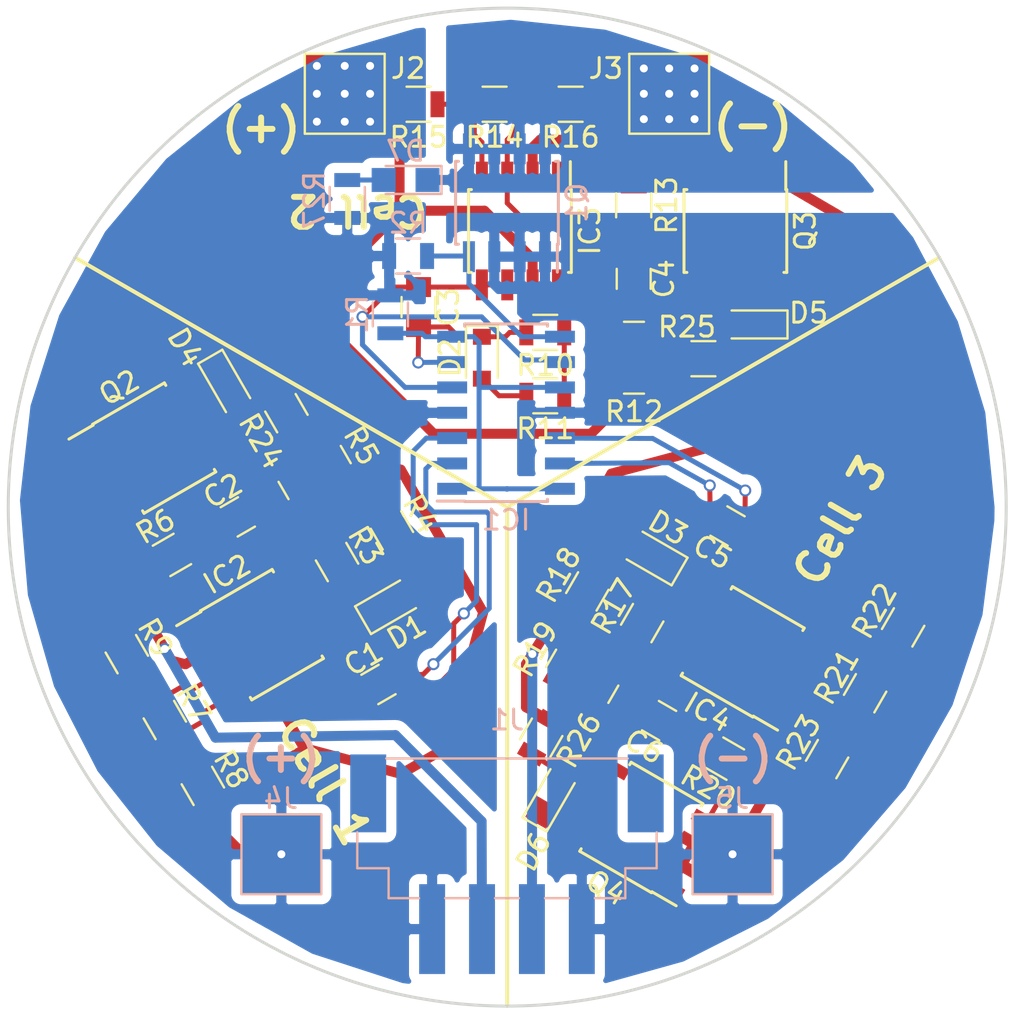
<source format=kicad_pcb>
(kicad_pcb (version 4) (host pcbnew 4.0.6)

  (general
    (links 120)
    (no_connects 0)
    (area -25.4 -25.4 25.654001 25.908001)
    (thickness 1.6)
    (drawings 11)
    (tracks 364)
    (zones 0)
    (modules 53)
    (nets 39)
  )

  (page A4)
  (layers
    (0 F.Cu signal)
    (31 B.Cu signal)
    (32 B.Adhes user)
    (33 F.Adhes user)
    (34 B.Paste user)
    (35 F.Paste user)
    (36 B.SilkS user)
    (37 F.SilkS user)
    (38 B.Mask user)
    (39 F.Mask user)
    (40 Dwgs.User user)
    (41 Cmts.User user)
    (42 Eco1.User user)
    (43 Eco2.User user)
    (44 Edge.Cuts user)
    (45 Margin user)
    (46 B.CrtYd user)
    (47 F.CrtYd user)
    (48 B.Fab user hide)
    (49 F.Fab user hide)
  )

  (setup
    (last_trace_width 0.25)
    (trace_clearance 0.2)
    (zone_clearance 0.508)
    (zone_45_only no)
    (trace_min 0.2)
    (segment_width 0.2)
    (edge_width 0.15)
    (via_size 0.6)
    (via_drill 0.4)
    (via_min_size 0.4)
    (via_min_drill 0.3)
    (uvia_size 0.3)
    (uvia_drill 0.1)
    (uvias_allowed no)
    (uvia_min_size 0.2)
    (uvia_min_drill 0.1)
    (pcb_text_width 0.3)
    (pcb_text_size 1.5 1.5)
    (mod_edge_width 0.15)
    (mod_text_size 1 1)
    (mod_text_width 0.15)
    (pad_size 1.524 1.524)
    (pad_drill 0.762)
    (pad_to_mask_clearance 0.2)
    (aux_axis_origin 0 0)
    (visible_elements 7FFFFF7F)
    (pcbplotparams
      (layerselection 0x010f0_80000001)
      (usegerberextensions false)
      (excludeedgelayer true)
      (linewidth 0.100000)
      (plotframeref false)
      (viasonmask false)
      (mode 1)
      (useauxorigin false)
      (hpglpennumber 1)
      (hpglpenspeed 20)
      (hpglpendiameter 15)
      (hpglpenoverlay 2)
      (psnegative false)
      (psa4output false)
      (plotreference true)
      (plotvalue true)
      (plotinvisibletext false)
      (padsonsilk false)
      (subtractmaskfromsilk false)
      (outputformat 1)
      (mirror false)
      (drillshape 0)
      (scaleselection 1)
      (outputdirectory outputs/))
  )

  (net 0 "")
  (net 1 /Cell1-Reference)
  (net 2 /Cell1-VoltageLow)
  (net 3 "Net-(C2-Pad1)")
  (net 4 "Net-(C2-Pad2)")
  (net 5 /Cell2-Reference)
  (net 6 /Cell2-VoltageLow)
  (net 7 "Net-(C4-Pad1)")
  (net 8 "Net-(C4-Pad2)")
  (net 9 /Cell3-Reference)
  (net 10 /Cell3-VoltageLow)
  (net 11 "Net-(C6-Pad1)")
  (net 12 "Net-(C6-Pad2)")
  (net 13 "Net-(D1-Pad2)")
  (net 14 "Net-(D2-Pad2)")
  (net 15 "Net-(D3-Pad2)")
  (net 16 /OpenDrain-VoltageLow)
  (net 17 /Cell1+)
  (net 18 /Cell3-)
  (net 19 /Global-VoltageLow)
  (net 20 /Cell1/VoltageHigh)
  (net 21 /Cell2+)
  (net 22 "Net-(IC2-Pad4)")
  (net 23 "Net-(IC2-Pad8)")
  (net 24 /Cell2/VoltageHigh)
  (net 25 /Cell3+)
  (net 26 "Net-(IC3-Pad4)")
  (net 27 "Net-(IC3-Pad8)")
  (net 28 /Cell3/VoltageHigh)
  (net 29 "Net-(IC4-Pad4)")
  (net 30 "Net-(IC4-Pad8)")
  (net 31 /Output-)
  (net 32 "Net-(D4-Pad2)")
  (net 33 "Net-(D4-Pad1)")
  (net 34 "Net-(D5-Pad2)")
  (net 35 "Net-(D5-Pad1)")
  (net 36 "Net-(D6-Pad2)")
  (net 37 "Net-(D6-Pad1)")
  (net 38 "Net-(D7-Pad2)")

  (net_class Default "This is the default net class."
    (clearance 0.2)
    (trace_width 0.25)
    (via_dia 0.6)
    (via_drill 0.4)
    (uvia_dia 0.3)
    (uvia_drill 0.1)
    (add_net /Cell1-Reference)
    (add_net /Cell1-VoltageLow)
    (add_net /Cell1/VoltageHigh)
    (add_net /Cell2-Reference)
    (add_net /Cell2-VoltageLow)
    (add_net /Cell2/VoltageHigh)
    (add_net /Cell3-Reference)
    (add_net /Cell3-VoltageLow)
    (add_net /Cell3/VoltageHigh)
    (add_net /Global-VoltageLow)
    (add_net /OpenDrain-VoltageLow)
    (add_net "Net-(C2-Pad1)")
    (add_net "Net-(C2-Pad2)")
    (add_net "Net-(C4-Pad1)")
    (add_net "Net-(C4-Pad2)")
    (add_net "Net-(C6-Pad1)")
    (add_net "Net-(C6-Pad2)")
    (add_net "Net-(D1-Pad2)")
    (add_net "Net-(D2-Pad2)")
    (add_net "Net-(D3-Pad2)")
    (add_net "Net-(D4-Pad2)")
    (add_net "Net-(D5-Pad2)")
    (add_net "Net-(D6-Pad2)")
    (add_net "Net-(D7-Pad2)")
    (add_net "Net-(IC2-Pad4)")
    (add_net "Net-(IC2-Pad8)")
    (add_net "Net-(IC3-Pad4)")
    (add_net "Net-(IC3-Pad8)")
    (add_net "Net-(IC4-Pad4)")
    (add_net "Net-(IC4-Pad8)")
  )

  (net_class Power ""
    (clearance 0.3)
    (trace_width 0.5)
    (via_dia 0.6)
    (via_drill 0.4)
    (uvia_dia 0.3)
    (uvia_drill 0.1)
    (add_net /Cell1+)
    (add_net /Cell2+)
    (add_net /Cell3+)
    (add_net /Cell3-)
    (add_net /Output-)
    (add_net "Net-(D4-Pad1)")
    (add_net "Net-(D5-Pad1)")
    (add_net "Net-(D6-Pad1)")
  )

  (module balancer:Solder_Terminal_4x4mm (layer F.Cu) (tedit 58CEE837) (tstamp 58CEC3EE)
    (at 8.128 -20.701)
    (descr "4x4mm Solder Terminal")
    (tags "Solder Terminal 4mm")
    (path /58CF5555)
    (fp_text reference J3 (at -3.175 -1.27) (layer F.SilkS)
      (effects (font (size 1 1) (thickness 0.15)))
    )
    (fp_text value "Output (-)" (at 0 2.8194) (layer F.Fab)
      (effects (font (size 1 1) (thickness 0.15)))
    )
    (fp_line (start 2 -2) (end 2 2) (layer F.SilkS) (width 0.12))
    (fp_line (start -2 -2) (end -2 2) (layer F.Fab) (width 0.1))
    (fp_line (start -2 2) (end 2 2) (layer F.Fab) (width 0.1))
    (fp_line (start 2 -2) (end 2 2) (layer F.Fab) (width 0.1))
    (fp_line (start -2 -2) (end 2 -2) (layer F.Fab) (width 0.1))
    (fp_line (start -2 2) (end 2 2) (layer F.SilkS) (width 0.12))
    (fp_line (start -2 -2) (end -2 2) (layer F.SilkS) (width 0.12))
    (fp_line (start -2 -2) (end 2 -2) (layer F.SilkS) (width 0.12))
    (pad 1 smd rect (at 0 0) (size 4 4) (layers F.Cu F.Paste F.Mask)
      (net 31 /Output-))
  )

  (module Housings_SOIC:SOIC-14_3.9x8.7mm_Pitch1.27mm (layer B.Cu) (tedit 58CC8F64) (tstamp 58CD952E)
    (at -0.045264 -4.720247)
    (descr "14-Lead Plastic Small Outline (SL) - Narrow, 3.90 mm Body [SOIC] (see Microchip Packaging Specification 00000049BS.pdf)")
    (tags "SOIC 1.27")
    (path /58CE29A1)
    (attr smd)
    (fp_text reference IC1 (at 0 5.375) (layer B.SilkS)
      (effects (font (size 1 1) (thickness 0.15)) (justify mirror))
    )
    (fp_text value TLV3404 (at 0 -5.375) (layer B.Fab)
      (effects (font (size 1 1) (thickness 0.15)) (justify mirror))
    )
    (fp_text user %R (at 0 0) (layer B.Fab)
      (effects (font (size 0.9 0.9) (thickness 0.135)) (justify mirror))
    )
    (fp_line (start -0.95 4.35) (end 1.95 4.35) (layer B.Fab) (width 0.15))
    (fp_line (start 1.95 4.35) (end 1.95 -4.35) (layer B.Fab) (width 0.15))
    (fp_line (start 1.95 -4.35) (end -1.95 -4.35) (layer B.Fab) (width 0.15))
    (fp_line (start -1.95 -4.35) (end -1.95 3.35) (layer B.Fab) (width 0.15))
    (fp_line (start -1.95 3.35) (end -0.95 4.35) (layer B.Fab) (width 0.15))
    (fp_line (start -3.7 4.65) (end -3.7 -4.65) (layer B.CrtYd) (width 0.05))
    (fp_line (start 3.7 4.65) (end 3.7 -4.65) (layer B.CrtYd) (width 0.05))
    (fp_line (start -3.7 4.65) (end 3.7 4.65) (layer B.CrtYd) (width 0.05))
    (fp_line (start -3.7 -4.65) (end 3.7 -4.65) (layer B.CrtYd) (width 0.05))
    (fp_line (start -2.075 4.45) (end -2.075 4.425) (layer B.SilkS) (width 0.15))
    (fp_line (start 2.075 4.45) (end 2.075 4.335) (layer B.SilkS) (width 0.15))
    (fp_line (start 2.075 -4.45) (end 2.075 -4.335) (layer B.SilkS) (width 0.15))
    (fp_line (start -2.075 -4.45) (end -2.075 -4.335) (layer B.SilkS) (width 0.15))
    (fp_line (start -2.075 4.45) (end 2.075 4.45) (layer B.SilkS) (width 0.15))
    (fp_line (start -2.075 -4.45) (end 2.075 -4.45) (layer B.SilkS) (width 0.15))
    (fp_line (start -2.075 4.425) (end -3.45 4.425) (layer B.SilkS) (width 0.15))
    (pad 1 smd rect (at -2.7 3.81) (size 1.5 0.6) (layers B.Cu B.Paste B.Mask)
      (net 16 /OpenDrain-VoltageLow))
    (pad 2 smd rect (at -2.7 2.54) (size 1.5 0.6) (layers B.Cu B.Paste B.Mask)
      (net 2 /Cell1-VoltageLow))
    (pad 3 smd rect (at -2.7 1.27) (size 1.5 0.6) (layers B.Cu B.Paste B.Mask)
      (net 1 /Cell1-Reference))
    (pad 4 smd rect (at -2.7 0) (size 1.5 0.6) (layers B.Cu B.Paste B.Mask)
      (net 17 /Cell1+))
    (pad 5 smd rect (at -2.7 -1.27) (size 1.5 0.6) (layers B.Cu B.Paste B.Mask)
      (net 5 /Cell2-Reference))
    (pad 6 smd rect (at -2.7 -2.54) (size 1.5 0.6) (layers B.Cu B.Paste B.Mask)
      (net 6 /Cell2-VoltageLow))
    (pad 7 smd rect (at -2.7 -3.81) (size 1.5 0.6) (layers B.Cu B.Paste B.Mask)
      (net 16 /OpenDrain-VoltageLow))
    (pad 8 smd rect (at 2.7 -3.81) (size 1.5 0.6) (layers B.Cu B.Paste B.Mask)
      (net 19 /Global-VoltageLow))
    (pad 9 smd rect (at 2.7 -2.54) (size 1.5 0.6) (layers B.Cu B.Paste B.Mask)
      (net 5 /Cell2-Reference))
    (pad 10 smd rect (at 2.7 -1.27) (size 1.5 0.6) (layers B.Cu B.Paste B.Mask)
      (net 16 /OpenDrain-VoltageLow))
    (pad 11 smd rect (at 2.7 0) (size 1.5 0.6) (layers B.Cu B.Paste B.Mask)
      (net 18 /Cell3-))
    (pad 12 smd rect (at 2.7 1.27) (size 1.5 0.6) (layers B.Cu B.Paste B.Mask)
      (net 9 /Cell3-Reference))
    (pad 13 smd rect (at 2.7 2.54) (size 1.5 0.6) (layers B.Cu B.Paste B.Mask)
      (net 10 /Cell3-VoltageLow))
    (pad 14 smd rect (at 2.7 3.81) (size 1.5 0.6) (layers B.Cu B.Paste B.Mask)
      (net 16 /OpenDrain-VoltageLow))
    (model Housings_SOIC.3dshapes/SOIC-14_3.9x8.7mm_Pitch1.27mm.wrl
      (at (xyz 0 0 0))
      (scale (xyz 1 1 1))
      (rotate (xyz 0 0 0))
    )
  )

  (module Housings_SOIC:SOIC-8_3.9x4.9mm_Pitch1.27mm (layer F.Cu) (tedit 58CD0CDA) (tstamp 58CD953A)
    (at -12.277031 6.398437 30)
    (descr "8-Lead Plastic Small Outline (SN) - Narrow, 3.90 mm Body [SOIC] (see Microchip Packaging Specification 00000049BS.pdf)")
    (tags "SOIC 1.27")
    (path /58CDDC72/58CD8827)
    (attr smd)
    (fp_text reference IC2 (at 0 -3.5 30) (layer F.SilkS)
      (effects (font (size 1 1) (thickness 0.15)))
    )
    (fp_text value MAX923 (at 0 3.5 30) (layer F.Fab)
      (effects (font (size 1 1) (thickness 0.15)))
    )
    (fp_text user %R (at 0 0 30) (layer F.Fab)
      (effects (font (size 1 1) (thickness 0.15)))
    )
    (fp_line (start -0.95 -2.45) (end 1.95 -2.45) (layer F.Fab) (width 0.1))
    (fp_line (start 1.95 -2.45) (end 1.95 2.45) (layer F.Fab) (width 0.1))
    (fp_line (start 1.95 2.45) (end -1.95 2.45) (layer F.Fab) (width 0.1))
    (fp_line (start -1.95 2.45) (end -1.95 -1.45) (layer F.Fab) (width 0.1))
    (fp_line (start -1.95 -1.45) (end -0.95 -2.45) (layer F.Fab) (width 0.1))
    (fp_line (start -3.73 -2.7) (end -3.73 2.7) (layer F.CrtYd) (width 0.05))
    (fp_line (start 3.73 -2.7) (end 3.73 2.7) (layer F.CrtYd) (width 0.05))
    (fp_line (start -3.73 -2.7) (end 3.73 -2.7) (layer F.CrtYd) (width 0.05))
    (fp_line (start -3.73 2.7) (end 3.73 2.7) (layer F.CrtYd) (width 0.05))
    (fp_line (start -2.075 -2.575) (end -2.075 -2.525) (layer F.SilkS) (width 0.15))
    (fp_line (start 2.075 -2.575) (end 2.075 -2.43) (layer F.SilkS) (width 0.15))
    (fp_line (start 2.075 2.575) (end 2.075 2.43) (layer F.SilkS) (width 0.15))
    (fp_line (start -2.075 2.575) (end -2.075 2.43) (layer F.SilkS) (width 0.15))
    (fp_line (start -2.075 -2.575) (end 2.075 -2.575) (layer F.SilkS) (width 0.15))
    (fp_line (start -2.075 2.575) (end 2.075 2.575) (layer F.SilkS) (width 0.15))
    (fp_line (start -2.075 -2.525) (end -3.475 -2.525) (layer F.SilkS) (width 0.15))
    (pad 1 smd rect (at -2.7 -1.905 30) (size 1.55 0.6) (layers F.Cu F.Paste F.Mask)
      (net 20 /Cell1/VoltageHigh))
    (pad 2 smd rect (at -2.7 -0.635 30) (size 1.55 0.6) (layers F.Cu F.Paste F.Mask)
      (net 21 /Cell2+))
    (pad 3 smd rect (at -2.7 0.635 30) (size 1.55 0.6) (layers F.Cu F.Paste F.Mask)
      (net 4 "Net-(C2-Pad2)"))
    (pad 4 smd rect (at -2.7 1.905 30) (size 1.55 0.6) (layers F.Cu F.Paste F.Mask)
      (net 22 "Net-(IC2-Pad4)"))
    (pad 5 smd rect (at 2.7 1.905 30) (size 1.55 0.6) (layers F.Cu F.Paste F.Mask)
      (net 1 /Cell1-Reference))
    (pad 6 smd rect (at 2.7 0.635 30) (size 1.55 0.6) (layers F.Cu F.Paste F.Mask)
      (net 1 /Cell1-Reference))
    (pad 7 smd rect (at 2.7 -0.635 30) (size 1.55 0.6) (layers F.Cu F.Paste F.Mask)
      (net 17 /Cell1+))
    (pad 8 smd rect (at 2.7 -1.905 30) (size 1.55 0.6) (layers F.Cu F.Paste F.Mask)
      (net 23 "Net-(IC2-Pad8)"))
    (model Housings_SOIC.3dshapes/SOIC-8_3.9x4.9mm_Pitch1.27mm.wrl
      (at (xyz 0 0 0))
      (scale (xyz 1 1 1))
      (rotate (xyz 0 0 0))
    )
  )

  (module Housings_SOIC:SOIC-8_3.9x4.9mm_Pitch1.27mm (layer F.Cu) (tedit 58CD0CDA) (tstamp 58CD9552)
    (at 11.810345 7.257236 150)
    (descr "8-Lead Plastic Small Outline (SN) - Narrow, 3.90 mm Body [SOIC] (see Microchip Packaging Specification 00000049BS.pdf)")
    (tags "SOIC 1.27")
    (path /58CDEEA6/58CD8827)
    (attr smd)
    (fp_text reference IC4 (at 0 -3.5 150) (layer F.SilkS)
      (effects (font (size 1 1) (thickness 0.15)))
    )
    (fp_text value MAX923 (at 0 3.5 150) (layer F.Fab)
      (effects (font (size 1 1) (thickness 0.15)))
    )
    (fp_text user %R (at 0 0 150) (layer F.Fab)
      (effects (font (size 1 1) (thickness 0.15)))
    )
    (fp_line (start -0.95 -2.45) (end 1.95 -2.45) (layer F.Fab) (width 0.1))
    (fp_line (start 1.95 -2.45) (end 1.95 2.45) (layer F.Fab) (width 0.1))
    (fp_line (start 1.95 2.45) (end -1.95 2.45) (layer F.Fab) (width 0.1))
    (fp_line (start -1.95 2.45) (end -1.95 -1.45) (layer F.Fab) (width 0.1))
    (fp_line (start -1.95 -1.45) (end -0.95 -2.45) (layer F.Fab) (width 0.1))
    (fp_line (start -3.73 -2.7) (end -3.73 2.7) (layer F.CrtYd) (width 0.05))
    (fp_line (start 3.73 -2.7) (end 3.73 2.7) (layer F.CrtYd) (width 0.05))
    (fp_line (start -3.73 -2.7) (end 3.73 -2.7) (layer F.CrtYd) (width 0.05))
    (fp_line (start -3.73 2.7) (end 3.73 2.7) (layer F.CrtYd) (width 0.05))
    (fp_line (start -2.075 -2.575) (end -2.075 -2.525) (layer F.SilkS) (width 0.15))
    (fp_line (start 2.075 -2.575) (end 2.075 -2.43) (layer F.SilkS) (width 0.15))
    (fp_line (start 2.075 2.575) (end 2.075 2.43) (layer F.SilkS) (width 0.15))
    (fp_line (start -2.075 2.575) (end -2.075 2.43) (layer F.SilkS) (width 0.15))
    (fp_line (start -2.075 -2.575) (end 2.075 -2.575) (layer F.SilkS) (width 0.15))
    (fp_line (start -2.075 2.575) (end 2.075 2.575) (layer F.SilkS) (width 0.15))
    (fp_line (start -2.075 -2.525) (end -3.475 -2.525) (layer F.SilkS) (width 0.15))
    (pad 1 smd rect (at -2.7 -1.905 150) (size 1.55 0.6) (layers F.Cu F.Paste F.Mask)
      (net 28 /Cell3/VoltageHigh))
    (pad 2 smd rect (at -2.7 -0.635 150) (size 1.55 0.6) (layers F.Cu F.Paste F.Mask)
      (net 18 /Cell3-))
    (pad 3 smd rect (at -2.7 0.635 150) (size 1.55 0.6) (layers F.Cu F.Paste F.Mask)
      (net 12 "Net-(C6-Pad2)"))
    (pad 4 smd rect (at -2.7 1.905 150) (size 1.55 0.6) (layers F.Cu F.Paste F.Mask)
      (net 29 "Net-(IC4-Pad4)"))
    (pad 5 smd rect (at 2.7 1.905 150) (size 1.55 0.6) (layers F.Cu F.Paste F.Mask)
      (net 9 /Cell3-Reference))
    (pad 6 smd rect (at 2.7 0.635 150) (size 1.55 0.6) (layers F.Cu F.Paste F.Mask)
      (net 9 /Cell3-Reference))
    (pad 7 smd rect (at 2.7 -0.635 150) (size 1.55 0.6) (layers F.Cu F.Paste F.Mask)
      (net 25 /Cell3+))
    (pad 8 smd rect (at 2.7 -1.905 150) (size 1.55 0.6) (layers F.Cu F.Paste F.Mask)
      (net 30 "Net-(IC4-Pad8)"))
    (model Housings_SOIC.3dshapes/SOIC-8_3.9x4.9mm_Pitch1.27mm.wrl
      (at (xyz 0 0 0))
      (scale (xyz 1 1 1))
      (rotate (xyz 0 0 0))
    )
  )

  (module Housings_SOIC:SOIC-8_3.9x4.9mm_Pitch1.27mm (layer F.Cu) (tedit 58CD0CDA) (tstamp 58CD95BE)
    (at 6.730345 16.056054 150)
    (descr "8-Lead Plastic Small Outline (SN) - Narrow, 3.90 mm Body [SOIC] (see Microchip Packaging Specification 00000049BS.pdf)")
    (tags "SOIC 1.27")
    (path /58CDEEA6/58CDB997)
    (attr smd)
    (fp_text reference Q4 (at 0 -3.5 150) (layer F.SilkS)
      (effects (font (size 1 1) (thickness 0.15)))
    )
    (fp_text value IRF7455PBF (at 0 3.5 150) (layer F.Fab)
      (effects (font (size 1 1) (thickness 0.15)))
    )
    (fp_text user %R (at 0 0 150) (layer F.Fab)
      (effects (font (size 1 1) (thickness 0.15)))
    )
    (fp_line (start -0.95 -2.45) (end 1.95 -2.45) (layer F.Fab) (width 0.1))
    (fp_line (start 1.95 -2.45) (end 1.95 2.45) (layer F.Fab) (width 0.1))
    (fp_line (start 1.95 2.45) (end -1.95 2.45) (layer F.Fab) (width 0.1))
    (fp_line (start -1.95 2.45) (end -1.95 -1.45) (layer F.Fab) (width 0.1))
    (fp_line (start -1.95 -1.45) (end -0.95 -2.45) (layer F.Fab) (width 0.1))
    (fp_line (start -3.73 -2.7) (end -3.73 2.7) (layer F.CrtYd) (width 0.05))
    (fp_line (start 3.73 -2.7) (end 3.73 2.7) (layer F.CrtYd) (width 0.05))
    (fp_line (start -3.73 -2.7) (end 3.73 -2.7) (layer F.CrtYd) (width 0.05))
    (fp_line (start -3.73 2.7) (end 3.73 2.7) (layer F.CrtYd) (width 0.05))
    (fp_line (start -2.075 -2.575) (end -2.075 -2.525) (layer F.SilkS) (width 0.15))
    (fp_line (start 2.075 -2.575) (end 2.075 -2.43) (layer F.SilkS) (width 0.15))
    (fp_line (start 2.075 2.575) (end 2.075 2.43) (layer F.SilkS) (width 0.15))
    (fp_line (start -2.075 2.575) (end -2.075 2.43) (layer F.SilkS) (width 0.15))
    (fp_line (start -2.075 -2.575) (end 2.075 -2.575) (layer F.SilkS) (width 0.15))
    (fp_line (start -2.075 2.575) (end 2.075 2.575) (layer F.SilkS) (width 0.15))
    (fp_line (start -2.075 -2.525) (end -3.475 -2.525) (layer F.SilkS) (width 0.15))
    (pad 1 smd rect (at -2.7 -1.905 150) (size 1.55 0.6) (layers F.Cu F.Paste F.Mask)
      (net 18 /Cell3-))
    (pad 2 smd rect (at -2.7 -0.635 150) (size 1.55 0.6) (layers F.Cu F.Paste F.Mask)
      (net 18 /Cell3-))
    (pad 3 smd rect (at -2.7 0.635 150) (size 1.55 0.6) (layers F.Cu F.Paste F.Mask)
      (net 18 /Cell3-))
    (pad 4 smd rect (at -2.7 1.905 150) (size 1.55 0.6) (layers F.Cu F.Paste F.Mask)
      (net 28 /Cell3/VoltageHigh))
    (pad 5 smd rect (at 2.7 1.905 150) (size 1.55 0.6) (layers F.Cu F.Paste F.Mask)
      (net 37 "Net-(D6-Pad1)"))
    (pad 6 smd rect (at 2.7 0.635 150) (size 1.55 0.6) (layers F.Cu F.Paste F.Mask)
      (net 37 "Net-(D6-Pad1)"))
    (pad 7 smd rect (at 2.7 -0.635 150) (size 1.55 0.6) (layers F.Cu F.Paste F.Mask)
      (net 37 "Net-(D6-Pad1)"))
    (pad 8 smd rect (at 2.7 -1.905 150) (size 1.55 0.6) (layers F.Cu F.Paste F.Mask)
      (net 37 "Net-(D6-Pad1)"))
    (model Housings_SOIC.3dshapes/SOIC-8_3.9x4.9mm_Pitch1.27mm.wrl
      (at (xyz 0 0 0))
      (scale (xyz 1 1 1))
      (rotate (xyz 0 0 0))
    )
  )

  (module Housings_SOIC:SOIC-8_3.9x4.9mm_Pitch1.27mm (layer F.Cu) (tedit 58CD0CDA) (tstamp 58CD9546)
    (at 0.6499 -13.827446 270)
    (descr "8-Lead Plastic Small Outline (SN) - Narrow, 3.90 mm Body [SOIC] (see Microchip Packaging Specification 00000049BS.pdf)")
    (tags "SOIC 1.27")
    (path /58CDE720/58CD8827)
    (attr smd)
    (fp_text reference IC3 (at 0 -3.5 270) (layer F.SilkS)
      (effects (font (size 1 1) (thickness 0.15)))
    )
    (fp_text value MAX923 (at 0 3.5 270) (layer F.Fab)
      (effects (font (size 1 1) (thickness 0.15)))
    )
    (fp_text user %R (at 0 0 270) (layer F.Fab)
      (effects (font (size 1 1) (thickness 0.15)))
    )
    (fp_line (start -0.95 -2.45) (end 1.95 -2.45) (layer F.Fab) (width 0.1))
    (fp_line (start 1.95 -2.45) (end 1.95 2.45) (layer F.Fab) (width 0.1))
    (fp_line (start 1.95 2.45) (end -1.95 2.45) (layer F.Fab) (width 0.1))
    (fp_line (start -1.95 2.45) (end -1.95 -1.45) (layer F.Fab) (width 0.1))
    (fp_line (start -1.95 -1.45) (end -0.95 -2.45) (layer F.Fab) (width 0.1))
    (fp_line (start -3.73 -2.7) (end -3.73 2.7) (layer F.CrtYd) (width 0.05))
    (fp_line (start 3.73 -2.7) (end 3.73 2.7) (layer F.CrtYd) (width 0.05))
    (fp_line (start -3.73 -2.7) (end 3.73 -2.7) (layer F.CrtYd) (width 0.05))
    (fp_line (start -3.73 2.7) (end 3.73 2.7) (layer F.CrtYd) (width 0.05))
    (fp_line (start -2.075 -2.575) (end -2.075 -2.525) (layer F.SilkS) (width 0.15))
    (fp_line (start 2.075 -2.575) (end 2.075 -2.43) (layer F.SilkS) (width 0.15))
    (fp_line (start 2.075 2.575) (end 2.075 2.43) (layer F.SilkS) (width 0.15))
    (fp_line (start -2.075 2.575) (end -2.075 2.43) (layer F.SilkS) (width 0.15))
    (fp_line (start -2.075 -2.575) (end 2.075 -2.575) (layer F.SilkS) (width 0.15))
    (fp_line (start -2.075 2.575) (end 2.075 2.575) (layer F.SilkS) (width 0.15))
    (fp_line (start -2.075 -2.525) (end -3.475 -2.525) (layer F.SilkS) (width 0.15))
    (pad 1 smd rect (at -2.7 -1.905 270) (size 1.55 0.6) (layers F.Cu F.Paste F.Mask)
      (net 24 /Cell2/VoltageHigh))
    (pad 2 smd rect (at -2.7 -0.635 270) (size 1.55 0.6) (layers F.Cu F.Paste F.Mask)
      (net 25 /Cell3+))
    (pad 3 smd rect (at -2.7 0.635 270) (size 1.55 0.6) (layers F.Cu F.Paste F.Mask)
      (net 8 "Net-(C4-Pad2)"))
    (pad 4 smd rect (at -2.7 1.905 270) (size 1.55 0.6) (layers F.Cu F.Paste F.Mask)
      (net 26 "Net-(IC3-Pad4)"))
    (pad 5 smd rect (at 2.7 1.905 270) (size 1.55 0.6) (layers F.Cu F.Paste F.Mask)
      (net 5 /Cell2-Reference))
    (pad 6 smd rect (at 2.7 0.635 270) (size 1.55 0.6) (layers F.Cu F.Paste F.Mask)
      (net 5 /Cell2-Reference))
    (pad 7 smd rect (at 2.7 -0.635 270) (size 1.55 0.6) (layers F.Cu F.Paste F.Mask)
      (net 21 /Cell2+))
    (pad 8 smd rect (at 2.7 -1.905 270) (size 1.55 0.6) (layers F.Cu F.Paste F.Mask)
      (net 27 "Net-(IC3-Pad8)"))
    (model Housings_SOIC.3dshapes/SOIC-8_3.9x4.9mm_Pitch1.27mm.wrl
      (at (xyz 0 0 0))
      (scale (xyz 1 1 1))
      (rotate (xyz 0 0 0))
    )
  )

  (module balancer:JST_XH_S4B-XH-SM4-TB_04x2.50mm_Angled (layer B.Cu) (tedit 58CEBA3A) (tstamp 58CD9584)
    (at 0 17.399)
    (descr "JST XH series connector, S4B-XH-SM4-TB, side entry type, SMT")
    (tags "connector jst xh tht side horizontal angled 2.50mm")
    (path /58CD24F2)
    (fp_text reference J1 (at 0 -6.731) (layer B.SilkS)
      (effects (font (size 1 1) (thickness 0.15)) (justify mirror))
    )
    (fp_text value S4B-XH-SM4-TB (at 0 -6.55) (layer B.Fab)
      (effects (font (size 1 1) (thickness 0.15)) (justify mirror))
    )
    (fp_line (start -7.5 6.05) (end -7.5 -5.45) (layer B.Fab) (width 0.1))
    (fp_line (start -7.5 -5.45) (end 7.5 -5.45) (layer B.Fab) (width 0.1))
    (fp_line (start 7.5 -5.45) (end 7.5 6.05) (layer B.Fab) (width 0.1))
    (fp_line (start 7.5 6.05) (end -7.5 6.05) (layer B.Fab) (width 0.1))
    (fp_line (start -6.7 6.55) (end -6.7 -5.95) (layer B.CrtYd) (width 0.05))
    (fp_line (start -6.7 -5.95) (end 6.7 -5.95) (layer B.CrtYd) (width 0.05))
    (fp_line (start 6.7 -5.95) (end 6.7 6.55) (layer B.CrtYd) (width 0.05))
    (fp_line (start 6.7 6.55) (end -6.7 6.55) (layer B.CrtYd) (width 0.05))
    (fp_line (start -6.05 -4.8) (end 6.05 -4.8) (layer B.SilkS) (width 0.12))
    (fp_line (start -7.5 0.7) (end -7.5 -1.1) (layer B.SilkS) (width 0.12))
    (fp_line (start -7.5 0.7) (end -5.93 0.7) (layer B.SilkS) (width 0.12))
    (fp_line (start -5.93 2.2) (end -5.93 0.7) (layer B.SilkS) (width 0.12))
    (fp_line (start -3.1 2.2) (end -1.9 2.2) (layer B.SilkS) (width 0.12))
    (fp_line (start 7.5 0.7) (end 7.5 -1.1) (layer B.SilkS) (width 0.12))
    (fp_line (start 5.93 0.7) (end 7.5 0.7) (layer B.SilkS) (width 0.12))
    (fp_line (start 5.93 2.2) (end 5.93 0.7) (layer B.SilkS) (width 0.12))
    (fp_line (start -4 0.3) (end -4 -4.95) (layer B.Fab) (width 0.1))
    (fp_line (start -4 -4.95) (end -3.5 -4.95) (layer B.Fab) (width 0.1))
    (fp_line (start -3.5 -4.95) (end -3.5 0.3) (layer B.Fab) (width 0.1))
    (fp_line (start -3.5 0.3) (end -4 0.3) (layer B.Fab) (width 0.1))
    (fp_line (start -1.5 0.3) (end -1.5 -4.95) (layer B.Fab) (width 0.1))
    (fp_line (start -1.5 -4.95) (end -1 -4.95) (layer B.Fab) (width 0.1))
    (fp_line (start -1 -4.95) (end -1 0.3) (layer B.Fab) (width 0.1))
    (fp_line (start -1 0.3) (end -1.5 0.3) (layer B.Fab) (width 0.1))
    (fp_line (start 1 0.3) (end 1 -4.95) (layer B.Fab) (width 0.1))
    (fp_line (start 1 -4.95) (end 1.5 -4.95) (layer B.Fab) (width 0.1))
    (fp_line (start 1.5 -4.95) (end 1.5 0.3) (layer B.Fab) (width 0.1))
    (fp_line (start 1.5 0.3) (end 1 0.3) (layer B.Fab) (width 0.1))
    (fp_line (start 3.5 0.3) (end 3.5 -4.95) (layer B.Fab) (width 0.1))
    (fp_line (start 3.5 -4.95) (end 4 -4.95) (layer B.Fab) (width 0.1))
    (fp_line (start 4 -4.95) (end 4 0.3) (layer B.Fab) (width 0.1))
    (fp_line (start 4 0.3) (end 3.5 0.3) (layer B.Fab) (width 0.1))
    (fp_line (start -3.75 5.25) (end -4.05 5.85) (layer B.Fab) (width 0.1))
    (fp_line (start -4.05 5.85) (end -3.45 5.85) (layer B.Fab) (width 0.1))
    (fp_line (start -3.45 5.85) (end -3.75 5.25) (layer B.Fab) (width 0.1))
    (fp_text user %R (at 0 1.5 90) (layer B.Fab)
      (effects (font (size 1 1) (thickness 0.15)) (justify mirror))
    )
    (fp_line (start -5.93 2.2) (end -4.4 2.2) (layer B.SilkS) (width 0.12))
    (fp_line (start -0.6 2.2) (end 0.6 2.2) (layer B.SilkS) (width 0.12))
    (fp_line (start 1.9 2.2) (end 3.1 2.2) (layer B.SilkS) (width 0.12))
    (fp_line (start 4.4 2.2) (end 5.93 2.2) (layer B.SilkS) (width 0.12))
    (pad 1 smd rect (at -3.75 3.75) (size 1.3 4.5) (layers B.Cu B.Paste B.Mask)
      (net 17 /Cell1+))
    (pad 2 smd rect (at -1.25 3.75) (size 1.3 4.5) (layers B.Cu B.Paste B.Mask)
      (net 21 /Cell2+))
    (pad 3 smd rect (at 1.25 3.75) (size 1.3 4.5) (layers B.Cu B.Paste B.Mask)
      (net 25 /Cell3+))
    (pad 4 smd rect (at 3.75 3.75) (size 1.3 4.5) (layers B.Cu B.Paste B.Mask)
      (net 18 /Cell3-))
    (pad 5 smd rect (at -6.95 -3.05) (size 1.8 3.9) (layers B.Cu B.Paste B.Mask))
    (pad 6 smd rect (at 6.95 -3.05) (size 1.8 3.9) (layers B.Cu B.Paste B.Mask))
    (model ${KIPRJMOD}/3d/S4B-XH-SM4-TB.wrl
      (at (xyz 0 0 0))
      (scale (xyz 0.393701 0.393701 0.393701))
      (rotate (xyz 0 0 0))
    )
  )

  (module Housings_SOIC:SOIC-8_3.9x4.9mm_Pitch1.27mm (layer B.Cu) (tedit 58CD0CDA) (tstamp 58CD959A)
    (at 0 -15.24 90)
    (descr "8-Lead Plastic Small Outline (SN) - Narrow, 3.90 mm Body [SOIC] (see Microchip Packaging Specification 00000049BS.pdf)")
    (tags "SOIC 1.27")
    (path /58CF30C7)
    (attr smd)
    (fp_text reference Q1 (at 0 3.5 90) (layer B.SilkS)
      (effects (font (size 1 1) (thickness 0.15)) (justify mirror))
    )
    (fp_text value IRF7455PBF (at 0 -3.5 90) (layer B.Fab)
      (effects (font (size 1 1) (thickness 0.15)) (justify mirror))
    )
    (fp_text user %R (at 0 0 90) (layer B.Fab)
      (effects (font (size 1 1) (thickness 0.15)) (justify mirror))
    )
    (fp_line (start -0.95 2.45) (end 1.95 2.45) (layer B.Fab) (width 0.1))
    (fp_line (start 1.95 2.45) (end 1.95 -2.45) (layer B.Fab) (width 0.1))
    (fp_line (start 1.95 -2.45) (end -1.95 -2.45) (layer B.Fab) (width 0.1))
    (fp_line (start -1.95 -2.45) (end -1.95 1.45) (layer B.Fab) (width 0.1))
    (fp_line (start -1.95 1.45) (end -0.95 2.45) (layer B.Fab) (width 0.1))
    (fp_line (start -3.73 2.7) (end -3.73 -2.7) (layer B.CrtYd) (width 0.05))
    (fp_line (start 3.73 2.7) (end 3.73 -2.7) (layer B.CrtYd) (width 0.05))
    (fp_line (start -3.73 2.7) (end 3.73 2.7) (layer B.CrtYd) (width 0.05))
    (fp_line (start -3.73 -2.7) (end 3.73 -2.7) (layer B.CrtYd) (width 0.05))
    (fp_line (start -2.075 2.575) (end -2.075 2.525) (layer B.SilkS) (width 0.15))
    (fp_line (start 2.075 2.575) (end 2.075 2.43) (layer B.SilkS) (width 0.15))
    (fp_line (start 2.075 -2.575) (end 2.075 -2.43) (layer B.SilkS) (width 0.15))
    (fp_line (start -2.075 -2.575) (end -2.075 -2.43) (layer B.SilkS) (width 0.15))
    (fp_line (start -2.075 2.575) (end 2.075 2.575) (layer B.SilkS) (width 0.15))
    (fp_line (start -2.075 -2.575) (end 2.075 -2.575) (layer B.SilkS) (width 0.15))
    (fp_line (start -2.075 2.525) (end -3.475 2.525) (layer B.SilkS) (width 0.15))
    (pad 1 smd rect (at -2.7 1.905 90) (size 1.55 0.6) (layers B.Cu B.Paste B.Mask)
      (net 18 /Cell3-))
    (pad 2 smd rect (at -2.7 0.635 90) (size 1.55 0.6) (layers B.Cu B.Paste B.Mask)
      (net 18 /Cell3-))
    (pad 3 smd rect (at -2.7 -0.635 90) (size 1.55 0.6) (layers B.Cu B.Paste B.Mask)
      (net 18 /Cell3-))
    (pad 4 smd rect (at -2.7 -1.905 90) (size 1.55 0.6) (layers B.Cu B.Paste B.Mask)
      (net 19 /Global-VoltageLow))
    (pad 5 smd rect (at 2.7 -1.905 90) (size 1.55 0.6) (layers B.Cu B.Paste B.Mask)
      (net 31 /Output-))
    (pad 6 smd rect (at 2.7 -0.635 90) (size 1.55 0.6) (layers B.Cu B.Paste B.Mask)
      (net 31 /Output-))
    (pad 7 smd rect (at 2.7 0.635 90) (size 1.55 0.6) (layers B.Cu B.Paste B.Mask)
      (net 31 /Output-))
    (pad 8 smd rect (at 2.7 1.905 90) (size 1.55 0.6) (layers B.Cu B.Paste B.Mask)
      (net 31 /Output-))
    (model Housings_SOIC.3dshapes/SOIC-8_3.9x4.9mm_Pitch1.27mm.wrl
      (at (xyz 0 0 0))
      (scale (xyz 1 1 1))
      (rotate (xyz 0 0 0))
    )
  )

  (module Housings_SOIC:SOIC-8_3.9x4.9mm_Pitch1.27mm (layer F.Cu) (tedit 58CD0CDA) (tstamp 58CD95A6)
    (at -17.674529 -2.950306 30)
    (descr "8-Lead Plastic Small Outline (SN) - Narrow, 3.90 mm Body [SOIC] (see Microchip Packaging Specification 00000049BS.pdf)")
    (tags "SOIC 1.27")
    (path /58CDDC72/58CDB997)
    (attr smd)
    (fp_text reference Q2 (at 0 -3.5 30) (layer F.SilkS)
      (effects (font (size 1 1) (thickness 0.15)))
    )
    (fp_text value IRF7455PBF (at 0 3.5 30) (layer F.Fab)
      (effects (font (size 1 1) (thickness 0.15)))
    )
    (fp_text user %R (at 0 0 30) (layer F.Fab)
      (effects (font (size 1 1) (thickness 0.15)))
    )
    (fp_line (start -0.95 -2.45) (end 1.95 -2.45) (layer F.Fab) (width 0.1))
    (fp_line (start 1.95 -2.45) (end 1.95 2.45) (layer F.Fab) (width 0.1))
    (fp_line (start 1.95 2.45) (end -1.95 2.45) (layer F.Fab) (width 0.1))
    (fp_line (start -1.95 2.45) (end -1.95 -1.45) (layer F.Fab) (width 0.1))
    (fp_line (start -1.95 -1.45) (end -0.95 -2.45) (layer F.Fab) (width 0.1))
    (fp_line (start -3.73 -2.7) (end -3.73 2.7) (layer F.CrtYd) (width 0.05))
    (fp_line (start 3.73 -2.7) (end 3.73 2.7) (layer F.CrtYd) (width 0.05))
    (fp_line (start -3.73 -2.7) (end 3.73 -2.7) (layer F.CrtYd) (width 0.05))
    (fp_line (start -3.73 2.7) (end 3.73 2.7) (layer F.CrtYd) (width 0.05))
    (fp_line (start -2.075 -2.575) (end -2.075 -2.525) (layer F.SilkS) (width 0.15))
    (fp_line (start 2.075 -2.575) (end 2.075 -2.43) (layer F.SilkS) (width 0.15))
    (fp_line (start 2.075 2.575) (end 2.075 2.43) (layer F.SilkS) (width 0.15))
    (fp_line (start -2.075 2.575) (end -2.075 2.43) (layer F.SilkS) (width 0.15))
    (fp_line (start -2.075 -2.575) (end 2.075 -2.575) (layer F.SilkS) (width 0.15))
    (fp_line (start -2.075 2.575) (end 2.075 2.575) (layer F.SilkS) (width 0.15))
    (fp_line (start -2.075 -2.525) (end -3.475 -2.525) (layer F.SilkS) (width 0.15))
    (pad 1 smd rect (at -2.7 -1.905 30) (size 1.55 0.6) (layers F.Cu F.Paste F.Mask)
      (net 21 /Cell2+))
    (pad 2 smd rect (at -2.7 -0.635 30) (size 1.55 0.6) (layers F.Cu F.Paste F.Mask)
      (net 21 /Cell2+))
    (pad 3 smd rect (at -2.7 0.635 30) (size 1.55 0.6) (layers F.Cu F.Paste F.Mask)
      (net 21 /Cell2+))
    (pad 4 smd rect (at -2.7 1.905 30) (size 1.55 0.6) (layers F.Cu F.Paste F.Mask)
      (net 20 /Cell1/VoltageHigh))
    (pad 5 smd rect (at 2.7 1.905 30) (size 1.55 0.6) (layers F.Cu F.Paste F.Mask)
      (net 33 "Net-(D4-Pad1)"))
    (pad 6 smd rect (at 2.7 0.635 30) (size 1.55 0.6) (layers F.Cu F.Paste F.Mask)
      (net 33 "Net-(D4-Pad1)"))
    (pad 7 smd rect (at 2.7 -0.635 30) (size 1.55 0.6) (layers F.Cu F.Paste F.Mask)
      (net 33 "Net-(D4-Pad1)"))
    (pad 8 smd rect (at 2.7 -1.905 30) (size 1.55 0.6) (layers F.Cu F.Paste F.Mask)
      (net 33 "Net-(D4-Pad1)"))
    (model Housings_SOIC.3dshapes/SOIC-8_3.9x4.9mm_Pitch1.27mm.wrl
      (at (xyz 0 0 0))
      (scale (xyz 1 1 1))
      (rotate (xyz 0 0 0))
    )
  )

  (module Housings_SOIC:SOIC-8_3.9x4.9mm_Pitch1.27mm (layer F.Cu) (tedit 58CD0CDA) (tstamp 58CD95B2)
    (at 11.444899 -13.827447 270)
    (descr "8-Lead Plastic Small Outline (SN) - Narrow, 3.90 mm Body [SOIC] (see Microchip Packaging Specification 00000049BS.pdf)")
    (tags "SOIC 1.27")
    (path /58CDE720/58CDB997)
    (attr smd)
    (fp_text reference Q3 (at 0 -3.5 270) (layer F.SilkS)
      (effects (font (size 1 1) (thickness 0.15)))
    )
    (fp_text value IRF7455PBF (at 0 3.5 270) (layer F.Fab)
      (effects (font (size 1 1) (thickness 0.15)))
    )
    (fp_text user %R (at 0 0 270) (layer F.Fab)
      (effects (font (size 1 1) (thickness 0.15)))
    )
    (fp_line (start -0.95 -2.45) (end 1.95 -2.45) (layer F.Fab) (width 0.1))
    (fp_line (start 1.95 -2.45) (end 1.95 2.45) (layer F.Fab) (width 0.1))
    (fp_line (start 1.95 2.45) (end -1.95 2.45) (layer F.Fab) (width 0.1))
    (fp_line (start -1.95 2.45) (end -1.95 -1.45) (layer F.Fab) (width 0.1))
    (fp_line (start -1.95 -1.45) (end -0.95 -2.45) (layer F.Fab) (width 0.1))
    (fp_line (start -3.73 -2.7) (end -3.73 2.7) (layer F.CrtYd) (width 0.05))
    (fp_line (start 3.73 -2.7) (end 3.73 2.7) (layer F.CrtYd) (width 0.05))
    (fp_line (start -3.73 -2.7) (end 3.73 -2.7) (layer F.CrtYd) (width 0.05))
    (fp_line (start -3.73 2.7) (end 3.73 2.7) (layer F.CrtYd) (width 0.05))
    (fp_line (start -2.075 -2.575) (end -2.075 -2.525) (layer F.SilkS) (width 0.15))
    (fp_line (start 2.075 -2.575) (end 2.075 -2.43) (layer F.SilkS) (width 0.15))
    (fp_line (start 2.075 2.575) (end 2.075 2.43) (layer F.SilkS) (width 0.15))
    (fp_line (start -2.075 2.575) (end -2.075 2.43) (layer F.SilkS) (width 0.15))
    (fp_line (start -2.075 -2.575) (end 2.075 -2.575) (layer F.SilkS) (width 0.15))
    (fp_line (start -2.075 2.575) (end 2.075 2.575) (layer F.SilkS) (width 0.15))
    (fp_line (start -2.075 -2.525) (end -3.475 -2.525) (layer F.SilkS) (width 0.15))
    (pad 1 smd rect (at -2.7 -1.905 270) (size 1.55 0.6) (layers F.Cu F.Paste F.Mask)
      (net 25 /Cell3+))
    (pad 2 smd rect (at -2.7 -0.635 270) (size 1.55 0.6) (layers F.Cu F.Paste F.Mask)
      (net 25 /Cell3+))
    (pad 3 smd rect (at -2.7 0.635 270) (size 1.55 0.6) (layers F.Cu F.Paste F.Mask)
      (net 25 /Cell3+))
    (pad 4 smd rect (at -2.7 1.905 270) (size 1.55 0.6) (layers F.Cu F.Paste F.Mask)
      (net 24 /Cell2/VoltageHigh))
    (pad 5 smd rect (at 2.7 1.905 270) (size 1.55 0.6) (layers F.Cu F.Paste F.Mask)
      (net 35 "Net-(D5-Pad1)"))
    (pad 6 smd rect (at 2.7 0.635 270) (size 1.55 0.6) (layers F.Cu F.Paste F.Mask)
      (net 35 "Net-(D5-Pad1)"))
    (pad 7 smd rect (at 2.7 -0.635 270) (size 1.55 0.6) (layers F.Cu F.Paste F.Mask)
      (net 35 "Net-(D5-Pad1)"))
    (pad 8 smd rect (at 2.7 -1.905 270) (size 1.55 0.6) (layers F.Cu F.Paste F.Mask)
      (net 35 "Net-(D5-Pad1)"))
    (model Housings_SOIC.3dshapes/SOIC-8_3.9x4.9mm_Pitch1.27mm.wrl
      (at (xyz 0 0 0))
      (scale (xyz 1 1 1))
      (rotate (xyz 0 0 0))
    )
  )

  (module Capacitors_SMD:C_0805 (layer F.Cu) (tedit 58AA8463) (tstamp 58CDB29F)
    (at -6.437473 8.892847 30)
    (descr "Capacitor SMD 0805, reflow soldering, AVX (see smccp.pdf)")
    (tags "capacitor 0805")
    (path /58CDDC72/58CDD43A)
    (attr smd)
    (fp_text reference C1 (at 0 -1.5 30) (layer F.SilkS)
      (effects (font (size 1 1) (thickness 0.15)))
    )
    (fp_text value 470n (at 0 1.75 30) (layer F.Fab)
      (effects (font (size 1 1) (thickness 0.15)))
    )
    (fp_text user %R (at 0 -1.5 30) (layer F.Fab)
      (effects (font (size 1 1) (thickness 0.15)))
    )
    (fp_line (start -1 0.62) (end -1 -0.62) (layer F.Fab) (width 0.1))
    (fp_line (start 1 0.62) (end -1 0.62) (layer F.Fab) (width 0.1))
    (fp_line (start 1 -0.62) (end 1 0.62) (layer F.Fab) (width 0.1))
    (fp_line (start -1 -0.62) (end 1 -0.62) (layer F.Fab) (width 0.1))
    (fp_line (start 0.5 -0.85) (end -0.5 -0.85) (layer F.SilkS) (width 0.12))
    (fp_line (start -0.5 0.85) (end 0.5 0.85) (layer F.SilkS) (width 0.12))
    (fp_line (start -1.75 -0.88) (end 1.75 -0.88) (layer F.CrtYd) (width 0.05))
    (fp_line (start -1.75 -0.88) (end -1.75 0.87) (layer F.CrtYd) (width 0.05))
    (fp_line (start 1.75 0.87) (end 1.75 -0.88) (layer F.CrtYd) (width 0.05))
    (fp_line (start 1.75 0.87) (end -1.75 0.87) (layer F.CrtYd) (width 0.05))
    (pad 1 smd rect (at -1 0 30) (size 1 1.25) (layers F.Cu F.Paste F.Mask)
      (net 1 /Cell1-Reference))
    (pad 2 smd rect (at 1 0 30) (size 1 1.25) (layers F.Cu F.Paste F.Mask)
      (net 2 /Cell1-VoltageLow))
    (model Capacitors_SMD.3dshapes/C_0805.wrl
      (at (xyz 0 0 0))
      (scale (xyz 1 1 1))
      (rotate (xyz 0 0 0))
    )
  )

  (module Capacitors_SMD:C_0805 (layer F.Cu) (tedit 58AA8463) (tstamp 58CDB2A4)
    (at -13.484752 0.496602 30)
    (descr "Capacitor SMD 0805, reflow soldering, AVX (see smccp.pdf)")
    (tags "capacitor 0805")
    (path /58CDDC72/58CDBF54)
    (attr smd)
    (fp_text reference C2 (at 0 -1.5 30) (layer F.SilkS)
      (effects (font (size 1 1) (thickness 0.15)))
    )
    (fp_text value 47n (at 0 1.75 30) (layer F.Fab)
      (effects (font (size 1 1) (thickness 0.15)))
    )
    (fp_text user %R (at 0 -1.5 30) (layer F.Fab)
      (effects (font (size 1 1) (thickness 0.15)))
    )
    (fp_line (start -1 0.62) (end -1 -0.62) (layer F.Fab) (width 0.1))
    (fp_line (start 1 0.62) (end -1 0.62) (layer F.Fab) (width 0.1))
    (fp_line (start 1 -0.62) (end 1 0.62) (layer F.Fab) (width 0.1))
    (fp_line (start -1 -0.62) (end 1 -0.62) (layer F.Fab) (width 0.1))
    (fp_line (start 0.5 -0.85) (end -0.5 -0.85) (layer F.SilkS) (width 0.12))
    (fp_line (start -0.5 0.85) (end 0.5 0.85) (layer F.SilkS) (width 0.12))
    (fp_line (start -1.75 -0.88) (end 1.75 -0.88) (layer F.CrtYd) (width 0.05))
    (fp_line (start -1.75 -0.88) (end -1.75 0.87) (layer F.CrtYd) (width 0.05))
    (fp_line (start 1.75 0.87) (end 1.75 -0.88) (layer F.CrtYd) (width 0.05))
    (fp_line (start 1.75 0.87) (end -1.75 0.87) (layer F.CrtYd) (width 0.05))
    (pad 1 smd rect (at -1 0 30) (size 1 1.25) (layers F.Cu F.Paste F.Mask)
      (net 3 "Net-(C2-Pad1)"))
    (pad 2 smd rect (at 1 0 30) (size 1 1.25) (layers F.Cu F.Paste F.Mask)
      (net 4 "Net-(C2-Pad2)"))
    (model Capacitors_SMD.3dshapes/C_0805.wrl
      (at (xyz 0 0 0))
      (scale (xyz 1 1 1))
      (rotate (xyz 0 0 0))
    )
  )

  (module Capacitors_SMD:C_0805 (layer F.Cu) (tedit 58AA8463) (tstamp 58CDB2A9)
    (at -4.430101 -10.017446 270)
    (descr "Capacitor SMD 0805, reflow soldering, AVX (see smccp.pdf)")
    (tags "capacitor 0805")
    (path /58CDE720/58CDD43A)
    (attr smd)
    (fp_text reference C3 (at 0 -1.5 270) (layer F.SilkS)
      (effects (font (size 1 1) (thickness 0.15)))
    )
    (fp_text value 470n (at 0 1.75 270) (layer F.Fab)
      (effects (font (size 1 1) (thickness 0.15)))
    )
    (fp_text user %R (at 0 -1.5 270) (layer F.Fab)
      (effects (font (size 1 1) (thickness 0.15)))
    )
    (fp_line (start -1 0.62) (end -1 -0.62) (layer F.Fab) (width 0.1))
    (fp_line (start 1 0.62) (end -1 0.62) (layer F.Fab) (width 0.1))
    (fp_line (start 1 -0.62) (end 1 0.62) (layer F.Fab) (width 0.1))
    (fp_line (start -1 -0.62) (end 1 -0.62) (layer F.Fab) (width 0.1))
    (fp_line (start 0.5 -0.85) (end -0.5 -0.85) (layer F.SilkS) (width 0.12))
    (fp_line (start -0.5 0.85) (end 0.5 0.85) (layer F.SilkS) (width 0.12))
    (fp_line (start -1.75 -0.88) (end 1.75 -0.88) (layer F.CrtYd) (width 0.05))
    (fp_line (start -1.75 -0.88) (end -1.75 0.87) (layer F.CrtYd) (width 0.05))
    (fp_line (start 1.75 0.87) (end 1.75 -0.88) (layer F.CrtYd) (width 0.05))
    (fp_line (start 1.75 0.87) (end -1.75 0.87) (layer F.CrtYd) (width 0.05))
    (pad 1 smd rect (at -1 0 270) (size 1 1.25) (layers F.Cu F.Paste F.Mask)
      (net 5 /Cell2-Reference))
    (pad 2 smd rect (at 1 0 270) (size 1 1.25) (layers F.Cu F.Paste F.Mask)
      (net 6 /Cell2-VoltageLow))
    (model Capacitors_SMD.3dshapes/C_0805.wrl
      (at (xyz 0 0 0))
      (scale (xyz 1 1 1))
      (rotate (xyz 0 0 0))
    )
  )

  (module Capacitors_SMD:C_0805 (layer F.Cu) (tedit 58AA8463) (tstamp 58CDB2AE)
    (at 6.35 -11.43 270)
    (descr "Capacitor SMD 0805, reflow soldering, AVX (see smccp.pdf)")
    (tags "capacitor 0805")
    (path /58CDE720/58CDBF54)
    (attr smd)
    (fp_text reference C4 (at 0 -1.5 270) (layer F.SilkS)
      (effects (font (size 1 1) (thickness 0.15)))
    )
    (fp_text value 47n (at 0 1.75 270) (layer F.Fab)
      (effects (font (size 1 1) (thickness 0.15)))
    )
    (fp_text user %R (at 0 -1.5 270) (layer F.Fab)
      (effects (font (size 1 1) (thickness 0.15)))
    )
    (fp_line (start -1 0.62) (end -1 -0.62) (layer F.Fab) (width 0.1))
    (fp_line (start 1 0.62) (end -1 0.62) (layer F.Fab) (width 0.1))
    (fp_line (start 1 -0.62) (end 1 0.62) (layer F.Fab) (width 0.1))
    (fp_line (start -1 -0.62) (end 1 -0.62) (layer F.Fab) (width 0.1))
    (fp_line (start 0.5 -0.85) (end -0.5 -0.85) (layer F.SilkS) (width 0.12))
    (fp_line (start -0.5 0.85) (end 0.5 0.85) (layer F.SilkS) (width 0.12))
    (fp_line (start -1.75 -0.88) (end 1.75 -0.88) (layer F.CrtYd) (width 0.05))
    (fp_line (start -1.75 -0.88) (end -1.75 0.87) (layer F.CrtYd) (width 0.05))
    (fp_line (start 1.75 0.87) (end 1.75 -0.88) (layer F.CrtYd) (width 0.05))
    (fp_line (start 1.75 0.87) (end -1.75 0.87) (layer F.CrtYd) (width 0.05))
    (pad 1 smd rect (at -1 0 270) (size 1 1.25) (layers F.Cu F.Paste F.Mask)
      (net 7 "Net-(C4-Pad1)"))
    (pad 2 smd rect (at 1 0 270) (size 1 1.25) (layers F.Cu F.Paste F.Mask)
      (net 8 "Net-(C4-Pad2)"))
    (model Capacitors_SMD.3dshapes/C_0805.wrl
      (at (xyz 0 0 0))
      (scale (xyz 1 1 1))
      (rotate (xyz 0 0 0))
    )
  )

  (module Capacitors_SMD:C_0805 (layer F.Cu) (tedit 58AA8463) (tstamp 58CDB2B3)
    (at 11.050789 0.952827 150)
    (descr "Capacitor SMD 0805, reflow soldering, AVX (see smccp.pdf)")
    (tags "capacitor 0805")
    (path /58CDEEA6/58CDD43A)
    (attr smd)
    (fp_text reference C5 (at 0 -1.5 150) (layer F.SilkS)
      (effects (font (size 1 1) (thickness 0.15)))
    )
    (fp_text value 470n (at 0 1.75 150) (layer F.Fab)
      (effects (font (size 1 1) (thickness 0.15)))
    )
    (fp_text user %R (at 0 -1.5 150) (layer F.Fab)
      (effects (font (size 1 1) (thickness 0.15)))
    )
    (fp_line (start -1 0.62) (end -1 -0.62) (layer F.Fab) (width 0.1))
    (fp_line (start 1 0.62) (end -1 0.62) (layer F.Fab) (width 0.1))
    (fp_line (start 1 -0.62) (end 1 0.62) (layer F.Fab) (width 0.1))
    (fp_line (start -1 -0.62) (end 1 -0.62) (layer F.Fab) (width 0.1))
    (fp_line (start 0.5 -0.85) (end -0.5 -0.85) (layer F.SilkS) (width 0.12))
    (fp_line (start -0.5 0.85) (end 0.5 0.85) (layer F.SilkS) (width 0.12))
    (fp_line (start -1.75 -0.88) (end 1.75 -0.88) (layer F.CrtYd) (width 0.05))
    (fp_line (start -1.75 -0.88) (end -1.75 0.87) (layer F.CrtYd) (width 0.05))
    (fp_line (start 1.75 0.87) (end 1.75 -0.88) (layer F.CrtYd) (width 0.05))
    (fp_line (start 1.75 0.87) (end -1.75 0.87) (layer F.CrtYd) (width 0.05))
    (pad 1 smd rect (at -1 0 150) (size 1 1.25) (layers F.Cu F.Paste F.Mask)
      (net 9 /Cell3-Reference))
    (pad 2 smd rect (at 1 0 150) (size 1 1.25) (layers F.Cu F.Paste F.Mask)
      (net 10 /Cell3-VoltageLow))
    (model Capacitors_SMD.3dshapes/C_0805.wrl
      (at (xyz 0 0 0))
      (scale (xyz 1 1 1))
      (rotate (xyz 0 0 0))
    )
  )

  (module Capacitors_SMD:C_0805 (layer F.Cu) (tedit 58AA8463) (tstamp 58CDB2B8)
    (at 7.620567 10.704145 150)
    (descr "Capacitor SMD 0805, reflow soldering, AVX (see smccp.pdf)")
    (tags "capacitor 0805")
    (path /58CDEEA6/58CDBF54)
    (attr smd)
    (fp_text reference C6 (at 0 -1.5 150) (layer F.SilkS)
      (effects (font (size 1 1) (thickness 0.15)))
    )
    (fp_text value 47n (at 0 1.75 150) (layer F.Fab)
      (effects (font (size 1 1) (thickness 0.15)))
    )
    (fp_text user %R (at 0 -1.5 150) (layer F.Fab)
      (effects (font (size 1 1) (thickness 0.15)))
    )
    (fp_line (start -1 0.62) (end -1 -0.62) (layer F.Fab) (width 0.1))
    (fp_line (start 1 0.62) (end -1 0.62) (layer F.Fab) (width 0.1))
    (fp_line (start 1 -0.62) (end 1 0.62) (layer F.Fab) (width 0.1))
    (fp_line (start -1 -0.62) (end 1 -0.62) (layer F.Fab) (width 0.1))
    (fp_line (start 0.5 -0.85) (end -0.5 -0.85) (layer F.SilkS) (width 0.12))
    (fp_line (start -0.5 0.85) (end 0.5 0.85) (layer F.SilkS) (width 0.12))
    (fp_line (start -1.75 -0.88) (end 1.75 -0.88) (layer F.CrtYd) (width 0.05))
    (fp_line (start -1.75 -0.88) (end -1.75 0.87) (layer F.CrtYd) (width 0.05))
    (fp_line (start 1.75 0.87) (end 1.75 -0.88) (layer F.CrtYd) (width 0.05))
    (fp_line (start 1.75 0.87) (end -1.75 0.87) (layer F.CrtYd) (width 0.05))
    (pad 1 smd rect (at -1 0 150) (size 1 1.25) (layers F.Cu F.Paste F.Mask)
      (net 11 "Net-(C6-Pad1)"))
    (pad 2 smd rect (at 1 0 150) (size 1 1.25) (layers F.Cu F.Paste F.Mask)
      (net 12 "Net-(C6-Pad2)"))
    (model Capacitors_SMD.3dshapes/C_0805.wrl
      (at (xyz 0 0 0))
      (scale (xyz 1 1 1))
      (rotate (xyz 0 0 0))
    )
  )

  (module Resistors_SMD:R_0805 (layer B.Cu) (tedit 58AADA8F) (tstamp 58CDB2BD)
    (at -5.842 -9.652 270)
    (descr "Resistor SMD 0805, reflow soldering, Vishay (see dcrcw.pdf)")
    (tags "resistor 0805")
    (path /58CEA5A8)
    (attr smd)
    (fp_text reference R1 (at 0 1.65 270) (layer B.SilkS)
      (effects (font (size 1 1) (thickness 0.15)) (justify mirror))
    )
    (fp_text value 10M (at 0 -1.75 270) (layer B.Fab)
      (effects (font (size 1 1) (thickness 0.15)) (justify mirror))
    )
    (fp_text user %R (at 0 1.65 270) (layer B.Fab)
      (effects (font (size 1 1) (thickness 0.15)) (justify mirror))
    )
    (fp_line (start -1 -0.62) (end -1 0.62) (layer B.Fab) (width 0.1))
    (fp_line (start 1 -0.62) (end -1 -0.62) (layer B.Fab) (width 0.1))
    (fp_line (start 1 0.62) (end 1 -0.62) (layer B.Fab) (width 0.1))
    (fp_line (start -1 0.62) (end 1 0.62) (layer B.Fab) (width 0.1))
    (fp_line (start 0.6 -0.88) (end -0.6 -0.88) (layer B.SilkS) (width 0.12))
    (fp_line (start -0.6 0.88) (end 0.6 0.88) (layer B.SilkS) (width 0.12))
    (fp_line (start -1.55 0.9) (end 1.55 0.9) (layer B.CrtYd) (width 0.05))
    (fp_line (start -1.55 0.9) (end -1.55 -0.9) (layer B.CrtYd) (width 0.05))
    (fp_line (start 1.55 -0.9) (end 1.55 0.9) (layer B.CrtYd) (width 0.05))
    (fp_line (start 1.55 -0.9) (end -1.55 -0.9) (layer B.CrtYd) (width 0.05))
    (pad 1 smd rect (at -0.95 0 270) (size 0.7 1.3) (layers B.Cu B.Paste B.Mask)
      (net 17 /Cell1+))
    (pad 2 smd rect (at 0.95 0 270) (size 0.7 1.3) (layers B.Cu B.Paste B.Mask)
      (net 16 /OpenDrain-VoltageLow))
    (model Resistors_SMD.3dshapes/R_0805.wrl
      (at (xyz 0 0 0))
      (scale (xyz 1 1 1))
      (rotate (xyz 0 0 0))
    )
  )

  (module Resistors_SMD:R_0805 (layer B.Cu) (tedit 58AADA8F) (tstamp 58CDB2C2)
    (at -4.953 -12.573 180)
    (descr "Resistor SMD 0805, reflow soldering, Vishay (see dcrcw.pdf)")
    (tags "resistor 0805")
    (path /58CEAEC1)
    (attr smd)
    (fp_text reference R2 (at 0 1.65 180) (layer B.SilkS)
      (effects (font (size 1 1) (thickness 0.15)) (justify mirror))
    )
    (fp_text value 10M (at 0 -1.75 180) (layer B.Fab)
      (effects (font (size 1 1) (thickness 0.15)) (justify mirror))
    )
    (fp_text user %R (at 0 1.65 180) (layer B.Fab)
      (effects (font (size 1 1) (thickness 0.15)) (justify mirror))
    )
    (fp_line (start -1 -0.62) (end -1 0.62) (layer B.Fab) (width 0.1))
    (fp_line (start 1 -0.62) (end -1 -0.62) (layer B.Fab) (width 0.1))
    (fp_line (start 1 0.62) (end 1 -0.62) (layer B.Fab) (width 0.1))
    (fp_line (start -1 0.62) (end 1 0.62) (layer B.Fab) (width 0.1))
    (fp_line (start 0.6 -0.88) (end -0.6 -0.88) (layer B.SilkS) (width 0.12))
    (fp_line (start -0.6 0.88) (end 0.6 0.88) (layer B.SilkS) (width 0.12))
    (fp_line (start -1.55 0.9) (end 1.55 0.9) (layer B.CrtYd) (width 0.05))
    (fp_line (start -1.55 0.9) (end -1.55 -0.9) (layer B.CrtYd) (width 0.05))
    (fp_line (start 1.55 -0.9) (end 1.55 0.9) (layer B.CrtYd) (width 0.05))
    (fp_line (start 1.55 -0.9) (end -1.55 -0.9) (layer B.CrtYd) (width 0.05))
    (pad 1 smd rect (at -0.95 0 180) (size 0.7 1.3) (layers B.Cu B.Paste B.Mask)
      (net 19 /Global-VoltageLow))
    (pad 2 smd rect (at 0.95 0 180) (size 0.7 1.3) (layers B.Cu B.Paste B.Mask)
      (net 17 /Cell1+))
    (model Resistors_SMD.3dshapes/R_0805.wrl
      (at (xyz 0 0 0))
      (scale (xyz 1 1 1))
      (rotate (xyz 0 0 0))
    )
  )

  (module Resistors_SMD:R_0805 (layer F.Cu) (tedit 58AADA8F) (tstamp 58CDB2C7)
    (at -8.51262 2.758586 300)
    (descr "Resistor SMD 0805, reflow soldering, Vishay (see dcrcw.pdf)")
    (tags "resistor 0805")
    (path /58CDDC72/58CDD170)
    (attr smd)
    (fp_text reference R3 (at 0 -1.65 300) (layer F.SilkS)
      (effects (font (size 1 1) (thickness 0.15)))
    )
    (fp_text value 3M3 (at 0 1.75 300) (layer F.Fab)
      (effects (font (size 1 1) (thickness 0.15)))
    )
    (fp_text user %R (at 0 -1.65 300) (layer F.Fab)
      (effects (font (size 1 1) (thickness 0.15)))
    )
    (fp_line (start -1 0.62) (end -1 -0.62) (layer F.Fab) (width 0.1))
    (fp_line (start 1 0.62) (end -1 0.62) (layer F.Fab) (width 0.1))
    (fp_line (start 1 -0.62) (end 1 0.62) (layer F.Fab) (width 0.1))
    (fp_line (start -1 -0.62) (end 1 -0.62) (layer F.Fab) (width 0.1))
    (fp_line (start 0.6 0.88) (end -0.6 0.88) (layer F.SilkS) (width 0.12))
    (fp_line (start -0.6 -0.88) (end 0.6 -0.88) (layer F.SilkS) (width 0.12))
    (fp_line (start -1.55 -0.9) (end 1.55 -0.9) (layer F.CrtYd) (width 0.05))
    (fp_line (start -1.55 -0.9) (end -1.55 0.9) (layer F.CrtYd) (width 0.05))
    (fp_line (start 1.55 0.9) (end 1.55 -0.9) (layer F.CrtYd) (width 0.05))
    (fp_line (start 1.55 0.9) (end -1.55 0.9) (layer F.CrtYd) (width 0.05))
    (pad 1 smd rect (at -0.95 0 300) (size 0.7 1.3) (layers F.Cu F.Paste F.Mask)
      (net 23 "Net-(IC2-Pad8)"))
    (pad 2 smd rect (at 0.95 0 300) (size 0.7 1.3) (layers F.Cu F.Paste F.Mask)
      (net 2 /Cell1-VoltageLow))
    (model Resistors_SMD.3dshapes/R_0805.wrl
      (at (xyz 0 0 0))
      (scale (xyz 1 1 1))
      (rotate (xyz 0 0 0))
    )
  )

  (module Resistors_SMD:R_0805 (layer F.Cu) (tedit 58AADA8F) (tstamp 58CDB2CC)
    (at -5.76299 1.171085 300)
    (descr "Resistor SMD 0805, reflow soldering, Vishay (see dcrcw.pdf)")
    (tags "resistor 0805")
    (path /58CDDC72/58CDD1EC)
    (attr smd)
    (fp_text reference R4 (at 0 -1.65 300) (layer F.SilkS)
      (effects (font (size 1 1) (thickness 0.15)))
    )
    (fp_text value 150R (at 0 1.75 300) (layer F.Fab)
      (effects (font (size 1 1) (thickness 0.15)))
    )
    (fp_text user %R (at 0 -1.65 300) (layer F.Fab)
      (effects (font (size 1 1) (thickness 0.15)))
    )
    (fp_line (start -1 0.62) (end -1 -0.62) (layer F.Fab) (width 0.1))
    (fp_line (start 1 0.62) (end -1 0.62) (layer F.Fab) (width 0.1))
    (fp_line (start 1 -0.62) (end 1 0.62) (layer F.Fab) (width 0.1))
    (fp_line (start -1 -0.62) (end 1 -0.62) (layer F.Fab) (width 0.1))
    (fp_line (start 0.6 0.88) (end -0.6 0.88) (layer F.SilkS) (width 0.12))
    (fp_line (start -0.6 -0.88) (end 0.6 -0.88) (layer F.SilkS) (width 0.12))
    (fp_line (start -1.55 -0.9) (end 1.55 -0.9) (layer F.CrtYd) (width 0.05))
    (fp_line (start -1.55 -0.9) (end -1.55 0.9) (layer F.CrtYd) (width 0.05))
    (fp_line (start 1.55 0.9) (end 1.55 -0.9) (layer F.CrtYd) (width 0.05))
    (fp_line (start 1.55 0.9) (end -1.55 0.9) (layer F.CrtYd) (width 0.05))
    (pad 1 smd rect (at -0.95 0 300) (size 0.7 1.3) (layers F.Cu F.Paste F.Mask)
      (net 23 "Net-(IC2-Pad8)"))
    (pad 2 smd rect (at 0.95 0 300) (size 0.7 1.3) (layers F.Cu F.Paste F.Mask)
      (net 13 "Net-(D1-Pad2)"))
    (model Resistors_SMD.3dshapes/R_0805.wrl
      (at (xyz 0 0 0))
      (scale (xyz 1 1 1))
      (rotate (xyz 0 0 0))
    )
  )

  (module Resistors_SMD:R_0805 (layer F.Cu) (tedit 58AADA8F) (tstamp 58CDB2D1)
    (at -16.784309 2.401602 30)
    (descr "Resistor SMD 0805, reflow soldering, Vishay (see dcrcw.pdf)")
    (tags "resistor 0805")
    (path /58CDDC72/58CDBF0F)
    (attr smd)
    (fp_text reference R6 (at 0 -1.65 30) (layer F.SilkS)
      (effects (font (size 1 1) (thickness 0.15)))
    )
    (fp_text value 3M3 (at 0 1.75 30) (layer F.Fab)
      (effects (font (size 1 1) (thickness 0.15)))
    )
    (fp_text user %R (at 0 -1.65 30) (layer F.Fab)
      (effects (font (size 1 1) (thickness 0.15)))
    )
    (fp_line (start -1 0.62) (end -1 -0.62) (layer F.Fab) (width 0.1))
    (fp_line (start 1 0.62) (end -1 0.62) (layer F.Fab) (width 0.1))
    (fp_line (start 1 -0.62) (end 1 0.62) (layer F.Fab) (width 0.1))
    (fp_line (start -1 -0.62) (end 1 -0.62) (layer F.Fab) (width 0.1))
    (fp_line (start 0.6 0.88) (end -0.6 0.88) (layer F.SilkS) (width 0.12))
    (fp_line (start -0.6 -0.88) (end 0.6 -0.88) (layer F.SilkS) (width 0.12))
    (fp_line (start -1.55 -0.9) (end 1.55 -0.9) (layer F.CrtYd) (width 0.05))
    (fp_line (start -1.55 -0.9) (end -1.55 0.9) (layer F.CrtYd) (width 0.05))
    (fp_line (start 1.55 0.9) (end 1.55 -0.9) (layer F.CrtYd) (width 0.05))
    (fp_line (start 1.55 0.9) (end -1.55 0.9) (layer F.CrtYd) (width 0.05))
    (pad 1 smd rect (at -0.95 0 30) (size 0.7 1.3) (layers F.Cu F.Paste F.Mask)
      (net 20 /Cell1/VoltageHigh))
    (pad 2 smd rect (at 0.95 0 30) (size 0.7 1.3) (layers F.Cu F.Paste F.Mask)
      (net 3 "Net-(C2-Pad1)"))
    (model Resistors_SMD.3dshapes/R_0805.wrl
      (at (xyz 0 0 0))
      (scale (xyz 1 1 1))
      (rotate (xyz 0 0 0))
    )
  )

  (module Resistors_SMD:R_0805 (layer F.Cu) (tedit 58AADA8F) (tstamp 58CDB2D6)
    (at -17.141291 10.67329 300)
    (descr "Resistor SMD 0805, reflow soldering, Vishay (see dcrcw.pdf)")
    (tags "resistor 0805")
    (path /58CDDC72/58CD8143)
    (attr smd)
    (fp_text reference R7 (at 0 -1.65 300) (layer F.SilkS)
      (effects (font (size 1 1) (thickness 0.15)))
    )
    (fp_text value 332K (at 0 1.75 300) (layer F.Fab)
      (effects (font (size 1 1) (thickness 0.15)))
    )
    (fp_text user %R (at 0 -1.65 300) (layer F.Fab)
      (effects (font (size 1 1) (thickness 0.15)))
    )
    (fp_line (start -1 0.62) (end -1 -0.62) (layer F.Fab) (width 0.1))
    (fp_line (start 1 0.62) (end -1 0.62) (layer F.Fab) (width 0.1))
    (fp_line (start 1 -0.62) (end 1 0.62) (layer F.Fab) (width 0.1))
    (fp_line (start -1 -0.62) (end 1 -0.62) (layer F.Fab) (width 0.1))
    (fp_line (start 0.6 0.88) (end -0.6 0.88) (layer F.SilkS) (width 0.12))
    (fp_line (start -0.6 -0.88) (end 0.6 -0.88) (layer F.SilkS) (width 0.12))
    (fp_line (start -1.55 -0.9) (end 1.55 -0.9) (layer F.CrtYd) (width 0.05))
    (fp_line (start -1.55 -0.9) (end -1.55 0.9) (layer F.CrtYd) (width 0.05))
    (fp_line (start 1.55 0.9) (end 1.55 -0.9) (layer F.CrtYd) (width 0.05))
    (fp_line (start 1.55 0.9) (end -1.55 0.9) (layer F.CrtYd) (width 0.05))
    (pad 1 smd rect (at -0.95 0 300) (size 0.7 1.3) (layers F.Cu F.Paste F.Mask)
      (net 4 "Net-(C2-Pad2)"))
    (pad 2 smd rect (at 0.95 0 300) (size 0.7 1.3) (layers F.Cu F.Paste F.Mask)
      (net 22 "Net-(IC2-Pad4)"))
    (model Resistors_SMD.3dshapes/R_0805.wrl
      (at (xyz 0 0 0))
      (scale (xyz 1 1 1))
      (rotate (xyz 0 0 0))
    )
  )

  (module Resistors_SMD:R_0805 (layer F.Cu) (tedit 58AADA8F) (tstamp 58CDB2DB)
    (at -15.236291 13.972846 300)
    (descr "Resistor SMD 0805, reflow soldering, Vishay (see dcrcw.pdf)")
    (tags "resistor 0805")
    (path /58CDDC72/58CD80F2)
    (attr smd)
    (fp_text reference R8 (at 0 -1.65 300) (layer F.SilkS)
      (effects (font (size 1 1) (thickness 0.15)))
    )
    (fp_text value 1M (at 0 1.75 300) (layer F.Fab)
      (effects (font (size 1 1) (thickness 0.15)))
    )
    (fp_text user %R (at 0 -1.65 300) (layer F.Fab)
      (effects (font (size 1 1) (thickness 0.15)))
    )
    (fp_line (start -1 0.62) (end -1 -0.62) (layer F.Fab) (width 0.1))
    (fp_line (start 1 0.62) (end -1 0.62) (layer F.Fab) (width 0.1))
    (fp_line (start 1 -0.62) (end 1 0.62) (layer F.Fab) (width 0.1))
    (fp_line (start -1 -0.62) (end 1 -0.62) (layer F.Fab) (width 0.1))
    (fp_line (start 0.6 0.88) (end -0.6 0.88) (layer F.SilkS) (width 0.12))
    (fp_line (start -0.6 -0.88) (end 0.6 -0.88) (layer F.SilkS) (width 0.12))
    (fp_line (start -1.55 -0.9) (end 1.55 -0.9) (layer F.CrtYd) (width 0.05))
    (fp_line (start -1.55 -0.9) (end -1.55 0.9) (layer F.CrtYd) (width 0.05))
    (fp_line (start 1.55 0.9) (end 1.55 -0.9) (layer F.CrtYd) (width 0.05))
    (fp_line (start 1.55 0.9) (end -1.55 0.9) (layer F.CrtYd) (width 0.05))
    (pad 1 smd rect (at -0.95 0 300) (size 0.7 1.3) (layers F.Cu F.Paste F.Mask)
      (net 22 "Net-(IC2-Pad4)"))
    (pad 2 smd rect (at 0.95 0 300) (size 0.7 1.3) (layers F.Cu F.Paste F.Mask)
      (net 17 /Cell1+))
    (model Resistors_SMD.3dshapes/R_0805.wrl
      (at (xyz 0 0 0))
      (scale (xyz 1 1 1))
      (rotate (xyz 0 0 0))
    )
  )

  (module Resistors_SMD:R_0805 (layer F.Cu) (tedit 58AADA8F) (tstamp 58CDB2E0)
    (at -19.046291 7.373733 300)
    (descr "Resistor SMD 0805, reflow soldering, Vishay (see dcrcw.pdf)")
    (tags "resistor 0805")
    (path /58CDDC72/58CD819C)
    (attr smd)
    (fp_text reference R9 (at 0 -1.65 300) (layer F.SilkS)
      (effects (font (size 1 1) (thickness 0.15)))
    )
    (fp_text value 523K (at 0 1.75 300) (layer F.Fab)
      (effects (font (size 1 1) (thickness 0.15)))
    )
    (fp_text user %R (at 0 -1.65 300) (layer F.Fab)
      (effects (font (size 1 1) (thickness 0.15)))
    )
    (fp_line (start -1 0.62) (end -1 -0.62) (layer F.Fab) (width 0.1))
    (fp_line (start 1 0.62) (end -1 0.62) (layer F.Fab) (width 0.1))
    (fp_line (start 1 -0.62) (end 1 0.62) (layer F.Fab) (width 0.1))
    (fp_line (start -1 -0.62) (end 1 -0.62) (layer F.Fab) (width 0.1))
    (fp_line (start 0.6 0.88) (end -0.6 0.88) (layer F.SilkS) (width 0.12))
    (fp_line (start -0.6 -0.88) (end 0.6 -0.88) (layer F.SilkS) (width 0.12))
    (fp_line (start -1.55 -0.9) (end 1.55 -0.9) (layer F.CrtYd) (width 0.05))
    (fp_line (start -1.55 -0.9) (end -1.55 0.9) (layer F.CrtYd) (width 0.05))
    (fp_line (start 1.55 0.9) (end 1.55 -0.9) (layer F.CrtYd) (width 0.05))
    (fp_line (start 1.55 0.9) (end -1.55 0.9) (layer F.CrtYd) (width 0.05))
    (pad 1 smd rect (at -0.95 0 300) (size 0.7 1.3) (layers F.Cu F.Paste F.Mask)
      (net 21 /Cell2+))
    (pad 2 smd rect (at 0.95 0 300) (size 0.7 1.3) (layers F.Cu F.Paste F.Mask)
      (net 4 "Net-(C2-Pad2)"))
    (model Resistors_SMD.3dshapes/R_0805.wrl
      (at (xyz 0 0 0))
      (scale (xyz 1 1 1))
      (rotate (xyz 0 0 0))
    )
  )

  (module Resistors_SMD:R_0805 (layer F.Cu) (tedit 58AADA8F) (tstamp 58CDB2E5)
    (at 1.919899 -8.747447 180)
    (descr "Resistor SMD 0805, reflow soldering, Vishay (see dcrcw.pdf)")
    (tags "resistor 0805")
    (path /58CDE720/58CDD170)
    (attr smd)
    (fp_text reference R10 (at 0 -1.65 180) (layer F.SilkS)
      (effects (font (size 1 1) (thickness 0.15)))
    )
    (fp_text value 3M3 (at 0 1.75 180) (layer F.Fab)
      (effects (font (size 1 1) (thickness 0.15)))
    )
    (fp_text user %R (at 0 -1.65 180) (layer F.Fab)
      (effects (font (size 1 1) (thickness 0.15)))
    )
    (fp_line (start -1 0.62) (end -1 -0.62) (layer F.Fab) (width 0.1))
    (fp_line (start 1 0.62) (end -1 0.62) (layer F.Fab) (width 0.1))
    (fp_line (start 1 -0.62) (end 1 0.62) (layer F.Fab) (width 0.1))
    (fp_line (start -1 -0.62) (end 1 -0.62) (layer F.Fab) (width 0.1))
    (fp_line (start 0.6 0.88) (end -0.6 0.88) (layer F.SilkS) (width 0.12))
    (fp_line (start -0.6 -0.88) (end 0.6 -0.88) (layer F.SilkS) (width 0.12))
    (fp_line (start -1.55 -0.9) (end 1.55 -0.9) (layer F.CrtYd) (width 0.05))
    (fp_line (start -1.55 -0.9) (end -1.55 0.9) (layer F.CrtYd) (width 0.05))
    (fp_line (start 1.55 0.9) (end 1.55 -0.9) (layer F.CrtYd) (width 0.05))
    (fp_line (start 1.55 0.9) (end -1.55 0.9) (layer F.CrtYd) (width 0.05))
    (pad 1 smd rect (at -0.95 0 180) (size 0.7 1.3) (layers F.Cu F.Paste F.Mask)
      (net 27 "Net-(IC3-Pad8)"))
    (pad 2 smd rect (at 0.95 0 180) (size 0.7 1.3) (layers F.Cu F.Paste F.Mask)
      (net 6 /Cell2-VoltageLow))
    (model Resistors_SMD.3dshapes/R_0805.wrl
      (at (xyz 0 0 0))
      (scale (xyz 1 1 1))
      (rotate (xyz 0 0 0))
    )
  )

  (module Resistors_SMD:R_0805 (layer F.Cu) (tedit 58AADA8F) (tstamp 58CDB2EA)
    (at 1.919899 -5.572446 180)
    (descr "Resistor SMD 0805, reflow soldering, Vishay (see dcrcw.pdf)")
    (tags "resistor 0805")
    (path /58CDE720/58CDD1EC)
    (attr smd)
    (fp_text reference R11 (at 0 -1.65 180) (layer F.SilkS)
      (effects (font (size 1 1) (thickness 0.15)))
    )
    (fp_text value 150R (at 0 1.75 180) (layer F.Fab)
      (effects (font (size 1 1) (thickness 0.15)))
    )
    (fp_text user %R (at 0 -1.65 180) (layer F.Fab)
      (effects (font (size 1 1) (thickness 0.15)))
    )
    (fp_line (start -1 0.62) (end -1 -0.62) (layer F.Fab) (width 0.1))
    (fp_line (start 1 0.62) (end -1 0.62) (layer F.Fab) (width 0.1))
    (fp_line (start 1 -0.62) (end 1 0.62) (layer F.Fab) (width 0.1))
    (fp_line (start -1 -0.62) (end 1 -0.62) (layer F.Fab) (width 0.1))
    (fp_line (start 0.6 0.88) (end -0.6 0.88) (layer F.SilkS) (width 0.12))
    (fp_line (start -0.6 -0.88) (end 0.6 -0.88) (layer F.SilkS) (width 0.12))
    (fp_line (start -1.55 -0.9) (end 1.55 -0.9) (layer F.CrtYd) (width 0.05))
    (fp_line (start -1.55 -0.9) (end -1.55 0.9) (layer F.CrtYd) (width 0.05))
    (fp_line (start 1.55 0.9) (end 1.55 -0.9) (layer F.CrtYd) (width 0.05))
    (fp_line (start 1.55 0.9) (end -1.55 0.9) (layer F.CrtYd) (width 0.05))
    (pad 1 smd rect (at -0.95 0 180) (size 0.7 1.3) (layers F.Cu F.Paste F.Mask)
      (net 27 "Net-(IC3-Pad8)"))
    (pad 2 smd rect (at 0.95 0 180) (size 0.7 1.3) (layers F.Cu F.Paste F.Mask)
      (net 14 "Net-(D2-Pad2)"))
    (model Resistors_SMD.3dshapes/R_0805.wrl
      (at (xyz 0 0 0))
      (scale (xyz 1 1 1))
      (rotate (xyz 0 0 0))
    )
  )

  (module Resistors_SMD:R_0805 (layer F.Cu) (tedit 58AADA8F) (tstamp 58CDB2EF)
    (at 6.35 -15.113 270)
    (descr "Resistor SMD 0805, reflow soldering, Vishay (see dcrcw.pdf)")
    (tags "resistor 0805")
    (path /58CDE720/58CDBF0F)
    (attr smd)
    (fp_text reference R13 (at 0 -1.65 270) (layer F.SilkS)
      (effects (font (size 1 1) (thickness 0.15)))
    )
    (fp_text value 3M3 (at 0 1.75 270) (layer F.Fab)
      (effects (font (size 1 1) (thickness 0.15)))
    )
    (fp_text user %R (at 0 -1.65 270) (layer F.Fab)
      (effects (font (size 1 1) (thickness 0.15)))
    )
    (fp_line (start -1 0.62) (end -1 -0.62) (layer F.Fab) (width 0.1))
    (fp_line (start 1 0.62) (end -1 0.62) (layer F.Fab) (width 0.1))
    (fp_line (start 1 -0.62) (end 1 0.62) (layer F.Fab) (width 0.1))
    (fp_line (start -1 -0.62) (end 1 -0.62) (layer F.Fab) (width 0.1))
    (fp_line (start 0.6 0.88) (end -0.6 0.88) (layer F.SilkS) (width 0.12))
    (fp_line (start -0.6 -0.88) (end 0.6 -0.88) (layer F.SilkS) (width 0.12))
    (fp_line (start -1.55 -0.9) (end 1.55 -0.9) (layer F.CrtYd) (width 0.05))
    (fp_line (start -1.55 -0.9) (end -1.55 0.9) (layer F.CrtYd) (width 0.05))
    (fp_line (start 1.55 0.9) (end 1.55 -0.9) (layer F.CrtYd) (width 0.05))
    (fp_line (start 1.55 0.9) (end -1.55 0.9) (layer F.CrtYd) (width 0.05))
    (pad 1 smd rect (at -0.95 0 270) (size 0.7 1.3) (layers F.Cu F.Paste F.Mask)
      (net 24 /Cell2/VoltageHigh))
    (pad 2 smd rect (at 0.95 0 270) (size 0.7 1.3) (layers F.Cu F.Paste F.Mask)
      (net 7 "Net-(C4-Pad1)"))
    (model Resistors_SMD.3dshapes/R_0805.wrl
      (at (xyz 0 0 0))
      (scale (xyz 1 1 1))
      (rotate (xyz 0 0 0))
    )
  )

  (module Resistors_SMD:R_0805 (layer F.Cu) (tedit 58AADA8F) (tstamp 58CDB2F4)
    (at -0.620101 -20.177446 180)
    (descr "Resistor SMD 0805, reflow soldering, Vishay (see dcrcw.pdf)")
    (tags "resistor 0805")
    (path /58CDE720/58CD8143)
    (attr smd)
    (fp_text reference R14 (at 0 -1.65 180) (layer F.SilkS)
      (effects (font (size 1 1) (thickness 0.15)))
    )
    (fp_text value 332K (at 0 1.75 180) (layer F.Fab)
      (effects (font (size 1 1) (thickness 0.15)))
    )
    (fp_text user %R (at 0 -1.65 180) (layer F.Fab)
      (effects (font (size 1 1) (thickness 0.15)))
    )
    (fp_line (start -1 0.62) (end -1 -0.62) (layer F.Fab) (width 0.1))
    (fp_line (start 1 0.62) (end -1 0.62) (layer F.Fab) (width 0.1))
    (fp_line (start 1 -0.62) (end 1 0.62) (layer F.Fab) (width 0.1))
    (fp_line (start -1 -0.62) (end 1 -0.62) (layer F.Fab) (width 0.1))
    (fp_line (start 0.6 0.88) (end -0.6 0.88) (layer F.SilkS) (width 0.12))
    (fp_line (start -0.6 -0.88) (end 0.6 -0.88) (layer F.SilkS) (width 0.12))
    (fp_line (start -1.55 -0.9) (end 1.55 -0.9) (layer F.CrtYd) (width 0.05))
    (fp_line (start -1.55 -0.9) (end -1.55 0.9) (layer F.CrtYd) (width 0.05))
    (fp_line (start 1.55 0.9) (end 1.55 -0.9) (layer F.CrtYd) (width 0.05))
    (fp_line (start 1.55 0.9) (end -1.55 0.9) (layer F.CrtYd) (width 0.05))
    (pad 1 smd rect (at -0.95 0 180) (size 0.7 1.3) (layers F.Cu F.Paste F.Mask)
      (net 8 "Net-(C4-Pad2)"))
    (pad 2 smd rect (at 0.95 0 180) (size 0.7 1.3) (layers F.Cu F.Paste F.Mask)
      (net 26 "Net-(IC3-Pad4)"))
    (model Resistors_SMD.3dshapes/R_0805.wrl
      (at (xyz 0 0 0))
      (scale (xyz 1 1 1))
      (rotate (xyz 0 0 0))
    )
  )

  (module Resistors_SMD:R_0805 (layer F.Cu) (tedit 58AADA8F) (tstamp 58CDB2F9)
    (at -4.430101 -20.177446 180)
    (descr "Resistor SMD 0805, reflow soldering, Vishay (see dcrcw.pdf)")
    (tags "resistor 0805")
    (path /58CDE720/58CD80F2)
    (attr smd)
    (fp_text reference R15 (at 0 -1.65 180) (layer F.SilkS)
      (effects (font (size 1 1) (thickness 0.15)))
    )
    (fp_text value 1M (at 0 1.75 180) (layer F.Fab)
      (effects (font (size 1 1) (thickness 0.15)))
    )
    (fp_text user %R (at 0 -1.65 180) (layer F.Fab)
      (effects (font (size 1 1) (thickness 0.15)))
    )
    (fp_line (start -1 0.62) (end -1 -0.62) (layer F.Fab) (width 0.1))
    (fp_line (start 1 0.62) (end -1 0.62) (layer F.Fab) (width 0.1))
    (fp_line (start 1 -0.62) (end 1 0.62) (layer F.Fab) (width 0.1))
    (fp_line (start -1 -0.62) (end 1 -0.62) (layer F.Fab) (width 0.1))
    (fp_line (start 0.6 0.88) (end -0.6 0.88) (layer F.SilkS) (width 0.12))
    (fp_line (start -0.6 -0.88) (end 0.6 -0.88) (layer F.SilkS) (width 0.12))
    (fp_line (start -1.55 -0.9) (end 1.55 -0.9) (layer F.CrtYd) (width 0.05))
    (fp_line (start -1.55 -0.9) (end -1.55 0.9) (layer F.CrtYd) (width 0.05))
    (fp_line (start 1.55 0.9) (end 1.55 -0.9) (layer F.CrtYd) (width 0.05))
    (fp_line (start 1.55 0.9) (end -1.55 0.9) (layer F.CrtYd) (width 0.05))
    (pad 1 smd rect (at -0.95 0 180) (size 0.7 1.3) (layers F.Cu F.Paste F.Mask)
      (net 26 "Net-(IC3-Pad4)"))
    (pad 2 smd rect (at 0.95 0 180) (size 0.7 1.3) (layers F.Cu F.Paste F.Mask)
      (net 21 /Cell2+))
    (model Resistors_SMD.3dshapes/R_0805.wrl
      (at (xyz 0 0 0))
      (scale (xyz 1 1 1))
      (rotate (xyz 0 0 0))
    )
  )

  (module Resistors_SMD:R_0805 (layer F.Cu) (tedit 58AADA8F) (tstamp 58CDB2FE)
    (at 3.189899 -20.177446 180)
    (descr "Resistor SMD 0805, reflow soldering, Vishay (see dcrcw.pdf)")
    (tags "resistor 0805")
    (path /58CDE720/58CD819C)
    (attr smd)
    (fp_text reference R16 (at 0 -1.65 180) (layer F.SilkS)
      (effects (font (size 1 1) (thickness 0.15)))
    )
    (fp_text value 523K (at 0 1.75 180) (layer F.Fab)
      (effects (font (size 1 1) (thickness 0.15)))
    )
    (fp_text user %R (at 0 -1.65 180) (layer F.Fab)
      (effects (font (size 1 1) (thickness 0.15)))
    )
    (fp_line (start -1 0.62) (end -1 -0.62) (layer F.Fab) (width 0.1))
    (fp_line (start 1 0.62) (end -1 0.62) (layer F.Fab) (width 0.1))
    (fp_line (start 1 -0.62) (end 1 0.62) (layer F.Fab) (width 0.1))
    (fp_line (start -1 -0.62) (end 1 -0.62) (layer F.Fab) (width 0.1))
    (fp_line (start 0.6 0.88) (end -0.6 0.88) (layer F.SilkS) (width 0.12))
    (fp_line (start -0.6 -0.88) (end 0.6 -0.88) (layer F.SilkS) (width 0.12))
    (fp_line (start -1.55 -0.9) (end 1.55 -0.9) (layer F.CrtYd) (width 0.05))
    (fp_line (start -1.55 -0.9) (end -1.55 0.9) (layer F.CrtYd) (width 0.05))
    (fp_line (start 1.55 0.9) (end 1.55 -0.9) (layer F.CrtYd) (width 0.05))
    (fp_line (start 1.55 0.9) (end -1.55 0.9) (layer F.CrtYd) (width 0.05))
    (pad 1 smd rect (at -0.95 0 180) (size 0.7 1.3) (layers F.Cu F.Paste F.Mask)
      (net 25 /Cell3+))
    (pad 2 smd rect (at 0.95 0 180) (size 0.7 1.3) (layers F.Cu F.Paste F.Mask)
      (net 8 "Net-(C4-Pad2)"))
    (model Resistors_SMD.3dshapes/R_0805.wrl
      (at (xyz 0 0 0))
      (scale (xyz 1 1 1))
      (rotate (xyz 0 0 0))
    )
  )

  (module Resistors_SMD:R_0805 (layer F.Cu) (tedit 58AADA8F) (tstamp 58CDB303)
    (at 6.775936 5.817089 60)
    (descr "Resistor SMD 0805, reflow soldering, Vishay (see dcrcw.pdf)")
    (tags "resistor 0805")
    (path /58CDEEA6/58CDD170)
    (attr smd)
    (fp_text reference R17 (at 0 -1.65 60) (layer F.SilkS)
      (effects (font (size 1 1) (thickness 0.15)))
    )
    (fp_text value 3M3 (at 0 1.75 60) (layer F.Fab)
      (effects (font (size 1 1) (thickness 0.15)))
    )
    (fp_text user %R (at 0 -1.65 60) (layer F.Fab)
      (effects (font (size 1 1) (thickness 0.15)))
    )
    (fp_line (start -1 0.62) (end -1 -0.62) (layer F.Fab) (width 0.1))
    (fp_line (start 1 0.62) (end -1 0.62) (layer F.Fab) (width 0.1))
    (fp_line (start 1 -0.62) (end 1 0.62) (layer F.Fab) (width 0.1))
    (fp_line (start -1 -0.62) (end 1 -0.62) (layer F.Fab) (width 0.1))
    (fp_line (start 0.6 0.88) (end -0.6 0.88) (layer F.SilkS) (width 0.12))
    (fp_line (start -0.6 -0.88) (end 0.6 -0.88) (layer F.SilkS) (width 0.12))
    (fp_line (start -1.55 -0.9) (end 1.55 -0.9) (layer F.CrtYd) (width 0.05))
    (fp_line (start -1.55 -0.9) (end -1.55 0.9) (layer F.CrtYd) (width 0.05))
    (fp_line (start 1.55 0.9) (end 1.55 -0.9) (layer F.CrtYd) (width 0.05))
    (fp_line (start 1.55 0.9) (end -1.55 0.9) (layer F.CrtYd) (width 0.05))
    (pad 1 smd rect (at -0.95 0 60) (size 0.7 1.3) (layers F.Cu F.Paste F.Mask)
      (net 30 "Net-(IC4-Pad8)"))
    (pad 2 smd rect (at 0.95 0 60) (size 0.7 1.3) (layers F.Cu F.Paste F.Mask)
      (net 10 /Cell3-VoltageLow))
    (model Resistors_SMD.3dshapes/R_0805.wrl
      (at (xyz 0 0 0))
      (scale (xyz 1 1 1))
      (rotate (xyz 0 0 0))
    )
  )

  (module Resistors_SMD:R_0805 (layer F.Cu) (tedit 58AADA8F) (tstamp 58CDB308)
    (at 4.026306 4.229589 60)
    (descr "Resistor SMD 0805, reflow soldering, Vishay (see dcrcw.pdf)")
    (tags "resistor 0805")
    (path /58CDEEA6/58CDD1EC)
    (attr smd)
    (fp_text reference R18 (at 0 -1.65 60) (layer F.SilkS)
      (effects (font (size 1 1) (thickness 0.15)))
    )
    (fp_text value 150R (at 0 1.75 60) (layer F.Fab)
      (effects (font (size 1 1) (thickness 0.15)))
    )
    (fp_text user %R (at 0 -1.65 60) (layer F.Fab)
      (effects (font (size 1 1) (thickness 0.15)))
    )
    (fp_line (start -1 0.62) (end -1 -0.62) (layer F.Fab) (width 0.1))
    (fp_line (start 1 0.62) (end -1 0.62) (layer F.Fab) (width 0.1))
    (fp_line (start 1 -0.62) (end 1 0.62) (layer F.Fab) (width 0.1))
    (fp_line (start -1 -0.62) (end 1 -0.62) (layer F.Fab) (width 0.1))
    (fp_line (start 0.6 0.88) (end -0.6 0.88) (layer F.SilkS) (width 0.12))
    (fp_line (start -0.6 -0.88) (end 0.6 -0.88) (layer F.SilkS) (width 0.12))
    (fp_line (start -1.55 -0.9) (end 1.55 -0.9) (layer F.CrtYd) (width 0.05))
    (fp_line (start -1.55 -0.9) (end -1.55 0.9) (layer F.CrtYd) (width 0.05))
    (fp_line (start 1.55 0.9) (end 1.55 -0.9) (layer F.CrtYd) (width 0.05))
    (fp_line (start 1.55 0.9) (end -1.55 0.9) (layer F.CrtYd) (width 0.05))
    (pad 1 smd rect (at -0.95 0 60) (size 0.7 1.3) (layers F.Cu F.Paste F.Mask)
      (net 30 "Net-(IC4-Pad8)"))
    (pad 2 smd rect (at 0.95 0 60) (size 0.7 1.3) (layers F.Cu F.Paste F.Mask)
      (net 15 "Net-(D3-Pad2)"))
    (model Resistors_SMD.3dshapes/R_0805.wrl
      (at (xyz 0 0 0))
      (scale (xyz 1 1 1))
      (rotate (xyz 0 0 0))
    )
  )

  (module Resistors_SMD:R_0805 (layer F.Cu) (tedit 58AADA8F) (tstamp 58CDB30D)
    (at 10.920124 12.609145 150)
    (descr "Resistor SMD 0805, reflow soldering, Vishay (see dcrcw.pdf)")
    (tags "resistor 0805")
    (path /58CDEEA6/58CDBF0F)
    (attr smd)
    (fp_text reference R20 (at 0 -1.65 150) (layer F.SilkS)
      (effects (font (size 1 1) (thickness 0.15)))
    )
    (fp_text value 3M3 (at 0 1.75 150) (layer F.Fab)
      (effects (font (size 1 1) (thickness 0.15)))
    )
    (fp_text user %R (at 0 -1.65 150) (layer F.Fab)
      (effects (font (size 1 1) (thickness 0.15)))
    )
    (fp_line (start -1 0.62) (end -1 -0.62) (layer F.Fab) (width 0.1))
    (fp_line (start 1 0.62) (end -1 0.62) (layer F.Fab) (width 0.1))
    (fp_line (start 1 -0.62) (end 1 0.62) (layer F.Fab) (width 0.1))
    (fp_line (start -1 -0.62) (end 1 -0.62) (layer F.Fab) (width 0.1))
    (fp_line (start 0.6 0.88) (end -0.6 0.88) (layer F.SilkS) (width 0.12))
    (fp_line (start -0.6 -0.88) (end 0.6 -0.88) (layer F.SilkS) (width 0.12))
    (fp_line (start -1.55 -0.9) (end 1.55 -0.9) (layer F.CrtYd) (width 0.05))
    (fp_line (start -1.55 -0.9) (end -1.55 0.9) (layer F.CrtYd) (width 0.05))
    (fp_line (start 1.55 0.9) (end 1.55 -0.9) (layer F.CrtYd) (width 0.05))
    (fp_line (start 1.55 0.9) (end -1.55 0.9) (layer F.CrtYd) (width 0.05))
    (pad 1 smd rect (at -0.95 0 150) (size 0.7 1.3) (layers F.Cu F.Paste F.Mask)
      (net 28 /Cell3/VoltageHigh))
    (pad 2 smd rect (at 0.95 0 150) (size 0.7 1.3) (layers F.Cu F.Paste F.Mask)
      (net 11 "Net-(C6-Pad1)"))
    (model Resistors_SMD.3dshapes/R_0805.wrl
      (at (xyz 0 0 0))
      (scale (xyz 1 1 1))
      (rotate (xyz 0 0 0))
    )
  )

  (module Resistors_SMD:R_0805 (layer F.Cu) (tedit 58AADA8F) (tstamp 58CDB312)
    (at 17.944607 9.332384 60)
    (descr "Resistor SMD 0805, reflow soldering, Vishay (see dcrcw.pdf)")
    (tags "resistor 0805")
    (path /58CDEEA6/58CD8143)
    (attr smd)
    (fp_text reference R21 (at 0 -1.65 60) (layer F.SilkS)
      (effects (font (size 1 1) (thickness 0.15)))
    )
    (fp_text value 332K (at 0 1.75 60) (layer F.Fab)
      (effects (font (size 1 1) (thickness 0.15)))
    )
    (fp_text user %R (at 0 -1.65 60) (layer F.Fab)
      (effects (font (size 1 1) (thickness 0.15)))
    )
    (fp_line (start -1 0.62) (end -1 -0.62) (layer F.Fab) (width 0.1))
    (fp_line (start 1 0.62) (end -1 0.62) (layer F.Fab) (width 0.1))
    (fp_line (start 1 -0.62) (end 1 0.62) (layer F.Fab) (width 0.1))
    (fp_line (start -1 -0.62) (end 1 -0.62) (layer F.Fab) (width 0.1))
    (fp_line (start 0.6 0.88) (end -0.6 0.88) (layer F.SilkS) (width 0.12))
    (fp_line (start -0.6 -0.88) (end 0.6 -0.88) (layer F.SilkS) (width 0.12))
    (fp_line (start -1.55 -0.9) (end 1.55 -0.9) (layer F.CrtYd) (width 0.05))
    (fp_line (start -1.55 -0.9) (end -1.55 0.9) (layer F.CrtYd) (width 0.05))
    (fp_line (start 1.55 0.9) (end 1.55 -0.9) (layer F.CrtYd) (width 0.05))
    (fp_line (start 1.55 0.9) (end -1.55 0.9) (layer F.CrtYd) (width 0.05))
    (pad 1 smd rect (at -0.95 0 60) (size 0.7 1.3) (layers F.Cu F.Paste F.Mask)
      (net 12 "Net-(C6-Pad2)"))
    (pad 2 smd rect (at 0.95 0 60) (size 0.7 1.3) (layers F.Cu F.Paste F.Mask)
      (net 29 "Net-(IC4-Pad4)"))
    (model Resistors_SMD.3dshapes/R_0805.wrl
      (at (xyz 0 0 0))
      (scale (xyz 1 1 1))
      (rotate (xyz 0 0 0))
    )
  )

  (module Resistors_SMD:R_0805 (layer F.Cu) (tedit 58AADA8F) (tstamp 58CDB317)
    (at 19.849607 6.032827 60)
    (descr "Resistor SMD 0805, reflow soldering, Vishay (see dcrcw.pdf)")
    (tags "resistor 0805")
    (path /58CDEEA6/58CD80F2)
    (attr smd)
    (fp_text reference R22 (at 0 -1.65 60) (layer F.SilkS)
      (effects (font (size 1 1) (thickness 0.15)))
    )
    (fp_text value 1M (at 0 1.75 60) (layer F.Fab)
      (effects (font (size 1 1) (thickness 0.15)))
    )
    (fp_text user %R (at 0 -1.65 60) (layer F.Fab)
      (effects (font (size 1 1) (thickness 0.15)))
    )
    (fp_line (start -1 0.62) (end -1 -0.62) (layer F.Fab) (width 0.1))
    (fp_line (start 1 0.62) (end -1 0.62) (layer F.Fab) (width 0.1))
    (fp_line (start 1 -0.62) (end 1 0.62) (layer F.Fab) (width 0.1))
    (fp_line (start -1 -0.62) (end 1 -0.62) (layer F.Fab) (width 0.1))
    (fp_line (start 0.6 0.88) (end -0.6 0.88) (layer F.SilkS) (width 0.12))
    (fp_line (start -0.6 -0.88) (end 0.6 -0.88) (layer F.SilkS) (width 0.12))
    (fp_line (start -1.55 -0.9) (end 1.55 -0.9) (layer F.CrtYd) (width 0.05))
    (fp_line (start -1.55 -0.9) (end -1.55 0.9) (layer F.CrtYd) (width 0.05))
    (fp_line (start 1.55 0.9) (end 1.55 -0.9) (layer F.CrtYd) (width 0.05))
    (fp_line (start 1.55 0.9) (end -1.55 0.9) (layer F.CrtYd) (width 0.05))
    (pad 1 smd rect (at -0.95 0 60) (size 0.7 1.3) (layers F.Cu F.Paste F.Mask)
      (net 29 "Net-(IC4-Pad4)"))
    (pad 2 smd rect (at 0.95 0 60) (size 0.7 1.3) (layers F.Cu F.Paste F.Mask)
      (net 25 /Cell3+))
    (model Resistors_SMD.3dshapes/R_0805.wrl
      (at (xyz 0 0 0))
      (scale (xyz 1 1 1))
      (rotate (xyz 0 0 0))
    )
  )

  (module Resistors_SMD:R_0805 (layer F.Cu) (tedit 58AADA8F) (tstamp 58CDB31C)
    (at 16.039607 12.631941 60)
    (descr "Resistor SMD 0805, reflow soldering, Vishay (see dcrcw.pdf)")
    (tags "resistor 0805")
    (path /58CDEEA6/58CD819C)
    (attr smd)
    (fp_text reference R23 (at 0 -1.65 60) (layer F.SilkS)
      (effects (font (size 1 1) (thickness 0.15)))
    )
    (fp_text value 523K (at 0 1.75 60) (layer F.Fab)
      (effects (font (size 1 1) (thickness 0.15)))
    )
    (fp_text user %R (at 0 -1.65 60) (layer F.Fab)
      (effects (font (size 1 1) (thickness 0.15)))
    )
    (fp_line (start -1 0.62) (end -1 -0.62) (layer F.Fab) (width 0.1))
    (fp_line (start 1 0.62) (end -1 0.62) (layer F.Fab) (width 0.1))
    (fp_line (start 1 -0.62) (end 1 0.62) (layer F.Fab) (width 0.1))
    (fp_line (start -1 -0.62) (end 1 -0.62) (layer F.Fab) (width 0.1))
    (fp_line (start 0.6 0.88) (end -0.6 0.88) (layer F.SilkS) (width 0.12))
    (fp_line (start -0.6 -0.88) (end 0.6 -0.88) (layer F.SilkS) (width 0.12))
    (fp_line (start -1.55 -0.9) (end 1.55 -0.9) (layer F.CrtYd) (width 0.05))
    (fp_line (start -1.55 -0.9) (end -1.55 0.9) (layer F.CrtYd) (width 0.05))
    (fp_line (start 1.55 0.9) (end 1.55 -0.9) (layer F.CrtYd) (width 0.05))
    (fp_line (start 1.55 0.9) (end -1.55 0.9) (layer F.CrtYd) (width 0.05))
    (pad 1 smd rect (at -0.95 0 60) (size 0.7 1.3) (layers F.Cu F.Paste F.Mask)
      (net 18 /Cell3-))
    (pad 2 smd rect (at 0.95 0 60) (size 0.7 1.3) (layers F.Cu F.Paste F.Mask)
      (net 12 "Net-(C6-Pad2)"))
    (model Resistors_SMD.3dshapes/R_0805.wrl
      (at (xyz 0 0 0))
      (scale (xyz 1 1 1))
      (rotate (xyz 0 0 0))
    )
  )

  (module balancer:Solder_Terminal_4x4mm (layer F.Cu) (tedit 58CEE83C) (tstamp 58CEC3E2)
    (at -8.128 -20.701)
    (descr "4x4mm Solder Terminal")
    (tags "Solder Terminal 4mm")
    (path /58CF5086)
    (fp_text reference J2 (at 3.175 -1.27) (layer F.SilkS)
      (effects (font (size 1 1) (thickness 0.15)))
    )
    (fp_text value "Output (+)" (at 0 2.8194) (layer F.Fab)
      (effects (font (size 1 1) (thickness 0.15)))
    )
    (fp_line (start 2 -2) (end 2 2) (layer F.SilkS) (width 0.12))
    (fp_line (start -2 -2) (end -2 2) (layer F.Fab) (width 0.1))
    (fp_line (start -2 2) (end 2 2) (layer F.Fab) (width 0.1))
    (fp_line (start 2 -2) (end 2 2) (layer F.Fab) (width 0.1))
    (fp_line (start -2 -2) (end 2 -2) (layer F.Fab) (width 0.1))
    (fp_line (start -2 2) (end 2 2) (layer F.SilkS) (width 0.12))
    (fp_line (start -2 -2) (end -2 2) (layer F.SilkS) (width 0.12))
    (fp_line (start -2 -2) (end 2 -2) (layer F.SilkS) (width 0.12))
    (pad 1 smd rect (at 0 0) (size 4 4) (layers F.Cu F.Paste F.Mask)
      (net 17 /Cell1+))
  )

  (module balancer:Solder_Terminal_4x4mm (layer B.Cu) (tedit 58CEBF54) (tstamp 58CEC3FA)
    (at -11.303 17.399 180)
    (descr "4x4mm Solder Terminal")
    (tags "Solder Terminal 4mm")
    (path /58CF9FE3)
    (fp_text reference J4 (at 0.0254 2.794 180) (layer B.SilkS)
      (effects (font (size 1 1) (thickness 0.15)) (justify mirror))
    )
    (fp_text value "Input (+)" (at 0 -2.8194 180) (layer B.Fab)
      (effects (font (size 1 1) (thickness 0.15)) (justify mirror))
    )
    (fp_line (start 2 2) (end 2 -2) (layer B.SilkS) (width 0.12))
    (fp_line (start -2 2) (end -2 -2) (layer B.Fab) (width 0.1))
    (fp_line (start -2 -2) (end 2 -2) (layer B.Fab) (width 0.1))
    (fp_line (start 2 2) (end 2 -2) (layer B.Fab) (width 0.1))
    (fp_line (start -2 2) (end 2 2) (layer B.Fab) (width 0.1))
    (fp_line (start -2 -2) (end 2 -2) (layer B.SilkS) (width 0.12))
    (fp_line (start -2 2) (end -2 -2) (layer B.SilkS) (width 0.12))
    (fp_line (start -2 2) (end 2 2) (layer B.SilkS) (width 0.12))
    (pad 1 smd rect (at 0 0 180) (size 4 4) (layers B.Cu B.Paste B.Mask)
      (net 17 /Cell1+))
  )

  (module balancer:Solder_Terminal_4x4mm (layer B.Cu) (tedit 58CEBF54) (tstamp 58CEC406)
    (at 11.303 17.399 180)
    (descr "4x4mm Solder Terminal")
    (tags "Solder Terminal 4mm")
    (path /58CF9FE9)
    (fp_text reference J5 (at 0.0254 2.794 180) (layer B.SilkS)
      (effects (font (size 1 1) (thickness 0.15)) (justify mirror))
    )
    (fp_text value "Input (-)" (at 0 -2.8194 180) (layer B.Fab)
      (effects (font (size 1 1) (thickness 0.15)) (justify mirror))
    )
    (fp_line (start 2 2) (end 2 -2) (layer B.SilkS) (width 0.12))
    (fp_line (start -2 2) (end -2 -2) (layer B.Fab) (width 0.1))
    (fp_line (start -2 -2) (end 2 -2) (layer B.Fab) (width 0.1))
    (fp_line (start 2 2) (end 2 -2) (layer B.Fab) (width 0.1))
    (fp_line (start -2 2) (end 2 2) (layer B.Fab) (width 0.1))
    (fp_line (start -2 -2) (end 2 -2) (layer B.SilkS) (width 0.12))
    (fp_line (start -2 2) (end -2 -2) (layer B.SilkS) (width 0.12))
    (fp_line (start -2 2) (end 2 2) (layer B.SilkS) (width 0.12))
    (pad 1 smd rect (at 0 0 180) (size 4 4) (layers B.Cu B.Paste B.Mask)
      (net 18 /Cell3-))
  )

  (module LEDs:LED_0805 (layer F.Cu) (tedit 58CEDF83) (tstamp 58CEDCA3)
    (at -13.97 -5.969 300)
    (descr "LED 0805 smd package")
    (tags "LED led 0805 SMD smd SMT smt smdled SMDLED smtled SMTLED")
    (path /58CDDC72/58CFD291)
    (attr smd)
    (fp_text reference D4 (at -2.839264 0.853749 300) (layer F.SilkS)
      (effects (font (size 1 1) (thickness 0.15)))
    )
    (fp_text value LED (at 0 1.55 300) (layer F.Fab)
      (effects (font (size 1 1) (thickness 0.15)))
    )
    (fp_line (start -1.8 -0.7) (end -1.8 0.7) (layer F.SilkS) (width 0.12))
    (fp_line (start -0.4 -0.4) (end -0.4 0.4) (layer F.Fab) (width 0.1))
    (fp_line (start -0.4 0) (end 0.2 -0.4) (layer F.Fab) (width 0.1))
    (fp_line (start 0.2 0.4) (end -0.4 0) (layer F.Fab) (width 0.1))
    (fp_line (start 0.2 -0.4) (end 0.2 0.4) (layer F.Fab) (width 0.1))
    (fp_line (start 1 0.6) (end -1 0.6) (layer F.Fab) (width 0.1))
    (fp_line (start 1 -0.6) (end 1 0.6) (layer F.Fab) (width 0.1))
    (fp_line (start -1 -0.6) (end 1 -0.6) (layer F.Fab) (width 0.1))
    (fp_line (start -1 0.6) (end -1 -0.6) (layer F.Fab) (width 0.1))
    (fp_line (start -1.8 0.7) (end 1 0.7) (layer F.SilkS) (width 0.12))
    (fp_line (start -1.8 -0.7) (end 1 -0.7) (layer F.SilkS) (width 0.12))
    (fp_line (start 1.95 -0.85) (end 1.95 0.85) (layer F.CrtYd) (width 0.05))
    (fp_line (start 1.95 0.85) (end -1.95 0.85) (layer F.CrtYd) (width 0.05))
    (fp_line (start -1.95 0.85) (end -1.95 -0.85) (layer F.CrtYd) (width 0.05))
    (fp_line (start -1.95 -0.85) (end 1.95 -0.85) (layer F.CrtYd) (width 0.05))
    (pad 2 smd rect (at 1.1 0 120) (size 1.2 1.2) (layers F.Cu F.Paste F.Mask)
      (net 32 "Net-(D4-Pad2)"))
    (pad 1 smd rect (at -1.1 0 120) (size 1.2 1.2) (layers F.Cu F.Paste F.Mask)
      (net 33 "Net-(D4-Pad1)"))
    (model LEDs.3dshapes/LED_0805.wrl
      (at (xyz 0 0 0))
      (scale (xyz 1 1 1))
      (rotate (xyz 0 0 180))
    )
  )

  (module LEDs:LED_0805 (layer F.Cu) (tedit 58CEE10F) (tstamp 58CEDCA9)
    (at 12.2555 -9.144 180)
    (descr "LED 0805 smd package")
    (tags "LED led 0805 SMD smd SMT smt smdled SMDLED smtled SMTLED")
    (path /58CDE720/58CFD291)
    (attr smd)
    (fp_text reference D5 (at -2.8575 0.5715 180) (layer F.SilkS)
      (effects (font (size 1 1) (thickness 0.15)))
    )
    (fp_text value LED (at 0 1.55 180) (layer F.Fab)
      (effects (font (size 1 1) (thickness 0.15)))
    )
    (fp_line (start -1.8 -0.7) (end -1.8 0.7) (layer F.SilkS) (width 0.12))
    (fp_line (start -0.4 -0.4) (end -0.4 0.4) (layer F.Fab) (width 0.1))
    (fp_line (start -0.4 0) (end 0.2 -0.4) (layer F.Fab) (width 0.1))
    (fp_line (start 0.2 0.4) (end -0.4 0) (layer F.Fab) (width 0.1))
    (fp_line (start 0.2 -0.4) (end 0.2 0.4) (layer F.Fab) (width 0.1))
    (fp_line (start 1 0.6) (end -1 0.6) (layer F.Fab) (width 0.1))
    (fp_line (start 1 -0.6) (end 1 0.6) (layer F.Fab) (width 0.1))
    (fp_line (start -1 -0.6) (end 1 -0.6) (layer F.Fab) (width 0.1))
    (fp_line (start -1 0.6) (end -1 -0.6) (layer F.Fab) (width 0.1))
    (fp_line (start -1.8 0.7) (end 1 0.7) (layer F.SilkS) (width 0.12))
    (fp_line (start -1.8 -0.7) (end 1 -0.7) (layer F.SilkS) (width 0.12))
    (fp_line (start 1.95 -0.85) (end 1.95 0.85) (layer F.CrtYd) (width 0.05))
    (fp_line (start 1.95 0.85) (end -1.95 0.85) (layer F.CrtYd) (width 0.05))
    (fp_line (start -1.95 0.85) (end -1.95 -0.85) (layer F.CrtYd) (width 0.05))
    (fp_line (start -1.95 -0.85) (end 1.95 -0.85) (layer F.CrtYd) (width 0.05))
    (pad 2 smd rect (at 1.1 0) (size 1.2 1.2) (layers F.Cu F.Paste F.Mask)
      (net 34 "Net-(D5-Pad2)"))
    (pad 1 smd rect (at -1.1 0) (size 1.2 1.2) (layers F.Cu F.Paste F.Mask)
      (net 35 "Net-(D5-Pad1)"))
    (model LEDs.3dshapes/LED_0805.wrl
      (at (xyz 0 0 0))
      (scale (xyz 1 1 1))
      (rotate (xyz 0 0 180))
    )
  )

  (module LEDs:LED_0805 (layer F.Cu) (tedit 58CEE17C) (tstamp 58CEDCAF)
    (at 2.286 14.351 60)
    (descr "LED 0805 smd package")
    (tags "LED led 0805 SMD smd SMT smt smdled SMDLED smtled SMTLED")
    (path /58CDEEA6/58CFD291)
    (attr smd)
    (fp_text reference D6 (at -3.00591 0.635611 60) (layer F.SilkS)
      (effects (font (size 1 1) (thickness 0.15)))
    )
    (fp_text value LED (at 0 1.55 60) (layer F.Fab)
      (effects (font (size 1 1) (thickness 0.15)))
    )
    (fp_line (start -1.8 -0.7) (end -1.8 0.7) (layer F.SilkS) (width 0.12))
    (fp_line (start -0.4 -0.4) (end -0.4 0.4) (layer F.Fab) (width 0.1))
    (fp_line (start -0.4 0) (end 0.2 -0.4) (layer F.Fab) (width 0.1))
    (fp_line (start 0.2 0.4) (end -0.4 0) (layer F.Fab) (width 0.1))
    (fp_line (start 0.2 -0.4) (end 0.2 0.4) (layer F.Fab) (width 0.1))
    (fp_line (start 1 0.6) (end -1 0.6) (layer F.Fab) (width 0.1))
    (fp_line (start 1 -0.6) (end 1 0.6) (layer F.Fab) (width 0.1))
    (fp_line (start -1 -0.6) (end 1 -0.6) (layer F.Fab) (width 0.1))
    (fp_line (start -1 0.6) (end -1 -0.6) (layer F.Fab) (width 0.1))
    (fp_line (start -1.8 0.7) (end 1 0.7) (layer F.SilkS) (width 0.12))
    (fp_line (start -1.8 -0.7) (end 1 -0.7) (layer F.SilkS) (width 0.12))
    (fp_line (start 1.95 -0.85) (end 1.95 0.85) (layer F.CrtYd) (width 0.05))
    (fp_line (start 1.95 0.85) (end -1.95 0.85) (layer F.CrtYd) (width 0.05))
    (fp_line (start -1.95 0.85) (end -1.95 -0.85) (layer F.CrtYd) (width 0.05))
    (fp_line (start -1.95 -0.85) (end 1.95 -0.85) (layer F.CrtYd) (width 0.05))
    (pad 2 smd rect (at 1.1 0 240) (size 1.2 1.2) (layers F.Cu F.Paste F.Mask)
      (net 36 "Net-(D6-Pad2)"))
    (pad 1 smd rect (at -1.1 0 240) (size 1.2 1.2) (layers F.Cu F.Paste F.Mask)
      (net 37 "Net-(D6-Pad1)"))
    (model LEDs.3dshapes/LED_0805.wrl
      (at (xyz 0 0 0))
      (scale (xyz 1 1 1))
      (rotate (xyz 0 0 180))
    )
  )

  (module Resistors_SMD:R_0805 (layer F.Cu) (tedit 58CEDF80) (tstamp 58CEDCB5)
    (at -11.049 -4.699 120)
    (descr "Resistor SMD 0805, reflow soldering, Vishay (see dcrcw.pdf)")
    (tags "resistor 0805")
    (path /58CDDC72/58CFD09E)
    (attr smd)
    (fp_text reference R24 (at -0.574837 -1.798352 120) (layer F.SilkS)
      (effects (font (size 1 1) (thickness 0.15)))
    )
    (fp_text value 220R (at 0 1.75 120) (layer F.Fab)
      (effects (font (size 1 1) (thickness 0.15)))
    )
    (fp_text user %R (at 0 -1.65 120) (layer F.Fab)
      (effects (font (size 1 1) (thickness 0.15)))
    )
    (fp_line (start -1 0.62) (end -1 -0.62) (layer F.Fab) (width 0.1))
    (fp_line (start 1 0.62) (end -1 0.62) (layer F.Fab) (width 0.1))
    (fp_line (start 1 -0.62) (end 1 0.62) (layer F.Fab) (width 0.1))
    (fp_line (start -1 -0.62) (end 1 -0.62) (layer F.Fab) (width 0.1))
    (fp_line (start 0.6 0.88) (end -0.6 0.88) (layer F.SilkS) (width 0.12))
    (fp_line (start -0.6 -0.88) (end 0.6 -0.88) (layer F.SilkS) (width 0.12))
    (fp_line (start -1.55 -0.9) (end 1.55 -0.9) (layer F.CrtYd) (width 0.05))
    (fp_line (start -1.55 -0.9) (end -1.55 0.9) (layer F.CrtYd) (width 0.05))
    (fp_line (start 1.55 0.9) (end 1.55 -0.9) (layer F.CrtYd) (width 0.05))
    (fp_line (start 1.55 0.9) (end -1.55 0.9) (layer F.CrtYd) (width 0.05))
    (pad 1 smd rect (at -0.95 0 120) (size 0.7 1.3) (layers F.Cu F.Paste F.Mask)
      (net 17 /Cell1+))
    (pad 2 smd rect (at 0.95 0 120) (size 0.7 1.3) (layers F.Cu F.Paste F.Mask)
      (net 32 "Net-(D4-Pad2)"))
    (model Resistors_SMD.3dshapes/R_0805.wrl
      (at (xyz 0 0 0))
      (scale (xyz 1 1 1))
      (rotate (xyz 0 0 0))
    )
  )

  (module Resistors_SMD:R_0805 (layer F.Cu) (tedit 58CEE10B) (tstamp 58CEDCBB)
    (at 9.8425 -7.4295)
    (descr "Resistor SMD 0805, reflow soldering, Vishay (see dcrcw.pdf)")
    (tags "resistor 0805")
    (path /58CDE720/58CFD09E)
    (attr smd)
    (fp_text reference R25 (at -0.8255 -1.5875) (layer F.SilkS)
      (effects (font (size 1 1) (thickness 0.15)))
    )
    (fp_text value 220R (at 0 1.75) (layer F.Fab)
      (effects (font (size 1 1) (thickness 0.15)))
    )
    (fp_text user %R (at 0 -1.65) (layer F.Fab)
      (effects (font (size 1 1) (thickness 0.15)))
    )
    (fp_line (start -1 0.62) (end -1 -0.62) (layer F.Fab) (width 0.1))
    (fp_line (start 1 0.62) (end -1 0.62) (layer F.Fab) (width 0.1))
    (fp_line (start 1 -0.62) (end 1 0.62) (layer F.Fab) (width 0.1))
    (fp_line (start -1 -0.62) (end 1 -0.62) (layer F.Fab) (width 0.1))
    (fp_line (start 0.6 0.88) (end -0.6 0.88) (layer F.SilkS) (width 0.12))
    (fp_line (start -0.6 -0.88) (end 0.6 -0.88) (layer F.SilkS) (width 0.12))
    (fp_line (start -1.55 -0.9) (end 1.55 -0.9) (layer F.CrtYd) (width 0.05))
    (fp_line (start -1.55 -0.9) (end -1.55 0.9) (layer F.CrtYd) (width 0.05))
    (fp_line (start 1.55 0.9) (end 1.55 -0.9) (layer F.CrtYd) (width 0.05))
    (fp_line (start 1.55 0.9) (end -1.55 0.9) (layer F.CrtYd) (width 0.05))
    (pad 1 smd rect (at -0.95 0) (size 0.7 1.3) (layers F.Cu F.Paste F.Mask)
      (net 21 /Cell2+))
    (pad 2 smd rect (at 0.95 0) (size 0.7 1.3) (layers F.Cu F.Paste F.Mask)
      (net 34 "Net-(D5-Pad2)"))
    (model Resistors_SMD.3dshapes/R_0805.wrl
      (at (xyz 0 0 0))
      (scale (xyz 1 1 1))
      (rotate (xyz 0 0 0))
    )
  )

  (module Resistors_SMD:R_0805 (layer F.Cu) (tedit 58CEE177) (tstamp 58CEDCC1)
    (at 1.7145 11.557 240)
    (descr "Resistor SMD 0805, reflow soldering, Vishay (see dcrcw.pdf)")
    (tags "resistor 0805")
    (path /58CDEEA6/58CFD09E)
    (attr smd)
    (fp_text reference R26 (at -0.842515 -1.713278 240) (layer F.SilkS)
      (effects (font (size 1 1) (thickness 0.15)))
    )
    (fp_text value 220R (at 0 1.75 240) (layer F.Fab)
      (effects (font (size 1 1) (thickness 0.15)))
    )
    (fp_text user %R (at 0 -1.65 240) (layer F.Fab)
      (effects (font (size 1 1) (thickness 0.15)))
    )
    (fp_line (start -1 0.62) (end -1 -0.62) (layer F.Fab) (width 0.1))
    (fp_line (start 1 0.62) (end -1 0.62) (layer F.Fab) (width 0.1))
    (fp_line (start 1 -0.62) (end 1 0.62) (layer F.Fab) (width 0.1))
    (fp_line (start -1 -0.62) (end 1 -0.62) (layer F.Fab) (width 0.1))
    (fp_line (start 0.6 0.88) (end -0.6 0.88) (layer F.SilkS) (width 0.12))
    (fp_line (start -0.6 -0.88) (end 0.6 -0.88) (layer F.SilkS) (width 0.12))
    (fp_line (start -1.55 -0.9) (end 1.55 -0.9) (layer F.CrtYd) (width 0.05))
    (fp_line (start -1.55 -0.9) (end -1.55 0.9) (layer F.CrtYd) (width 0.05))
    (fp_line (start 1.55 0.9) (end 1.55 -0.9) (layer F.CrtYd) (width 0.05))
    (fp_line (start 1.55 0.9) (end -1.55 0.9) (layer F.CrtYd) (width 0.05))
    (pad 1 smd rect (at -0.95 0 240) (size 0.7 1.3) (layers F.Cu F.Paste F.Mask)
      (net 25 /Cell3+))
    (pad 2 smd rect (at 0.95 0 240) (size 0.7 1.3) (layers F.Cu F.Paste F.Mask)
      (net 36 "Net-(D6-Pad2)"))
    (model Resistors_SMD.3dshapes/R_0805.wrl
      (at (xyz 0 0 0))
      (scale (xyz 1 1 1))
      (rotate (xyz 0 0 0))
    )
  )

  (module LEDs:LED_0805 (layer B.Cu) (tedit 57FE93EC) (tstamp 58CEE6F2)
    (at -5.08 -16.383 180)
    (descr "LED 0805 smd package")
    (tags "LED led 0805 SMD smd SMT smt smdled SMDLED smtled SMTLED")
    (path /58CFFC81)
    (attr smd)
    (fp_text reference D7 (at 0 1.45 180) (layer B.SilkS)
      (effects (font (size 1 1) (thickness 0.15)) (justify mirror))
    )
    (fp_text value LED (at 0 -1.55 180) (layer B.Fab)
      (effects (font (size 1 1) (thickness 0.15)) (justify mirror))
    )
    (fp_line (start -1.8 0.7) (end -1.8 -0.7) (layer B.SilkS) (width 0.12))
    (fp_line (start -0.4 0.4) (end -0.4 -0.4) (layer B.Fab) (width 0.1))
    (fp_line (start -0.4 0) (end 0.2 0.4) (layer B.Fab) (width 0.1))
    (fp_line (start 0.2 -0.4) (end -0.4 0) (layer B.Fab) (width 0.1))
    (fp_line (start 0.2 0.4) (end 0.2 -0.4) (layer B.Fab) (width 0.1))
    (fp_line (start 1 -0.6) (end -1 -0.6) (layer B.Fab) (width 0.1))
    (fp_line (start 1 0.6) (end 1 -0.6) (layer B.Fab) (width 0.1))
    (fp_line (start -1 0.6) (end 1 0.6) (layer B.Fab) (width 0.1))
    (fp_line (start -1 -0.6) (end -1 0.6) (layer B.Fab) (width 0.1))
    (fp_line (start -1.8 -0.7) (end 1 -0.7) (layer B.SilkS) (width 0.12))
    (fp_line (start -1.8 0.7) (end 1 0.7) (layer B.SilkS) (width 0.12))
    (fp_line (start 1.95 0.85) (end 1.95 -0.85) (layer B.CrtYd) (width 0.05))
    (fp_line (start 1.95 -0.85) (end -1.95 -0.85) (layer B.CrtYd) (width 0.05))
    (fp_line (start -1.95 -0.85) (end -1.95 0.85) (layer B.CrtYd) (width 0.05))
    (fp_line (start -1.95 0.85) (end 1.95 0.85) (layer B.CrtYd) (width 0.05))
    (pad 2 smd rect (at 1.1 0) (size 1.2 1.2) (layers B.Cu B.Paste B.Mask)
      (net 38 "Net-(D7-Pad2)"))
    (pad 1 smd rect (at -1.1 0) (size 1.2 1.2) (layers B.Cu B.Paste B.Mask)
      (net 31 /Output-))
    (model LEDs.3dshapes/LED_0805.wrl
      (at (xyz 0 0 0))
      (scale (xyz 1 1 1))
      (rotate (xyz 0 0 180))
    )
  )

  (module Resistors_SMD:R_0805 (layer B.Cu) (tedit 58CEE7DE) (tstamp 58CEE6F8)
    (at -8.001 -15.4305 90)
    (descr "Resistor SMD 0805, reflow soldering, Vishay (see dcrcw.pdf)")
    (tags "resistor 0805")
    (path /58CFFEB6)
    (attr smd)
    (fp_text reference R27 (at -0.0635 -1.651 90) (layer B.SilkS)
      (effects (font (size 1 1) (thickness 0.15)) (justify mirror))
    )
    (fp_text value 680R (at 0 -1.75 90) (layer B.Fab)
      (effects (font (size 1 1) (thickness 0.15)) (justify mirror))
    )
    (fp_text user %R (at 0 1.65 90) (layer B.Fab)
      (effects (font (size 1 1) (thickness 0.15)) (justify mirror))
    )
    (fp_line (start -1 -0.62) (end -1 0.62) (layer B.Fab) (width 0.1))
    (fp_line (start 1 -0.62) (end -1 -0.62) (layer B.Fab) (width 0.1))
    (fp_line (start 1 0.62) (end 1 -0.62) (layer B.Fab) (width 0.1))
    (fp_line (start -1 0.62) (end 1 0.62) (layer B.Fab) (width 0.1))
    (fp_line (start 0.6 -0.88) (end -0.6 -0.88) (layer B.SilkS) (width 0.12))
    (fp_line (start -0.6 0.88) (end 0.6 0.88) (layer B.SilkS) (width 0.12))
    (fp_line (start -1.55 0.9) (end 1.55 0.9) (layer B.CrtYd) (width 0.05))
    (fp_line (start -1.55 0.9) (end -1.55 -0.9) (layer B.CrtYd) (width 0.05))
    (fp_line (start 1.55 -0.9) (end 1.55 0.9) (layer B.CrtYd) (width 0.05))
    (fp_line (start 1.55 -0.9) (end -1.55 -0.9) (layer B.CrtYd) (width 0.05))
    (pad 1 smd rect (at -0.95 0 90) (size 0.7 1.3) (layers B.Cu B.Paste B.Mask)
      (net 17 /Cell1+))
    (pad 2 smd rect (at 0.95 0 90) (size 0.7 1.3) (layers B.Cu B.Paste B.Mask)
      (net 38 "Net-(D7-Pad2)"))
    (model Resistors_SMD.3dshapes/R_0805.wrl
      (at (xyz 0 0 0))
      (scale (xyz 1 1 1))
      (rotate (xyz 0 0 0))
    )
  )

  (module balancer:R_0612 (layer F.Cu) (tedit 58B6B7C8) (tstamp 58CEFD8B)
    (at -9.635269 -1.725898 300)
    (descr "Resistor SMD 0612, reflow solderinG")
    (tags "resistor 0612 ")
    (path /58CDDC72/58CDB9A6)
    (attr smd)
    (fp_text reference R5 (at 0 -2.7 300) (layer F.SilkS)
      (effects (font (size 1 1) (thickness 0.15)))
    )
    (fp_text value 22R (at 0 3.175 300) (layer F.Fab)
      (effects (font (size 1 1) (thickness 0.15)))
    )
    (fp_line (start -0.8 1.6) (end -0.8 -1.6) (layer F.Fab) (width 0.1))
    (fp_line (start 0.8 1.6) (end -0.8 1.6) (layer F.Fab) (width 0.1))
    (fp_line (start 0.8 -1.6) (end 0.8 1.6) (layer F.Fab) (width 0.1))
    (fp_line (start -0.8 -1.6) (end 0.8 -1.6) (layer F.Fab) (width 0.1))
    (fp_line (start -1.5 -2) (end 1.5 -2) (layer F.CrtYd) (width 0.05))
    (fp_line (start -1.5 2) (end 1.5 2) (layer F.CrtYd) (width 0.05))
    (fp_line (start -1.5 -2) (end -1.5 2) (layer F.CrtYd) (width 0.05))
    (fp_line (start 1.5 -2) (end 1.5 2) (layer F.CrtYd) (width 0.05))
    (fp_line (start 0.5 1.8) (end -0.5 1.8) (layer F.SilkS) (width 0.12))
    (fp_line (start -0.5 -1.8) (end 0.5 -1.8) (layer F.SilkS) (width 0.12))
    (pad 1 smd rect (at -0.8 0 300) (size 0.8 3.2) (layers F.Cu F.Paste F.Mask)
      (net 33 "Net-(D4-Pad1)"))
    (pad 2 smd rect (at 0.8 0 300) (size 0.8 3.2) (layers F.Cu F.Paste F.Mask)
      (net 17 /Cell1+))
    (model ${KIPRJMOD}/3d/RES1206.wrl
      (at (xyz 0 0 0))
      (scale (xyz 0.393701 0.393701 0.393701))
      (rotate (xyz 0 0 0))
    )
  )

  (module balancer:R_0612 (layer F.Cu) (tedit 58B6B7C8) (tstamp 58CEFD9A)
    (at 6.364899 -7.477447 180)
    (descr "Resistor SMD 0612, reflow solderinG")
    (tags "resistor 0612 ")
    (path /58CDE720/58CDB9A6)
    (attr smd)
    (fp_text reference R12 (at 0 -2.7 180) (layer F.SilkS)
      (effects (font (size 1 1) (thickness 0.15)))
    )
    (fp_text value 22R (at 0 3.175 180) (layer F.Fab)
      (effects (font (size 1 1) (thickness 0.15)))
    )
    (fp_line (start -0.8 1.6) (end -0.8 -1.6) (layer F.Fab) (width 0.1))
    (fp_line (start 0.8 1.6) (end -0.8 1.6) (layer F.Fab) (width 0.1))
    (fp_line (start 0.8 -1.6) (end 0.8 1.6) (layer F.Fab) (width 0.1))
    (fp_line (start -0.8 -1.6) (end 0.8 -1.6) (layer F.Fab) (width 0.1))
    (fp_line (start -1.5 -2) (end 1.5 -2) (layer F.CrtYd) (width 0.05))
    (fp_line (start -1.5 2) (end 1.5 2) (layer F.CrtYd) (width 0.05))
    (fp_line (start -1.5 -2) (end -1.5 2) (layer F.CrtYd) (width 0.05))
    (fp_line (start 1.5 -2) (end 1.5 2) (layer F.CrtYd) (width 0.05))
    (fp_line (start 0.5 1.8) (end -0.5 1.8) (layer F.SilkS) (width 0.12))
    (fp_line (start -0.5 -1.8) (end 0.5 -1.8) (layer F.SilkS) (width 0.12))
    (pad 1 smd rect (at -0.8 0 180) (size 0.8 3.2) (layers F.Cu F.Paste F.Mask)
      (net 35 "Net-(D5-Pad1)"))
    (pad 2 smd rect (at 0.8 0 180) (size 0.8 3.2) (layers F.Cu F.Paste F.Mask)
      (net 21 /Cell2+))
    (model ${KIPRJMOD}/3d/RES1206.wrl
      (at (xyz 0 0 0))
      (scale (xyz 0.393701 0.393701 0.393701))
      (rotate (xyz 0 0 0))
    )
  )

  (module balancer:R_0612 (layer F.Cu) (tedit 58B6B7C8) (tstamp 58CEFDA9)
    (at 3.771084 8.481645 60)
    (descr "Resistor SMD 0612, reflow solderinG")
    (tags "resistor 0612 ")
    (path /58CDEEA6/58CDB9A6)
    (attr smd)
    (fp_text reference R19 (at 0 -2.7 60) (layer F.SilkS)
      (effects (font (size 1 1) (thickness 0.15)))
    )
    (fp_text value 22R (at 0 3.175 60) (layer F.Fab)
      (effects (font (size 1 1) (thickness 0.15)))
    )
    (fp_line (start -0.8 1.6) (end -0.8 -1.6) (layer F.Fab) (width 0.1))
    (fp_line (start 0.8 1.6) (end -0.8 1.6) (layer F.Fab) (width 0.1))
    (fp_line (start 0.8 -1.6) (end 0.8 1.6) (layer F.Fab) (width 0.1))
    (fp_line (start -0.8 -1.6) (end 0.8 -1.6) (layer F.Fab) (width 0.1))
    (fp_line (start -1.5 -2) (end 1.5 -2) (layer F.CrtYd) (width 0.05))
    (fp_line (start -1.5 2) (end 1.5 2) (layer F.CrtYd) (width 0.05))
    (fp_line (start -1.5 -2) (end -1.5 2) (layer F.CrtYd) (width 0.05))
    (fp_line (start 1.5 -2) (end 1.5 2) (layer F.CrtYd) (width 0.05))
    (fp_line (start 0.5 1.8) (end -0.5 1.8) (layer F.SilkS) (width 0.12))
    (fp_line (start -0.5 -1.8) (end 0.5 -1.8) (layer F.SilkS) (width 0.12))
    (pad 1 smd rect (at -0.8 0 60) (size 0.8 3.2) (layers F.Cu F.Paste F.Mask)
      (net 37 "Net-(D6-Pad1)"))
    (pad 2 smd rect (at 0.8 0 60) (size 0.8 3.2) (layers F.Cu F.Paste F.Mask)
      (net 25 /Cell3+))
    (model ${KIPRJMOD}/3d/RES1206.wrl
      (at (xyz 0 0 0))
      (scale (xyz 0.393701 0.393701 0.393701))
      (rotate (xyz 0 0 0))
    )
  )

  (module balancer:D_0805 (layer F.Cu) (tedit 586A4032) (tstamp 58CF02EC)
    (at -5.825269 4.873216 30)
    (descr "Diode SMD in 0805 package")
    (tags "smd diode")
    (path /58CDDC72/58CDD221)
    (attr smd)
    (fp_text reference D1 (at 0 1.6 30) (layer F.SilkS)
      (effects (font (size 1 1) (thickness 0.15)))
    )
    (fp_text value D (at 0 -1.6 30) (layer F.Fab)
      (effects (font (size 1 1) (thickness 0.15)))
    )
    (fp_line (start -1.6 -0.8) (end -1.6 0.8) (layer F.SilkS) (width 0.12))
    (fp_line (start -1.7 0.88) (end -1.7 -0.88) (layer F.CrtYd) (width 0.05))
    (fp_line (start 1.7 0.88) (end -1.7 0.88) (layer F.CrtYd) (width 0.05))
    (fp_line (start 1.7 -0.88) (end 1.7 0.88) (layer F.CrtYd) (width 0.05))
    (fp_line (start -1.7 -0.88) (end 1.7 -0.88) (layer F.CrtYd) (width 0.05))
    (fp_line (start 0.2 0) (end 0.4 0) (layer F.Fab) (width 0.1))
    (fp_line (start -0.1 0) (end -0.3 0) (layer F.Fab) (width 0.1))
    (fp_line (start -0.1 -0.2) (end -0.1 0.2) (layer F.Fab) (width 0.1))
    (fp_line (start 0.2 0.2) (end 0.2 -0.2) (layer F.Fab) (width 0.1))
    (fp_line (start -0.1 0) (end 0.2 0.2) (layer F.Fab) (width 0.1))
    (fp_line (start 0.2 -0.2) (end -0.1 0) (layer F.Fab) (width 0.1))
    (fp_line (start -1 0.625) (end -1 -0.625) (layer F.Fab) (width 0.1))
    (fp_line (start 1 0.625) (end -1 0.625) (layer F.Fab) (width 0.1))
    (fp_line (start 1 -0.625) (end 1 0.625) (layer F.Fab) (width 0.1))
    (fp_line (start -1 -0.625) (end 1 -0.625) (layer F.Fab) (width 0.1))
    (fp_line (start -1.6 0.8) (end 1 0.8) (layer F.SilkS) (width 0.12))
    (fp_line (start -1.6 -0.8) (end 1 -0.8) (layer F.SilkS) (width 0.12))
    (pad 1 smd rect (at -1.05 0 30) (size 0.8 0.9) (layers F.Cu F.Paste F.Mask)
      (net 2 /Cell1-VoltageLow))
    (pad 2 smd rect (at 1.05 0 30) (size 0.8 0.9) (layers F.Cu F.Paste F.Mask)
      (net 13 "Net-(D1-Pad2)"))
    (model ${KIPRJMOD}/3d/0805_D.wrl
      (at (xyz 0 0 0))
      (scale (xyz 0.393701 0.393701 0.393701))
      (rotate (xyz 0 0 0))
    )
  )

  (module balancer:D_0805 (layer F.Cu) (tedit 586A4032) (tstamp 58CF0302)
    (at -1.255101 -7.477446 270)
    (descr "Diode SMD in 0805 package")
    (tags "smd diode")
    (path /58CDE720/58CDD221)
    (attr smd)
    (fp_text reference D2 (at 0 1.6 270) (layer F.SilkS)
      (effects (font (size 1 1) (thickness 0.15)))
    )
    (fp_text value D (at 0 -1.6 270) (layer F.Fab)
      (effects (font (size 1 1) (thickness 0.15)))
    )
    (fp_line (start -1.6 -0.8) (end -1.6 0.8) (layer F.SilkS) (width 0.12))
    (fp_line (start -1.7 0.88) (end -1.7 -0.88) (layer F.CrtYd) (width 0.05))
    (fp_line (start 1.7 0.88) (end -1.7 0.88) (layer F.CrtYd) (width 0.05))
    (fp_line (start 1.7 -0.88) (end 1.7 0.88) (layer F.CrtYd) (width 0.05))
    (fp_line (start -1.7 -0.88) (end 1.7 -0.88) (layer F.CrtYd) (width 0.05))
    (fp_line (start 0.2 0) (end 0.4 0) (layer F.Fab) (width 0.1))
    (fp_line (start -0.1 0) (end -0.3 0) (layer F.Fab) (width 0.1))
    (fp_line (start -0.1 -0.2) (end -0.1 0.2) (layer F.Fab) (width 0.1))
    (fp_line (start 0.2 0.2) (end 0.2 -0.2) (layer F.Fab) (width 0.1))
    (fp_line (start -0.1 0) (end 0.2 0.2) (layer F.Fab) (width 0.1))
    (fp_line (start 0.2 -0.2) (end -0.1 0) (layer F.Fab) (width 0.1))
    (fp_line (start -1 0.625) (end -1 -0.625) (layer F.Fab) (width 0.1))
    (fp_line (start 1 0.625) (end -1 0.625) (layer F.Fab) (width 0.1))
    (fp_line (start 1 -0.625) (end 1 0.625) (layer F.Fab) (width 0.1))
    (fp_line (start -1 -0.625) (end 1 -0.625) (layer F.Fab) (width 0.1))
    (fp_line (start -1.6 0.8) (end 1 0.8) (layer F.SilkS) (width 0.12))
    (fp_line (start -1.6 -0.8) (end 1 -0.8) (layer F.SilkS) (width 0.12))
    (pad 1 smd rect (at -1.05 0 270) (size 0.8 0.9) (layers F.Cu F.Paste F.Mask)
      (net 6 /Cell2-VoltageLow))
    (pad 2 smd rect (at 1.05 0 270) (size 0.8 0.9) (layers F.Cu F.Paste F.Mask)
      (net 14 "Net-(D2-Pad2)"))
    (model ${KIPRJMOD}/3d/0805_D.wrl
      (at (xyz 0 0 0))
      (scale (xyz 0.393701 0.393701 0.393701))
      (rotate (xyz 0 0 0))
    )
  )

  (module balancer:D_0805 (layer F.Cu) (tedit 586A4032) (tstamp 58CF0318)
    (at 7.263584 2.432458 150)
    (descr "Diode SMD in 0805 package")
    (tags "smd diode")
    (path /58CDEEA6/58CDD221)
    (attr smd)
    (fp_text reference D3 (at 0 1.6 150) (layer F.SilkS)
      (effects (font (size 1 1) (thickness 0.15)))
    )
    (fp_text value D (at 0 -1.6 150) (layer F.Fab)
      (effects (font (size 1 1) (thickness 0.15)))
    )
    (fp_line (start -1.6 -0.8) (end -1.6 0.8) (layer F.SilkS) (width 0.12))
    (fp_line (start -1.7 0.88) (end -1.7 -0.88) (layer F.CrtYd) (width 0.05))
    (fp_line (start 1.7 0.88) (end -1.7 0.88) (layer F.CrtYd) (width 0.05))
    (fp_line (start 1.7 -0.88) (end 1.7 0.88) (layer F.CrtYd) (width 0.05))
    (fp_line (start -1.7 -0.88) (end 1.7 -0.88) (layer F.CrtYd) (width 0.05))
    (fp_line (start 0.2 0) (end 0.4 0) (layer F.Fab) (width 0.1))
    (fp_line (start -0.1 0) (end -0.3 0) (layer F.Fab) (width 0.1))
    (fp_line (start -0.1 -0.2) (end -0.1 0.2) (layer F.Fab) (width 0.1))
    (fp_line (start 0.2 0.2) (end 0.2 -0.2) (layer F.Fab) (width 0.1))
    (fp_line (start -0.1 0) (end 0.2 0.2) (layer F.Fab) (width 0.1))
    (fp_line (start 0.2 -0.2) (end -0.1 0) (layer F.Fab) (width 0.1))
    (fp_line (start -1 0.625) (end -1 -0.625) (layer F.Fab) (width 0.1))
    (fp_line (start 1 0.625) (end -1 0.625) (layer F.Fab) (width 0.1))
    (fp_line (start 1 -0.625) (end 1 0.625) (layer F.Fab) (width 0.1))
    (fp_line (start -1 -0.625) (end 1 -0.625) (layer F.Fab) (width 0.1))
    (fp_line (start -1.6 0.8) (end 1 0.8) (layer F.SilkS) (width 0.12))
    (fp_line (start -1.6 -0.8) (end 1 -0.8) (layer F.SilkS) (width 0.12))
    (pad 1 smd rect (at -1.05 0 150) (size 0.8 0.9) (layers F.Cu F.Paste F.Mask)
      (net 10 /Cell3-VoltageLow))
    (pad 2 smd rect (at 1.05 0 150) (size 0.8 0.9) (layers F.Cu F.Paste F.Mask)
      (net 15 "Net-(D3-Pad2)"))
    (model ${KIPRJMOD}/3d/0805_D.wrl
      (at (xyz 0 0 0))
      (scale (xyz 0.393701 0.393701 0.393701))
      (rotate (xyz 0 0 0))
    )
  )

  (gr_text "(+)" (at -11.3284 12.4968) (layer B.SilkS)
    (effects (font (size 1.5 1.5) (thickness 0.3)) (justify mirror))
  )
  (gr_text "(-)" (at 11.3284 12.4968) (layer B.SilkS)
    (effects (font (size 1.5 1.5) (thickness 0.3)) (justify mirror))
  )
  (gr_text "(-)" (at 12.319 -19.177) (layer F.SilkS)
    (effects (font (size 1.5 1.5) (thickness 0.3)))
  )
  (gr_text "(+)" (at -12.319 -19.05) (layer F.SilkS)
    (effects (font (size 1.5 1.5) (thickness 0.3)))
  )
  (gr_text "Cell 2" (at -7.493 -14.859 180) (layer F.SilkS)
    (effects (font (size 1.5 1.5) (thickness 0.3)))
  )
  (gr_text "Cell 3" (at 16.7005 0.6985 60) (layer F.SilkS)
    (effects (font (size 1.5 1.5) (thickness 0.3)))
  )
  (gr_text "Cell 1" (at -9.144 13.716 300) (layer F.SilkS)
    (effects (font (size 1.5 1.5) (thickness 0.3)))
  )
  (gr_line (start 0.012456 0.005781) (end 0.012456 25.005781) (angle 90) (layer F.SilkS) (width 0.2))
  (gr_line (start 0.012456 0.005781) (end 21.663091 -12.494219) (angle 90) (layer F.SilkS) (width 0.2))
  (gr_line (start 0.012456 0.005781) (end -21.638179 -12.494219) (angle 90) (layer F.SilkS) (width 0.2))
  (gr_circle (center 0.012456 0.005781) (end 12.512456 -21.644854) (layer Edge.Cuts) (width 0.15))

  (via (at -2.159 5.334) (size 0.6) (drill 0.4) (layers F.Cu B.Cu) (net 1))
  (segment (start -7.303498 9.392847) (end -6.355153 9.392847) (width 0.25) (layer F.Cu) (net 1))
  (segment (start -6.355153 9.392847) (end -6.096 9.652) (width 0.25) (layer F.Cu) (net 1) (tstamp 58CED6E6))
  (segment (start -6.096 9.652) (end -4.191 9.652) (width 0.25) (layer F.Cu) (net 1) (tstamp 58CED6F7))
  (segment (start -4.191 9.652) (end -2.667 8.128) (width 0.25) (layer F.Cu) (net 1) (tstamp 58CED701))
  (segment (start -2.667 8.128) (end -2.667 5.842) (width 0.25) (layer F.Cu) (net 1) (tstamp 58CED707))
  (segment (start -2.667 5.842) (end -2.159 5.334) (width 0.25) (layer F.Cu) (net 1) (tstamp 58CED710))
  (segment (start -4.042753 -3.450247) (end -2.745264 -3.450247) (width 0.25) (layer B.Cu) (net 1) (tstamp 58CED73E))
  (segment (start -2.159 5.334) (end -2.032 5.207) (width 0.25) (layer B.Cu) (net 1) (tstamp 58CED713))
  (segment (start -2.032 5.207) (end -1.524 4.699) (width 0.25) (layer B.Cu) (net 1) (tstamp 58CED714))
  (segment (start -1.524 4.699) (end -1.524 0.889) (width 0.25) (layer B.Cu) (net 1) (tstamp 58CED72B))
  (segment (start -1.524 0.889) (end -3.937 0.889) (width 0.25) (layer B.Cu) (net 1) (tstamp 58CED72D))
  (segment (start -3.937 0.889) (end -4.699 0.127) (width 0.25) (layer B.Cu) (net 1) (tstamp 58CED731))
  (segment (start -4.699 0.127) (end -4.699 -2.794) (width 0.25) (layer B.Cu) (net 1) (tstamp 58CED735))
  (segment (start -4.699 -2.794) (end -4.042753 -3.450247) (width 0.25) (layer B.Cu) (net 1) (tstamp 58CED739))
  (segment (start -9.621261 5.598363) (end -8.986261 6.698216) (width 0.25) (layer F.Cu) (net 1))
  (segment (start -8.986261 6.698216) (end -8.835999 6.738479) (width 0.25) (layer F.Cu) (net 1) (tstamp 58CE8825))
  (segment (start -8.835999 6.738479) (end -7.303498 9.392847) (width 0.25) (layer F.Cu) (net 1) (tstamp 58CE8826))
  (segment (start -5.571448 8.392847) (end -4.201847 8.392847) (width 0.25) (layer F.Cu) (net 2))
  (segment (start -3.788753 -2.180247) (end -2.745264 -2.180247) (width 0.25) (layer B.Cu) (net 2) (tstamp 58CED6C4))
  (segment (start -4.064 -1.905) (end -3.788753 -2.180247) (width 0.25) (layer B.Cu) (net 2) (tstamp 58CED6C1))
  (segment (start -4.064 -0.127) (end -4.064 -1.905) (width 0.25) (layer B.Cu) (net 2) (tstamp 58CED6BF))
  (segment (start -3.683 0.254) (end -4.064 -0.127) (width 0.25) (layer B.Cu) (net 2) (tstamp 58CED6BD))
  (segment (start -1.016 0.254) (end -3.683 0.254) (width 0.25) (layer B.Cu) (net 2) (tstamp 58CED6BA))
  (segment (start -0.889 0.381) (end -1.016 0.254) (width 0.25) (layer B.Cu) (net 2) (tstamp 58CED6B5))
  (segment (start -0.889 5.08) (end -0.889 0.381) (width 0.25) (layer B.Cu) (net 2) (tstamp 58CED6A3))
  (segment (start -3.683 7.874) (end -0.889 5.08) (width 0.25) (layer B.Cu) (net 2) (tstamp 58CED6A2))
  (via (at -3.683 7.874) (size 0.6) (drill 0.4) (layers F.Cu B.Cu) (net 2))
  (segment (start -4.201847 8.392847) (end -3.683 7.874) (width 0.25) (layer F.Cu) (net 2) (tstamp 58CED694))
  (segment (start -6.734595 5.398216) (end -6.146095 6.417528) (width 0.25) (layer F.Cu) (net 2))
  (segment (start -6.325447 7.086881) (end -5.571448 8.392848) (width 0.25) (layer F.Cu) (net 2) (tstamp 58CE8822))
  (segment (start -6.146095 6.417528) (end -6.325447 7.086881) (width 0.25) (layer F.Cu) (net 2) (tstamp 58CE8821))
  (segment (start -8.037621 3.58131) (end -7.560121 4.408362) (width 0.25) (layer F.Cu) (net 2))
  (segment (start -7.259595 4.488889) (end -6.734595 5.398216) (width 0.25) (layer F.Cu) (net 2) (tstamp 58CE881E))
  (segment (start -7.560121 4.408362) (end -7.259595 4.488889) (width 0.25) (layer F.Cu) (net 2) (tstamp 58CE881D))
  (segment (start -15.961586 1.926602) (end -14.350776 0.996603) (width 0.25) (layer F.Cu) (net 3))
  (segment (start -14.297799 8.298364) (end -12.839412 7.456365) (width 0.25) (layer F.Cu) (net 4))
  (segment (start -12.102726 0.890341) (end -12.618728 -0.003398) (width 0.25) (layer F.Cu) (net 4) (tstamp 58CE8810))
  (segment (start -12.282811 1.562426) (end -12.102726 0.890341) (width 0.25) (layer F.Cu) (net 4) (tstamp 58CE880F))
  (segment (start -13.162692 2.070424) (end -12.282811 1.562426) (width 0.25) (layer F.Cu) (net 4) (tstamp 58CE880D))
  (segment (start -13.906456 4.846189) (end -13.162692 2.070424) (width 0.25) (layer F.Cu) (net 4) (tstamp 58CE880B))
  (segment (start -12.699956 6.935908) (end -13.906456 4.846189) (width 0.25) (layer F.Cu) (net 4) (tstamp 58CE880A))
  (segment (start -12.839412 7.456365) (end -12.699956 6.935908) (width 0.25) (layer F.Cu) (net 4) (tstamp 58CE8809))
  (segment (start -18.571291 8.196457) (end -17.616291 9.850565) (width 0.25) (layer F.Cu) (net 4))
  (segment (start -17.616291 9.850565) (end -17.592134 9.760408) (width 0.25) (layer F.Cu) (net 4) (tstamp 58CE87D7))
  (segment (start -17.592134 9.760408) (end -16.329469 9.031408) (width 0.25) (layer F.Cu) (net 4) (tstamp 58CE87D8))
  (segment (start -16.329469 9.031408) (end -15.809013 9.170862) (width 0.25) (layer F.Cu) (net 4) (tstamp 58CE87D9))
  (segment (start -15.809013 9.170862) (end -14.297799 8.298364) (width 0.25) (layer F.Cu) (net 4) (tstamp 58CE87DA))
  (segment (start -7.239 -9.525) (end -1.27 -9.525) (width 0.25) (layer B.Cu) (net 5))
  (segment (start 0.889 -7.366) (end 2.548983 -7.366) (width 0.25) (layer B.Cu) (net 5) (tstamp 58CEBAAD))
  (segment (start -1.27 -9.525) (end 0.889 -7.366) (width 0.25) (layer B.Cu) (net 5) (tstamp 58CEBAAC))
  (segment (start 2.548983 -7.366) (end 2.654736 -7.260247) (width 0.25) (layer B.Cu) (net 5) (tstamp 58CEBAAE))
  (segment (start -4.430101 -11.017446) (end -5.746554 -11.017446) (width 0.25) (layer F.Cu) (net 5))
  (segment (start -5.101247 -5.990247) (end -2.745264 -5.990247) (width 0.25) (layer B.Cu) (net 5) (tstamp 58CEBA7B))
  (segment (start -7.239 -8.128) (end -5.101247 -5.990247) (width 0.25) (layer B.Cu) (net 5) (tstamp 58CEBA7A))
  (segment (start -7.239 -9.525) (end -7.239 -8.128) (width 0.25) (layer B.Cu) (net 5) (tstamp 58CEBA79))
  (via (at -7.239 -9.525) (size 0.6) (drill 0.4) (layers F.Cu B.Cu) (net 5))
  (segment (start -5.746554 -11.017446) (end -7.239 -9.525) (width 0.25) (layer F.Cu) (net 5) (tstamp 58CEBA74))
  (segment (start 0.014899 -11.127446) (end -1.255101 -11.127446) (width 0.25) (layer F.Cu) (net 5) (status 30))
  (segment (start -1.255101 -11.127446) (end -1.365102 -11.017446) (width 0.25) (layer F.Cu) (net 5) (tstamp 58CE7EC8) (status 30))
  (segment (start -1.365102 -11.017446) (end -4.4301 -11.017447) (width 0.25) (layer F.Cu) (net 5) (tstamp 58CE7EC9) (status 10))
  (segment (start 0.969899 -8.747447) (end 0.141899 -8.747446) (width 0.25) (layer F.Cu) (net 6))
  (segment (start 0.141899 -8.747446) (end -0.078101 -8.527446) (width 0.25) (layer F.Cu) (net 6) (tstamp 58CE7EE4))
  (segment (start -0.078101 -8.527446) (end -1.255101 -8.527446) (width 0.25) (layer F.Cu) (net 6) (tstamp 58CE7EE5))
  (segment (start -4.430101 -9.017446) (end -4.445 -7.239) (width 0.25) (layer F.Cu) (net 6) (tstamp 58CEB7E4))
  (segment (start -4.445 -7.239) (end -2.745264 -7.260247) (width 0.25) (layer B.Cu) (net 6) (tstamp 58CEB7E7))
  (via (at -4.445 -7.239) (size 0.6) (drill 0.4) (layers F.Cu B.Cu) (net 6))
  (segment (start -1.255101 -8.527446) (end -2.432101 -8.527446) (width 0.25) (layer F.Cu) (net 6))
  (segment (start -2.922101 -9.017447) (end -4.430101 -9.017447) (width 0.25) (layer F.Cu) (net 6) (tstamp 58CE7EE9))
  (segment (start -2.432101 -8.527446) (end -2.922101 -9.017447) (width 0.25) (layer F.Cu) (net 6) (tstamp 58CE7EE8))
  (segment (start 6.35 -12.43) (end 6.35 -14.163) (width 0.25) (layer F.Cu) (net 7) (status 20))
  (segment (start 0.014898 -16.527446) (end 0.014899 -15.224446) (width 0.25) (layer F.Cu) (net 8) (status 10))
  (segment (start 5.207 -10.414) (end 6.35 -10.43) (width 0.25) (layer F.Cu) (net 8) (tstamp 58CE7EA9) (status 20))
  (segment (start 4.699 -10.922) (end 5.207 -10.414) (width 0.25) (layer F.Cu) (net 8) (tstamp 58CE7EA8))
  (segment (start 4.713899 -12.430446) (end 4.699 -10.922) (width 0.25) (layer F.Cu) (net 8) (tstamp 58CE7EA7))
  (segment (start 2.681899 -14.462447) (end 4.713899 -12.430446) (width 0.25) (layer F.Cu) (net 8) (tstamp 58CE7EA5))
  (segment (start 0.776899 -14.462446) (end 2.681899 -14.462447) (width 0.25) (layer F.Cu) (net 8) (tstamp 58CE7EA4))
  (segment (start 0.014899 -15.224446) (end 0.776899 -14.462446) (width 0.25) (layer F.Cu) (net 8) (tstamp 58CE7EA3))
  (segment (start 0.014898 -16.527446) (end 0.014898 -18.399446) (width 0.25) (layer F.Cu) (net 8) (status 10))
  (segment (start 0.395899 -18.780447) (end 0.395898 -20.111447) (width 0.25) (layer F.Cu) (net 8) (tstamp 58CE7E88))
  (segment (start 0.014898 -18.399446) (end 0.395899 -18.780447) (width 0.25) (layer F.Cu) (net 8) (tstamp 58CE7E87))
  (segment (start 0.395898 -20.111447) (end 0.461899 -20.177446) (width 0.25) (layer F.Cu) (net 8) (tstamp 58CE7E89))
  (segment (start 0.461899 -20.177446) (end 2.239899 -20.177446) (width 0.25) (layer F.Cu) (net 8) (tstamp 58CE7E8A))
  (segment (start 11.916814 1.452827) (end 11.938 -0.8255) (width 0.25) (layer F.Cu) (net 9) (tstamp 58CEB644))
  (segment (start 7.302991 -3.432796) (end 2.654736 -3.450247) (width 0.25) (layer B.Cu) (net 9) (tstamp 58CEB648))
  (segment (start 11.938 -0.8255) (end 7.302991 -3.432796) (width 0.25) (layer B.Cu) (net 9) (tstamp 58CEB647))
  (via (at 11.938 -0.8255) (size 0.6) (drill 0.4) (layers F.Cu B.Cu) (net 9))
  (segment (start 9.789577 5.35731) (end 10.424577 4.257458) (width 0.25) (layer F.Cu) (net 9))
  (segment (start 10.424577 4.257458) (end 10.384314 4.107195) (width 0.25) (layer F.Cu) (net 9) (tstamp 58CE8513))
  (segment (start 10.384314 4.107195) (end 11.916814 1.452827) (width 0.25) (layer F.Cu) (net 9) (tstamp 58CE8514))
  (segment (start 10.184764 0.452827) (end 10.16 -1.0795) (width 0.25) (layer F.Cu) (net 10) (tstamp 58CEB65F))
  (segment (start 8.124936 -2.217019) (end 2.654736 -2.180247) (width 0.25) (layer B.Cu) (net 10) (tstamp 58CEB664))
  (segment (start 10.16 -1.0795) (end 8.124936 -2.217019) (width 0.25) (layer B.Cu) (net 10) (tstamp 58CEB662))
  (via (at 10.16 -1.0795) (size 0.6) (drill 0.4) (layers F.Cu B.Cu) (net 10))
  (segment (start 8.172911 2.957458) (end 8.761411 1.938146) (width 0.25) (layer F.Cu) (net 10))
  (segment (start 9.430763 1.758794) (end 10.184763 0.452827) (width 0.25) (layer F.Cu) (net 10) (tstamp 58CE8510))
  (segment (start 8.761411 1.938146) (end 9.430763 1.758794) (width 0.25) (layer F.Cu) (net 10) (tstamp 58CE850F))
  (segment (start 7.250936 4.994365) (end 7.664936 4.277295) (width 0.25) (layer F.Cu) (net 10))
  (segment (start 7.584411 3.97677) (end 8.172911 2.957458) (width 0.25) (layer F.Cu) (net 10) (tstamp 58CE850C))
  (segment (start 7.664936 4.277295) (end 7.584411 3.97677) (width 0.25) (layer F.Cu) (net 10) (tstamp 58CE850B))
  (segment (start 10.0974 12.134145) (end 8.486592 11.204145) (width 0.25) (layer F.Cu) (net 11))
  (segment (start 14.466114 8.05731) (end 13.227698 7.34231) (width 0.25) (layer F.Cu) (net 12))
  (segment (start 7.334042 9.200422) (end 6.754542 10.204145) (width 0.25) (layer F.Cu) (net 12) (tstamp 58CE851D))
  (segment (start 7.832641 9.066823) (end 7.334042 9.200422) (width 0.25) (layer F.Cu) (net 12) (tstamp 58CE851C))
  (segment (start 8.822508 9.638323) (end 7.832641 9.066823) (width 0.25) (layer F.Cu) (net 12) (tstamp 58CE851B))
  (segment (start 11.424786 8.941044) (end 8.822508 9.638323) (width 0.25) (layer F.Cu) (net 12) (tstamp 58CE8519))
  (segment (start 12.186786 7.621222) (end 11.424786 8.941044) (width 0.25) (layer F.Cu) (net 12) (tstamp 58CE8518))
  (segment (start 13.227698 7.34231) (end 12.186786 7.621222) (width 0.25) (layer F.Cu) (net 12) (tstamp 58CE8517))
  (segment (start 16.514607 11.809217) (end 17.469607 10.155108) (width 0.25) (layer F.Cu) (net 12))
  (segment (start 17.469607 10.155108) (end 17.379449 10.179266) (width 0.25) (layer F.Cu) (net 12) (tstamp 58CE84D3))
  (segment (start 17.379449 10.179266) (end 16.336754 9.577266) (width 0.25) (layer F.Cu) (net 12) (tstamp 58CE84D4))
  (segment (start 16.336754 9.577266) (end 16.197299 9.05681) (width 0.25) (layer F.Cu) (net 12) (tstamp 58CE84D5))
  (segment (start 16.197299 9.05681) (end 14.466114 8.05731) (width 0.25) (layer F.Cu) (net 12) (tstamp 58CE84D6))
  (segment (start -5.287991 1.99381) (end -5.19149 2.160952) (width 0.25) (layer F.Cu) (net 13))
  (segment (start -5.19149 2.160952) (end -5.504441 3.328904) (width 0.25) (layer F.Cu) (net 13) (tstamp 58CE8819))
  (segment (start -5.504441 3.328904) (end -4.915942 4.348216) (width 0.25) (layer F.Cu) (net 13) (tstamp 58CE881A))
  (segment (start 0.969899 -5.572446) (end -0.400101 -5.572446) (width 0.25) (layer F.Cu) (net 14))
  (segment (start -0.400101 -5.572446) (end -1.255101 -6.427447) (width 0.25) (layer F.Cu) (net 14) (tstamp 58CE7EBB))
  (segment (start 4.501306 3.406865) (end 5.186306 2.22041) (width 0.25) (layer F.Cu) (net 15))
  (segment (start 5.186306 2.22041) (end 6.354257 1.907458) (width 0.25) (layer F.Cu) (net 15) (tstamp 58CE8508))
  (segment (start -2.745264 -8.530247) (end -4.085247 -8.530247) (width 0.25) (layer B.Cu) (net 16))
  (segment (start -4.257 -8.702) (end -5.842 -8.702) (width 0.25) (layer B.Cu) (net 16) (tstamp 58CEBA57))
  (segment (start -4.085247 -8.530247) (end -4.257 -8.702) (width 0.25) (layer B.Cu) (net 16) (tstamp 58CEBA56))
  (segment (start 0 -0.910247) (end 0 -0.889) (width 0.25) (layer B.Cu) (net 16) (tstamp 58CEB8F5))
  (segment (start 0 -0.889) (end 0 -0.910247) (width 0.25) (layer B.Cu) (net 16) (tstamp 58CEB8F7))
  (segment (start 2.654736 -5.990247) (end -1.397 -5.990247) (width 0.25) (layer B.Cu) (net 16))
  (segment (start -1.397 -5.990247) (end -1.397 -5.969) (width 0.25) (layer B.Cu) (net 16) (tstamp 58CEB84B))
  (segment (start -2.745264 -8.530247) (end -1.672247 -8.530247) (width 0.25) (layer B.Cu) (net 16))
  (segment (start -1.397 -8.255) (end -1.397 -5.969) (width 0.25) (layer B.Cu) (net 16) (tstamp 58CEB846))
  (segment (start -1.397 -5.969) (end -1.397 -0.910247) (width 0.25) (layer B.Cu) (net 16) (tstamp 58CEB84E))
  (segment (start -1.672247 -8.530247) (end -1.397 -8.255) (width 0.25) (layer B.Cu) (net 16) (tstamp 58CEB845))
  (segment (start -2.745264 -0.910247) (end -1.397 -0.910247) (width 0.25) (layer B.Cu) (net 16))
  (segment (start -1.397 -0.910247) (end 0 -0.910247) (width 0.25) (layer B.Cu) (net 16) (tstamp 58CEB849))
  (segment (start 0 -0.910247) (end 2.654736 -0.910247) (width 0.25) (layer B.Cu) (net 16) (tstamp 58CEB8F8))
  (segment (start -10.574 -3.876276) (end -9.652 -4.445) (width 0.5) (layer F.Cu) (net 17) (tstamp 58CEDE8A))
  (segment (start -8.128 -4.191) (end -7.002655 -2.322077) (width 0.5) (layer F.Cu) (net 17) (tstamp 58CEDEA0))
  (segment (start -9.652 -4.445) (end -8.128 -4.191) (width 0.5) (layer F.Cu) (net 17) (tstamp 58CEDE8D))
  (segment (start -10.084754 12.095571) (end -5.310496 13.37483) (width 0.5) (layer F.Cu) (net 17) (tstamp 58CE8829))
  (segment (start -1.242362 5.191045) (end -5.319712 -1.871133) (width 0.5) (layer F.Cu) (net 17) (tstamp 58CEB900))
  (segment (start -1.192212 5.277907) (end -1.242362 5.191045) (width 0.5) (layer F.Cu) (net 17) (tstamp 58CE882C))
  (segment (start -5.319712 -1.871133) (end -7.002655 -2.322077) (width 0.5) (layer F.Cu) (net 17) (tstamp 58CE882E))
  (segment (start -7.002655 -2.322077) (end -9.235269 -1.033077) (width 0.5) (layer F.Cu) (net 17) (tstamp 58CE882F) (status 20))
  (segment (start -3.005135 12.04383) (end -1.192212 5.277907) (width 0.5) (layer F.Cu) (net 17) (tstamp 58CE882B))
  (segment (start -5.310496 13.37483) (end -3.005135 12.04383) (width 0.5) (layer F.Cu) (net 17) (tstamp 58CE882A))
  (segment (start -10.256262 4.498511) (end -11.384693 5.150011) (width 0.5) (layer F.Cu) (net 17))
  (segment (start -10.141912 12.128572) (end -10.084754 12.095571) (width 0.5) (layer F.Cu) (net 17) (tstamp 58CE8835))
  (segment (start -12.267912 8.446232) (end -10.141912 12.128572) (width 0.5) (layer F.Cu) (net 17) (tstamp 58CE8834))
  (segment (start -11.384693 5.150011) (end -12.267912 8.446232) (width 0.5) (layer F.Cu) (net 17) (tstamp 58CE8832))
  (segment (start -14.761291 14.79557) (end -11.553722 12.959749) (width 0.5) (layer F.Cu) (net 17))
  (segment (start -11.553722 12.959749) (end -10.084754 12.095571) (width 0.5) (layer F.Cu) (net 17) (tstamp 58CEB5F1))
  (via (at -6.858 -19.304) (size 0.6) (drill 0.4) (layers F.Cu B.Cu) (net 17))
  (via (at -8.128 -19.304) (size 0.6) (drill 0.4) (layers F.Cu B.Cu) (net 17))
  (via (at -9.525 -19.304) (size 0.6) (drill 0.4) (layers F.Cu B.Cu) (net 17))
  (via (at -9.525 -20.701) (size 0.6) (drill 0.4) (layers F.Cu B.Cu) (net 17))
  (via (at -9.525 -22.098) (size 0.6) (drill 0.4) (layers F.Cu B.Cu) (net 17))
  (via (at -8.128 -22.098) (size 0.6) (drill 0.4) (layers F.Cu B.Cu) (net 17))
  (via (at -6.858 -22.098) (size 0.6) (drill 0.4) (layers F.Cu B.Cu) (net 17))
  (via (at -6.858 -20.701) (size 0.6) (drill 0.4) (layers F.Cu B.Cu) (net 17))
  (via (at -8.128 -20.701) (size 0.6) (drill 0.4) (layers F.Cu B.Cu) (net 17))
  (segment (start -14.761291 14.79557) (end -14.761291 15.845709) (width 0.5) (layer F.Cu) (net 17))
  (via (at -11.303 17.399) (size 0.6) (drill 0.4) (layers F.Cu B.Cu) (net 17))
  (segment (start -13.208 17.399) (end -11.303 17.399) (width 0.5) (layer F.Cu) (net 17) (tstamp 58CED23B))
  (segment (start -14.761291 15.845709) (end -13.208 17.399) (width 0.5) (layer F.Cu) (net 17) (tstamp 58CED233))
  (segment (start -5.903 -12.573) (end -8.128 -12.573) (width 0.5) (layer B.Cu) (net 17))
  (segment (start -8.128 -12.573) (end -8.128 -12.446) (width 0.5) (layer B.Cu) (net 17) (tstamp 58CEBAA6))
  (segment (start -5.903 -12.573) (end -5.903 -10.663) (width 0.5) (layer B.Cu) (net 17) (status 10))
  (segment (start -5.903 -10.663) (end -5.842 -10.602) (width 0.5) (layer B.Cu) (net 17) (tstamp 58CEBA5A))
  (segment (start -8.128 -12.446) (end -8.128 -12.065) (width 0.5) (layer B.Cu) (net 17) (tstamp 58CEBA5F))
  (segment (start -8.128 -7.9375) (end -4.8895 -4.699) (width 0.5) (layer B.Cu) (net 17) (tstamp 58CEB97B))
  (segment (start -8.128 -12.065) (end -8.128 -7.9375) (width 0.5) (layer B.Cu) (net 17) (tstamp 58CEB982))
  (segment (start -4.8895 -4.699) (end -2.745264 -4.720247) (width 0.5) (layer B.Cu) (net 17) (tstamp 58CEB62F))
  (via (at 11.303 17.399) (size 0.6) (drill 0.4) (layers F.Cu B.Cu) (net 18))
  (segment (start 10.879986 17.399) (end 11.303 17.399) (width 0.5) (layer B.Cu) (net 18) (tstamp 58CED1F6))
  (segment (start 11.239827 17.462173) (end 11.197813 17.462173) (width 0.5) (layer F.Cu) (net 18) (tstamp 58CED430))
  (segment (start 11.303 17.399) (end 11.239827 17.462173) (width 0.5) (layer F.Cu) (net 18) (tstamp 58CED42F))
  (segment (start 10.677358 17.601628) (end 10.879986 17.399) (width 0.5) (layer B.Cu) (net 18) (tstamp 58CED1F5))
  (segment (start 1.905 -12.54) (end 4.859 -12.54) (width 0.5) (layer B.Cu) (net 18))
  (segment (start 6.7945 -10.6045) (end 6.7945 -4.7625) (width 0.5) (layer B.Cu) (net 18) (tstamp 58CEBAB2))
  (segment (start 4.859 -12.54) (end 6.7945 -10.6045) (width 0.5) (layer B.Cu) (net 18) (tstamp 58CEBAB1))
  (segment (start -0.635 -12.54) (end 0.635 -12.54) (width 0.5) (layer B.Cu) (net 18) (status 30))
  (segment (start 0.635 -12.54) (end 1.905 -12.54) (width 0.5) (layer B.Cu) (net 18) (tstamp 58CEB984) (status 30))
  (segment (start 6.7945 -4.7625) (end 2.654736 -4.720247) (width 0.5) (layer B.Cu) (net 18) (tstamp 58CEB61C))
  (segment (start 15.564607 13.454665) (end 14.024813 12.565665) (width 0.5) (layer F.Cu) (net 18))
  (segment (start 14.024813 12.565665) (end 13.991813 12.622823) (width 0.5) (layer F.Cu) (net 18) (tstamp 58CE84F4))
  (segment (start 8.116114 19.055833) (end 8.751114 17.955981) (width 0.5) (layer F.Cu) (net 18))
  (segment (start 8.751114 17.955981) (end 9.386114 16.856128) (width 0.5) (layer F.Cu) (net 18) (tstamp 58CE84DF))
  (segment (start 9.386114 16.856128) (end 10.677358 17.601628) (width 0.5) (layer F.Cu) (net 18) (tstamp 58CE84E0))
  (segment (start 10.677358 17.601628) (end 11.197813 17.462173) (width 0.5) (layer F.Cu) (net 18) (tstamp 58CE84E1))
  (segment (start 11.197813 17.462173) (end 13.991813 12.622823) (width 0.5) (layer F.Cu) (net 18) (tstamp 58CE84E2))
  (segment (start 13.991813 12.622823) (end 15.198313 10.533103) (width 0.5) (layer F.Cu) (net 18) (tstamp 58CE84F7))
  (segment (start 15.198313 10.533103) (end 15.012373 9.839163) (width 0.5) (layer F.Cu) (net 18) (tstamp 58CE84E3))
  (segment (start 15.012373 9.839163) (end 13.831114 9.157163) (width 0.5) (layer F.Cu) (net 18) (tstamp 58CE84E4))
  (segment (start 15.474449 13.478823) (end 15.564607 13.454665) (width 0.25) (layer F.Cu) (net 18) (tstamp 58CDB494) (status 30))
  (segment (start -4.003 -12.573) (end -1.938 -12.573) (width 0.25) (layer B.Cu) (net 19))
  (segment (start -1.938 -12.573) (end -1.905 -12.54) (width 0.25) (layer B.Cu) (net 19) (tstamp 58CEBAA9))
  (segment (start 2.654736 -8.530247) (end 0.740753 -8.530247) (width 0.25) (layer B.Cu) (net 19))
  (segment (start -1.905 -11.176) (end -1.905 -12.54) (width 0.25) (layer B.Cu) (net 19) (tstamp 58CEBA83))
  (segment (start 0.740753 -8.530247) (end -1.905 -11.176) (width 0.25) (layer B.Cu) (net 19) (tstamp 58CEBA81))
  (segment (start -3.97 -12.54) (end -4.003 -12.573) (width 0.25) (layer B.Cu) (net 19) (tstamp 58CEB978) (status 30))
  (segment (start -1.905 -11.938) (end -1.905 -12.54) (width 0.25) (layer B.Cu) (net 19) (tstamp 58CEB961) (status 30))
  (segment (start -17.607033 2.876602) (end -18.402031 1.499622) (width 0.25) (layer F.Cu) (net 20))
  (segment (start -18.345299 1.287888) (end -19.060299 0.049472) (width 0.25) (layer F.Cu) (net 20) (tstamp 58CE87E9))
  (segment (start -18.402031 1.499622) (end -18.345299 1.287888) (width 0.25) (layer F.Cu) (net 20) (tstamp 58CE87E8))
  (segment (start -15.567799 6.098659) (end -16.473299 4.530287) (width 0.25) (layer F.Cu) (net 20))
  (segment (start -16.685032 4.473553) (end -17.607033 2.876602) (width 0.25) (layer F.Cu) (net 20) (tstamp 58CE87E5))
  (segment (start -16.473299 4.530287) (end -16.685032 4.473553) (width 0.25) (layer F.Cu) (net 20) (tstamp 58CE87E4))
  (segment (start -17.568785 2.886852) (end -17.556704 2.841773) (width 0.25) (layer F.Cu) (net 20) (tstamp 58CDBCCA) (status 30))
  (segment (start -1.25 21.149) (end -1.27 15.748) (width 0.5) (layer B.Cu) (net 21) (tstamp 58CEEFE5))
  (segment (start -17.145 7.112) (end -17.144509 7.111717) (width 0.5) (layer F.Cu) (net 21) (tstamp 58CEF093))
  (via (at -17.145 7.112) (size 0.6) (drill 0.4) (layers F.Cu B.Cu) (net 21))
  (segment (start -14.605 11.557) (end -17.145 7.112) (width 0.5) (layer B.Cu) (net 21) (tstamp 58CEF081))
  (segment (start -5.588 11.43) (end -14.605 11.557) (width 0.5) (layer B.Cu) (net 21) (tstamp 58CEF06D))
  (segment (start -1.27 15.748) (end -5.588 11.43) (width 0.5) (layer B.Cu) (net 21) (tstamp 58CEEFEA))
  (segment (start 8.8925 -7.4295) (end 8.89 -5.7785) (width 0.5) (layer F.Cu) (net 21) (tstamp 58CEE0A7))
  (segment (start 7.62 -5.0165) (end 5.554953 -5.0165) (width 0.5) (layer F.Cu) (net 21) (tstamp 58CEE0D0))
  (segment (start 8.89 -5.7785) (end 7.62 -5.0165) (width 0.5) (layer F.Cu) (net 21) (tstamp 58CEE0C8))
  (segment (start -8.621101 -8.620447) (end -20.949459 -8.137118) (width 0.5) (layer F.Cu) (net 21) (tstamp 58CEACBD))
  (segment (start -20.949459 -8.137118) (end -20.965298 -3.250084) (width 0.5) (layer F.Cu) (net 21) (tstamp 58CEACBE))
  (segment (start -19.521291 6.551009) (end -17.981498 5.662009) (width 0.5) (layer F.Cu) (net 21))
  (segment (start -17.981498 5.662009) (end -17.950998 5.714836) (width 0.5) (layer F.Cu) (net 21) (tstamp 58CE87FB))
  (segment (start -14.932799 7.198511) (end -16.114058 7.880512) (width 0.5) (layer F.Cu) (net 21))
  (segment (start -20.876558 -0.36838) (end -19.695299 -1.050381) (width 0.5) (layer F.Cu) (net 21) (tstamp 58CE87F5))
  (segment (start -21.062498 0.32556) (end -20.876558 -0.36838) (width 0.5) (layer F.Cu) (net 21) (tstamp 58CE87F4))
  (segment (start -16.807999 7.69457) (end -17.144509 7.111717) (width 0.5) (layer F.Cu) (net 21) (tstamp 58CE87F3))
  (segment (start -17.144509 7.111717) (end -17.208009 7.001732) (width 0.5) (layer F.Cu) (net 21) (tstamp 58CEF096))
  (segment (start -17.208009 7.001732) (end -17.950998 5.714836) (width 0.5) (layer F.Cu) (net 21) (tstamp 58CEC48C))
  (segment (start -17.950998 5.714836) (end -21.062498 0.32556) (width 0.5) (layer F.Cu) (net 21) (tstamp 58CE87FE))
  (segment (start -16.114058 7.880512) (end -16.807999 7.69457) (width 0.5) (layer F.Cu) (net 21) (tstamp 58CE87F2))
  (segment (start -19.695299 -1.050381) (end -20.330299 -2.150233) (width 0.5) (layer F.Cu) (net 21) (tstamp 58CE87F6))
  (segment (start -20.330299 -2.150233) (end -20.965299 -3.250085) (width 0.5) (layer F.Cu) (net 21) (tstamp 58CE87F7))
  (segment (start 1.284899 -11.127446) (end 1.284899 -12.430446) (width 0.5) (layer F.Cu) (net 21) (status 10))
  (segment (start -1.128102 -14.843446) (end -5.380102 -14.843446) (width 0.5) (layer F.Cu) (net 21) (tstamp 58CE7EF9))
  (segment (start 1.284899 -12.430446) (end -1.128102 -14.843446) (width 0.5) (layer F.Cu) (net 21) (tstamp 58CE7EF8))
  (segment (start -5.380101 -20.177447) (end -5.380102 -14.843446) (width 0.5) (layer F.Cu) (net 21))
  (segment (start -5.380102 -14.843446) (end -5.380101 -14.782447) (width 0.5) (layer F.Cu) (net 21) (tstamp 58CE7EFD))
  (segment (start -8.621101 -8.620447) (end -3.668101 -3.667447) (width 0.5) (layer F.Cu) (net 21) (tstamp 58CE7EF0))
  (segment (start -8.621101 -11.541447) (end -8.621101 -8.620447) (width 0.5) (layer F.Cu) (net 21) (tstamp 58CE7EEE))
  (segment (start -5.380101 -14.782447) (end -8.621101 -11.541447) (width 0.5) (layer F.Cu) (net 21) (tstamp 58CE7EEC))
  (segment (start -3.668101 -3.667447) (end 4.205899 -3.667447) (width 0.5) (layer F.Cu) (net 21) (tstamp 58CE7EF2))
  (segment (start 4.205899 -3.667447) (end 5.554953 -5.0165) (width 0.5) (layer F.Cu) (net 21) (tstamp 58CE7EF4))
  (segment (start 5.554953 -5.0165) (end 5.564899 -5.026446) (width 0.5) (layer F.Cu) (net 21) (tstamp 58CEE0D4))
  (segment (start 5.564899 -5.026446) (end 5.564898 -7.477446) (width 0.5) (layer F.Cu) (net 21) (tstamp 58CE7EF5))
  (segment (start -15.711292 13.150123) (end -16.666291 11.496014) (width 0.25) (layer F.Cu) (net 22))
  (segment (start -16.666291 11.496014) (end -16.576134 11.520172) (width 0.25) (layer F.Cu) (net 22) (tstamp 58CE87DE))
  (segment (start -16.576134 11.520172) (end -15.203483 10.727671) (width 0.25) (layer F.Cu) (net 22) (tstamp 58CE87DF))
  (segment (start -15.203483 10.727671) (end -15.064028 10.207217) (width 0.25) (layer F.Cu) (net 22) (tstamp 58CE87E0))
  (segment (start -15.064028 10.207217) (end -13.662799 9.398216) (width 0.25) (layer F.Cu) (net 22) (tstamp 58CE87E1))
  (segment (start -8.98762 1.935862) (end -6.23799 0.348361) (width 0.25) (layer F.Cu) (net 23))
  (segment (start -10.891261 3.398658) (end -10.039958 2.907158) (width 0.25) (layer F.Cu) (net 23))
  (segment (start -9.92466 2.47686) (end -8.98762 1.935862) (width 0.25) (layer F.Cu) (net 23) (tstamp 58CE8814))
  (segment (start -10.039958 2.907158) (end -9.92466 2.47686) (width 0.25) (layer F.Cu) (net 23) (tstamp 58CE8813))
  (segment (start -9.009948 2.019188) (end -8.98762 1.935862) (width 0.25) (layer F.Cu) (net 23) (tstamp 58CDBCF9) (status 30))
  (segment (start 2.5549 -16.527446) (end 4.046554 -16.527446) (width 0.25) (layer F.Cu) (net 24))
  (segment (start 4.511 -16.063) (end 6.35 -16.063) (width 0.25) (layer F.Cu) (net 24) (tstamp 58CECD4C))
  (segment (start 4.046554 -16.527446) (end 4.511 -16.063) (width 0.25) (layer F.Cu) (net 24) (tstamp 58CECD4B))
  (segment (start 9.539899 -16.527447) (end 8.399447 -16.527447) (width 0.25) (layer F.Cu) (net 24))
  (segment (start 7.935 -16.063) (end 6.35 -16.063) (width 0.25) (layer F.Cu) (net 24) (tstamp 58CECD48))
  (segment (start 8.399447 -16.527447) (end 7.935 -16.063) (width 0.25) (layer F.Cu) (net 24) (tstamp 58CECD47))
  (segment (start 1.27 7.366) (end 1.852711 6.450312) (width 0.5) (layer F.Cu) (net 25) (tstamp 58CEE289))
  (segment (start 2.1895 10.734276) (end 0.9525 10.033) (width 0.5) (layer F.Cu) (net 25) (tstamp 58CEE267))
  (segment (start 0.9525 7.874) (end 1.27 7.366) (width 0.5) (layer F.Cu) (net 25) (tstamp 58CEE273))
  (segment (start 0.9525 10.033) (end 0.9525 7.874) (width 0.5) (layer F.Cu) (net 25) (tstamp 58CEE26E))
  (segment (start 1.25 21.149) (end 1.27 7.366) (width 0.5) (layer B.Cu) (net 25) (tstamp 58CEE223))
  (via (at 1.27 7.366) (size 0.6) (drill 0.4) (layers F.Cu B.Cu) (net 25))
  (segment (start 4.139899 -18.415) (end 4.139899 -17.958101) (width 0.5) (layer F.Cu) (net 25))
  (segment (start 10.809899 -17.384101) (end 10.809899 -16.527447) (width 0.5) (layer F.Cu) (net 25) (tstamp 58CECD6D))
  (segment (start 10.287 -17.907) (end 10.809899 -17.384101) (width 0.5) (layer F.Cu) (net 25) (tstamp 58CECD6A))
  (segment (start 4.191 -17.907) (end 10.287 -17.907) (width 0.5) (layer F.Cu) (net 25) (tstamp 58CECD64))
  (segment (start 4.139899 -17.958101) (end 4.191 -17.907) (width 0.5) (layer F.Cu) (net 25) (tstamp 58CECD63))
  (segment (start 13.349899 -16.527447) (end 18.078936 -13.760282) (width 0.5) (layer F.Cu) (net 25) (tstamp 58CEACB7))
  (segment (start 18.078936 -13.760282) (end 12.173436 -3.531656) (width 0.5) (layer F.Cu) (net 25) (tstamp 58CEACB8))
  (segment (start 9.154577 6.457163) (end 10.612964 7.299163) (width 0.5) (layer F.Cu) (net 25))
  (segment (start 15.705227 2.543103) (end 15.6524 2.512603) (width 0.5) (layer F.Cu) (net 25) (tstamp 58CE855B))
  (segment (start 13.388727 6.555399) (end 15.705227 2.543103) (width 0.5) (layer F.Cu) (net 25) (tstamp 58CE8557))
  (segment (start 10.612964 7.299163) (end 13.388727 6.555399) (width 0.5) (layer F.Cu) (net 25) (tstamp 58CE8555))
  (segment (start 20.324607 5.210103) (end 15.6524 2.512603) (width 0.5) (layer F.Cu) (net 25))
  (segment (start 12.173436 -3.531656) (end 5.234027 -1.672247) (width 0.5) (layer F.Cu) (net 25) (tstamp 58CE853C))
  (segment (start 1.828485 6.436325) (end 1.852711 6.450312) (width 0.5) (layer F.Cu) (net 25) (tstamp 58CE8551))
  (segment (start 1.424027 4.926867) (end 1.828485 6.436325) (width 0.5) (layer F.Cu) (net 25) (tstamp 58CE8550))
  (segment (start 5.234027 -1.672247) (end 1.424027 4.926867) (width 0.5) (layer F.Cu) (net 25) (tstamp 58CE853F))
  (segment (start 14.373141 -2.261656) (end 12.173436 -3.531656) (width 0.5) (layer F.Cu) (net 25) (tstamp 58CE852D))
  (segment (start 15.6524 2.512603) (end 14.373141 -2.261656) (width 0.5) (layer F.Cu) (net 25) (tstamp 58CE8520))
  (segment (start 4.139899 -20.177446) (end 4.139899 -18.415) (width 0.5) (layer F.Cu) (net 25))
  (segment (start 4.139899 -18.415) (end 4.139899 -18.399447) (width 0.5) (layer F.Cu) (net 25) (tstamp 58CECD61))
  (segment (start 4.139899 -18.399447) (end 4.078899 -18.399446) (width 0.5) (layer F.Cu) (net 25) (tstamp 58CE7E9C))
  (segment (start 1.284899 -16.527446) (end 1.284899 -18.018446) (width 0.5) (layer F.Cu) (net 25) (status 10))
  (segment (start 1.665899 -18.399447) (end 4.078899 -18.399446) (width 0.5) (layer F.Cu) (net 25) (tstamp 58CE7E95))
  (segment (start 1.284899 -18.018446) (end 1.665899 -18.399447) (width 0.5) (layer F.Cu) (net 25) (tstamp 58CE7E94))
  (segment (start 10.809899 -16.527446) (end 12.079899 -16.527446) (width 0.5) (layer F.Cu) (net 25) (tstamp 58CE7E98))
  (segment (start 12.079899 -16.527446) (end 13.349899 -16.527446) (width 0.5) (layer F.Cu) (net 25) (tstamp 58CE7E99))
  (segment (start 1.852711 6.450312) (end 1.883355 6.468004) (width 0.5) (layer F.Cu) (net 25) (tstamp 58CEE28E) (status 2))
  (segment (start 1.883355 6.468004) (end 1.903485 6.479626) (width 0.5) (layer F.Cu) (net 25) (tstamp 58CEE25B))
  (segment (start 1.903485 6.479626) (end 4.171084 7.788825) (width 0.5) (layer F.Cu) (net 25) (tstamp 58CEC47E))
  (segment (start -3.480101 -20.177446) (end -1.570101 -20.177446) (width 0.25) (layer F.Cu) (net 26))
  (segment (start -1.570101 -20.177446) (end -1.636102 -20.111446) (width 0.25) (layer F.Cu) (net 26) (tstamp 58CE7E81))
  (segment (start -1.636102 -20.111446) (end -1.636101 -18.653446) (width 0.25) (layer F.Cu) (net 26) (tstamp 58CE7E82))
  (segment (start -1.636101 -18.653446) (end -1.255101 -18.272447) (width 0.25) (layer F.Cu) (net 26) (tstamp 58CE7E83))
  (segment (start -1.255101 -18.272447) (end -1.255101 -16.527446) (width 0.25) (layer F.Cu) (net 26) (tstamp 58CE7E84) (status 20))
  (segment (start 2.869899 -8.747447) (end 2.869899 -5.572446) (width 0.25) (layer F.Cu) (net 27))
  (segment (start 2.554899 -11.127446) (end 2.554899 -10.144446) (width 0.25) (layer F.Cu) (net 27) (status 10))
  (segment (start 2.869899 -9.829446) (end 2.869899 -8.747447) (width 0.25) (layer F.Cu) (net 27) (tstamp 58CE7EDE))
  (segment (start 2.554899 -10.144446) (end 2.869899 -9.829446) (width 0.25) (layer F.Cu) (net 27) (tstamp 58CE7EDD))
  (segment (start 11.742848 13.084145) (end 10.947848 14.461126) (width 0.25) (layer F.Cu) (net 28))
  (segment (start 10.736114 14.51786) (end 10.021114 15.756276) (width 0.25) (layer F.Cu) (net 28) (tstamp 58CE84EC))
  (segment (start 10.947848 14.461126) (end 10.736114 14.51786) (width 0.25) (layer F.Cu) (net 28) (tstamp 58CE84EB))
  (segment (start 13.196114 10.257015) (end 12.417614 11.605416) (width 0.25) (layer F.Cu) (net 28))
  (segment (start 12.474348 11.81715) (end 11.742848 13.084145) (width 0.25) (layer F.Cu) (net 28) (tstamp 58CE84E8))
  (segment (start 12.417614 11.605416) (end 12.474348 11.81715) (width 0.25) (layer F.Cu) (net 28) (tstamp 58CE84E7))
  (segment (start 10.059363 15.746027) (end 10.021114 15.756276) (width 0.25) (layer F.Cu) (net 28) (tstamp 58CDB9DF) (status 30))
  (segment (start 11.732599 13.045897) (end 11.742848 13.084145) (width 0.25) (layer F.Cu) (net 28) (tstamp 58CDB37A) (status 30))
  (segment (start 19.374607 6.855551) (end 18.419607 8.50966) (width 0.25) (layer F.Cu) (net 29))
  (segment (start 18.419607 8.50966) (end 18.395449 8.419502) (width 0.25) (layer F.Cu) (net 29) (tstamp 58CE84C9))
  (segment (start 18.395449 8.419502) (end 17.352754 7.817502) (width 0.25) (layer F.Cu) (net 29) (tstamp 58CE84CA))
  (segment (start 17.352754 7.817502) (end 16.832299 7.956958) (width 0.25) (layer F.Cu) (net 29) (tstamp 58CE84CB))
  (segment (start 16.832299 7.956958) (end 15.101114 6.957458) (width 0.25) (layer F.Cu) (net 29) (tstamp 58CE84CC))
  (segment (start 18.336279 8.531988) (end 18.419607 8.50966) (width 0.25) (layer F.Cu) (net 29) (tstamp 58CDB484) (status 30))
  (segment (start 19.284449 6.879709) (end 19.374607 6.855551) (width 0.25) (layer F.Cu) (net 29) (tstamp 58CDB350) (status 30))
  (segment (start 6.300936 6.639813) (end 3.551306 5.052313) (width 0.25) (layer F.Cu) (net 30))
  (segment (start 8.519577 7.557015) (end 7.668274 7.065515) (width 0.25) (layer F.Cu) (net 30))
  (segment (start 7.237976 7.180813) (end 6.300936 6.639813) (width 0.25) (layer F.Cu) (net 30) (tstamp 58CE8503))
  (segment (start 7.668274 7.065515) (end 7.237976 7.180813) (width 0.25) (layer F.Cu) (net 30) (tstamp 58CE8502))
  (segment (start -3.98 -16.383) (end -2.54 -16.383) (width 0.5) (layer B.Cu) (net 31) (status 10))
  (segment (start -1.905 -17.018) (end -1.905 -17.94) (width 0.5) (layer B.Cu) (net 31) (tstamp 58CEE724))
  (segment (start -2.54 -16.383) (end -1.905 -17.018) (width 0.5) (layer B.Cu) (net 31) (tstamp 58CEE723))
  (via (at 6.858 -21.971) (size 0.6) (drill 0.4) (layers F.Cu B.Cu) (net 31) (status 30))
  (via (at 6.858 -20.701) (size 0.6) (drill 0.4) (layers F.Cu B.Cu) (net 31) (status 30))
  (via (at 6.858 -19.431) (size 0.6) (drill 0.4) (layers F.Cu B.Cu) (net 31) (status 30))
  (via (at 8.128 -19.431) (size 0.6) (drill 0.4) (layers F.Cu B.Cu) (net 31) (status 30))
  (via (at 9.398 -19.431) (size 0.6) (drill 0.4) (layers F.Cu B.Cu) (net 31) (status 30))
  (via (at 9.398 -21.971) (size 0.6) (drill 0.4) (layers F.Cu B.Cu) (net 31) (status 30))
  (via (at 8.128 -21.971) (size 0.6) (drill 0.4) (layers F.Cu B.Cu) (net 31) (status 30))
  (via (at 9.398 -20.701) (size 0.6) (drill 0.4) (layers F.Cu B.Cu) (net 31) (status 30))
  (via (at 8.128 -20.701) (size 0.6) (drill 0.4) (layers F.Cu B.Cu) (net 31) (status 30))
  (segment (start -1.905 -17.94) (end -0.635 -17.94) (width 0.5) (layer B.Cu) (net 31) (status 30))
  (segment (start -0.635 -17.94) (end 0.635 -17.94) (width 0.5) (layer B.Cu) (net 31) (tstamp 58CEB996) (status 30))
  (segment (start 0.635 -17.94) (end 1.905 -17.94) (width 0.5) (layer B.Cu) (net 31) (tstamp 58CEB997) (status 30))
  (segment (start -13.42 -5.016372) (end -12.573 -4.953) (width 0.25) (layer F.Cu) (net 32) (tstamp 58CEDF3F))
  (segment (start -12.573 -4.953) (end -11.524 -5.521724) (width 0.25) (layer F.Cu) (net 32) (tstamp 58CEDF44))
  (segment (start -14.38376 -2.650528) (end -13.716 -1.524) (width 0.5) (layer F.Cu) (net 33) (tstamp 58CEDF30))
  (segment (start -11.811 -1.397) (end -10.035269 -2.418718) (width 0.5) (layer F.Cu) (net 33) (tstamp 58CEDF3A))
  (segment (start -13.716 -1.524) (end -11.811 -1.397) (width 0.5) (layer F.Cu) (net 33) (tstamp 58CEDF36))
  (segment (start -16.28876 -5.950084) (end -14.52 -6.921628) (width 0.5) (layer F.Cu) (net 33) (tstamp 58CEDF2D))
  (segment (start -16.288761 -5.950085) (end -15.653761 -4.850234) (width 0.5) (layer F.Cu) (net 33))
  (segment (start -15.653761 -4.850234) (end -15.018762 -3.750381) (width 0.5) (layer F.Cu) (net 33) (tstamp 58CE8800))
  (segment (start -15.018762 -3.750381) (end -14.383761 -2.650529) (width 0.5) (layer F.Cu) (net 33) (tstamp 58CE8801))
  (segment (start 11.1555 -9.144) (end 11.176 -8.4455) (width 0.25) (layer F.Cu) (net 34) (tstamp 58CEE0E0))
  (segment (start 10.795 -8.1915) (end 10.7925 -7.4295) (width 0.25) (layer F.Cu) (net 34) (tstamp 58CEE0EE))
  (segment (start 11.176 -8.4455) (end 10.795 -8.1915) (width 0.25) (layer F.Cu) (net 34) (tstamp 58CEE0E8))
  (segment (start 13.349899 -11.127447) (end 13.3555 -9.144) (width 0.5) (layer F.Cu) (net 35) (tstamp 58CEE08C))
  (segment (start 9.539899 -11.127447) (end 8.89 -11.1125) (width 0.5) (layer F.Cu) (net 35) (tstamp 58CEE016))
  (segment (start 7.1755 -9.3345) (end 7.164899 -7.477447) (width 0.5) (layer F.Cu) (net 35) (tstamp 58CEE027))
  (segment (start 8.89 -11.1125) (end 7.1755 -9.3345) (width 0.5) (layer F.Cu) (net 35) (tstamp 58CEE01D))
  (segment (start 13.349899 -11.127446) (end 12.079899 -11.127446) (width 0.5) (layer F.Cu) (net 35))
  (segment (start 12.079899 -11.127446) (end 10.809899 -11.127446) (width 0.5) (layer F.Cu) (net 35) (tstamp 58CE7EAC))
  (segment (start 10.809899 -11.127446) (end 9.539899 -11.127446) (width 0.5) (layer F.Cu) (net 35) (tstamp 58CE7EAD))
  (segment (start 2.836 13.398372) (end 1.2395 12.379724) (width 0.25) (layer F.Cu) (net 36) (tstamp 58CEE18E))
  (segment (start 3.439576 16.355832) (end 1.736 15.303628) (width 0.5) (layer F.Cu) (net 37) (tstamp 58CEE183))
  (segment (start 4.273303 12.437776) (end 3.403993 9.193466) (width 0.5) (layer F.Cu) (net 37) (tstamp 58CE84FE))
  (segment (start 3.403993 9.193466) (end 3.371084 9.174466) (width 0.5) (layer F.Cu) (net 37) (tstamp 58CE84FF))
  (segment (start 3.439577 16.355833) (end 4.074577 15.255981) (width 0.5) (layer F.Cu) (net 37))
  (segment (start 4.074577 15.255981) (end 4.709577 14.156128) (width 0.5) (layer F.Cu) (net 37) (tstamp 58CE84FB))
  (segment (start 4.709577 14.156128) (end 5.344577 13.056276) (width 0.5) (layer F.Cu) (net 37) (tstamp 58CE84FC))
  (segment (start 5.344577 13.056276) (end 4.273303 12.437776) (width 0.5) (layer F.Cu) (net 37) (tstamp 58CE84FD))
  (segment (start -6.18 -16.383) (end -8.001 -16.3805) (width 0.25) (layer B.Cu) (net 38) (tstamp 58CEE71E) (status 20))

  (zone (net 18) (net_name /Cell3-) (layer B.Cu) (tstamp 58CECEC9) (hatch edge 0.508)
    (connect_pads (clearance 0.508))
    (min_thickness 0.254)
    (fill yes (arc_segments 32) (thermal_gap 0.508) (thermal_bridge_width 0.508))
    (polygon
      (pts
        (xy 0.508 25.4) (xy 0.508 -10.668) (xy -3.048 -10.668) (xy -3.048 -14.732) (xy 20.828 -14.732)
        (xy 22.352 -12.7) (xy 23.876 -9.906) (xy 24.892 -6.35) (xy 25.4 -3.556) (xy 25.654 -0.254)
        (xy 25.654 2.286) (xy 25.146 5.334) (xy 24.384 8.382) (xy 22.86 11.938) (xy 20.32 16.002)
        (xy 17.526 19.05) (xy 13.97 21.59) (xy 10.414 23.622) (xy 6.604 25.146) (xy 2.032 25.908)
        (xy 0.508 25.908)
      )
    )
    (filled_polygon
      (pts
        (xy 20.244113 -13.4361) (xy 22.469679 -9.250418) (xy 23.839857 -4.712171) (xy 24.302456 0.005781) (xy 24.292986 0.683998)
        (xy 23.698834 5.387194) (xy 22.202475 9.885414) (xy 19.860906 14.007322) (xy 16.763315 17.595916) (xy 13.027689 20.514506)
        (xy 8.796317 22.651926) (xy 4.94425 23.727442) (xy 4.96273 23.699785) (xy 5.010597 23.584223) (xy 5.035 23.461542)
        (xy 5.035 21.43475) (xy 4.87625 21.276) (xy 3.877 21.276) (xy 3.877 21.296) (xy 3.623 21.296)
        (xy 3.623 21.276) (xy 3.603 21.276) (xy 3.603 21.022) (xy 3.623 21.022) (xy 3.623 18.42275)
        (xy 3.877 18.42275) (xy 3.877 21.022) (xy 4.87625 21.022) (xy 5.035 20.86325) (xy 5.035 18.836458)
        (xy 5.010597 18.713777) (xy 4.96273 18.598215) (xy 4.893237 18.494211) (xy 4.804789 18.405763) (xy 4.700785 18.33627)
        (xy 4.585223 18.288403) (xy 4.462542 18.264) (xy 4.03575 18.264) (xy 3.877 18.42275) (xy 3.623 18.42275)
        (xy 3.46425 18.264) (xy 3.037458 18.264) (xy 2.914777 18.288403) (xy 2.799215 18.33627) (xy 2.695211 18.405763)
        (xy 2.606763 18.494211) (xy 2.53727 18.598215) (xy 2.497734 18.693663) (xy 2.476894 18.626366) (xy 2.3781 18.476441)
        (xy 2.24145 18.359975) (xy 2.139115 18.313846) (xy 2.140027 17.68475) (xy 8.668 17.68475) (xy 8.668 19.461542)
        (xy 8.692403 19.584223) (xy 8.74027 19.699785) (xy 8.809763 19.803789) (xy 8.898211 19.892237) (xy 9.002215 19.96173)
        (xy 9.117777 20.009597) (xy 9.240458 20.034) (xy 11.01725 20.034) (xy 11.176 19.87525) (xy 11.176 17.526)
        (xy 11.43 17.526) (xy 11.43 19.87525) (xy 11.58875 20.034) (xy 13.365542 20.034) (xy 13.488223 20.009597)
        (xy 13.603785 19.96173) (xy 13.707789 19.892237) (xy 13.796237 19.803789) (xy 13.86573 19.699785) (xy 13.913597 19.584223)
        (xy 13.938 19.461542) (xy 13.938 17.68475) (xy 13.77925 17.526) (xy 11.43 17.526) (xy 11.176 17.526)
        (xy 8.82675 17.526) (xy 8.668 17.68475) (xy 2.140027 17.68475) (xy 2.147697 12.399) (xy 5.411928 12.399)
        (xy 5.411928 16.299) (xy 5.419992 16.400121) (xy 5.473106 16.571634) (xy 5.5719 16.721559) (xy 5.70855 16.838025)
        (xy 5.872237 16.91181) (xy 6.05 16.937072) (xy 7.85 16.937072) (xy 7.951121 16.929008) (xy 8.122634 16.875894)
        (xy 8.272559 16.7771) (xy 8.389025 16.64045) (xy 8.46281 16.476763) (xy 8.488072 16.299) (xy 8.488072 15.336458)
        (xy 8.668 15.336458) (xy 8.668 17.11325) (xy 8.82675 17.272) (xy 11.176 17.272) (xy 11.176 14.92275)
        (xy 11.43 14.92275) (xy 11.43 17.272) (xy 13.77925 17.272) (xy 13.938 17.11325) (xy 13.938 15.336458)
        (xy 13.913597 15.213777) (xy 13.86573 15.098215) (xy 13.796237 14.994211) (xy 13.707789 14.905763) (xy 13.603785 14.83627)
        (xy 13.488223 14.788403) (xy 13.365542 14.764) (xy 11.58875 14.764) (xy 11.43 14.92275) (xy 11.176 14.92275)
        (xy 11.01725 14.764) (xy 9.240458 14.764) (xy 9.117777 14.788403) (xy 9.002215 14.83627) (xy 8.898211 14.905763)
        (xy 8.809763 14.994211) (xy 8.74027 15.098215) (xy 8.692403 15.213777) (xy 8.668 15.336458) (xy 8.488072 15.336458)
        (xy 8.488072 12.399) (xy 8.480008 12.297879) (xy 8.426894 12.126366) (xy 8.3281 11.976441) (xy 8.19145 11.859975)
        (xy 8.027763 11.78619) (xy 7.85 11.760928) (xy 6.05 11.760928) (xy 5.948879 11.768992) (xy 5.777366 11.822106)
        (xy 5.627441 11.9209) (xy 5.510975 12.05755) (xy 5.43719 12.221237) (xy 5.411928 12.399) (xy 2.147697 12.399)
        (xy 2.154548 7.678157) (xy 2.161492 7.66256) (xy 2.202116 7.483754) (xy 2.20504 7.274319) (xy 2.169425 7.094448)
        (xy 2.09955 6.92492) (xy 1.998079 6.772193) (xy 1.868875 6.642084) (xy 1.71686 6.539549) (xy 1.547825 6.468493)
        (xy 1.368207 6.431623) (xy 1.184849 6.430343) (xy 1.004733 6.464701) (xy 0.834722 6.53339) (xy 0.681291 6.633793)
        (xy 0.635 6.679125) (xy 0.635 -0.150247) (xy 1.470566 -0.150247) (xy 1.563286 -0.071222) (xy 1.726973 0.002563)
        (xy 1.904736 0.027825) (xy 3.404736 0.027825) (xy 3.505857 0.019761) (xy 3.67737 -0.033353) (xy 3.827295 -0.132147)
        (xy 3.943761 -0.268797) (xy 4.017546 -0.432484) (xy 4.042808 -0.610247) (xy 4.042808 -1.210247) (xy 4.034744 -1.311368)
        (xy 3.998235 -1.429261) (xy 7.929329 -1.455687) (xy 9.311219 -0.683266) (xy 9.324372 -0.650046) (xy 9.423701 -0.495917)
        (xy 9.551076 -0.364016) (xy 9.701644 -0.259369) (xy 9.869671 -0.18596) (xy 10.048757 -0.146585) (xy 10.232079 -0.142745)
        (xy 10.412657 -0.174586) (xy 10.58361 -0.240894) (xy 10.738429 -0.339145) (xy 10.871215 -0.465596) (xy 10.915658 -0.528598)
        (xy 11.088353 -0.431453) (xy 11.102372 -0.396046) (xy 11.201701 -0.241917) (xy 11.329076 -0.110016) (xy 11.479644 -0.005369)
        (xy 11.647671 0.06804) (xy 11.826757 0.107415) (xy 12.010079 0.111255) (xy 12.190657 0.079414) (xy 12.36161 0.013106)
        (xy 12.516429 -0.085145) (xy 12.649215 -0.211596) (xy 12.754911 -0.36143) (xy 12.829492 -0.52894) (xy 12.870116 -0.707746)
        (xy 12.87304 -0.917181) (xy 12.837425 -1.097052) (xy 12.76755 -1.26658) (xy 12.666079 -1.419307) (xy 12.536875 -1.549416)
        (xy 12.38486 -1.651951) (xy 12.215825 -1.723007) (xy 12.036207 -1.759877) (xy 11.852849 -1.761157) (xy 11.83192 -1.757165)
        (xy 7.675601 -4.095187) (xy 7.639502 -4.111078) (xy 7.605008 -4.13021) (xy 7.571786 -4.140886) (xy 7.539846 -4.154946)
        (xy 7.501346 -4.163522) (xy 7.463794 -4.17559) (xy 7.429125 -4.179611) (xy 7.395069 -4.187197) (xy 7.355643 -4.188132)
        (xy 7.316455 -4.192677) (xy 7.305844 -4.192791) (xy 4.002976 -4.205191) (xy 4.015333 -4.235024) (xy 4.039736 -4.357705)
        (xy 4.039736 -4.434497) (xy 3.880986 -4.593247) (xy 2.781736 -4.593247) (xy 2.781736 -4.573247) (xy 2.527736 -4.573247)
        (xy 2.527736 -4.593247) (xy 1.428486 -4.593247) (xy 1.269736 -4.434497) (xy 1.269736 -4.357705) (xy 1.294139 -4.235024)
        (xy 1.342006 -4.119462) (xy 1.363635 -4.087092) (xy 1.291926 -3.92801) (xy 1.266664 -3.750247) (xy 1.266664 -3.150247)
        (xy 1.274728 -3.049126) (xy 1.327842 -2.877613) (xy 1.365296 -2.820775) (xy 1.291926 -2.65801) (xy 1.266664 -2.480247)
        (xy 1.266664 -1.880247) (xy 1.274728 -1.779126) (xy 1.308446 -1.670247) (xy 0.635 -1.670247) (xy 0.635 -5.230247)
        (xy 1.304402 -5.230247) (xy 1.294139 -5.20547) (xy 1.269736 -5.082789) (xy 1.269736 -5.005997) (xy 1.428486 -4.847247)
        (xy 2.527736 -4.847247) (xy 2.527736 -4.867247) (xy 2.781736 -4.867247) (xy 2.781736 -4.847247) (xy 3.880986 -4.847247)
        (xy 4.039736 -5.005997) (xy 4.039736 -5.082789) (xy 4.015333 -5.20547) (xy 3.967466 -5.321032) (xy 3.945837 -5.353402)
        (xy 4.017546 -5.512484) (xy 4.042808 -5.690247) (xy 4.042808 -6.290247) (xy 4.034744 -6.391368) (xy 3.98163 -6.562881)
        (xy 3.944176 -6.619719) (xy 4.017546 -6.782484) (xy 4.042808 -6.960247) (xy 4.042808 -7.560247) (xy 4.034744 -7.661368)
        (xy 3.98163 -7.832881) (xy 3.944176 -7.889719) (xy 4.017546 -8.052484) (xy 4.042808 -8.230247) (xy 4.042808 -8.830247)
        (xy 4.034744 -8.931368) (xy 3.98163 -9.102881) (xy 3.882836 -9.252806) (xy 3.746186 -9.369272) (xy 3.582499 -9.443057)
        (xy 3.404736 -9.468319) (xy 1.904736 -9.468319) (xy 1.803615 -9.460255) (xy 1.632102 -9.407141) (xy 1.482177 -9.308347)
        (xy 1.46675 -9.290247) (xy 1.055555 -9.290247) (xy 0.635 -9.710802) (xy 0.635 -10.668) (xy 0.629972 -10.703381)
        (xy 0.615286 -10.735961) (xy 0.592105 -10.76316) (xy 0.562264 -10.782823) (xy 0.528127 -10.793395) (xy 0.508 -10.795)
        (xy -0.449198 -10.795) (xy -0.852474 -11.198276) (xy -0.762 -11.28875) (xy -0.762 -12.413) (xy -0.508 -12.413)
        (xy -0.508 -11.28875) (xy -0.34925 -11.13) (xy -0.272458 -11.13) (xy -0.149777 -11.154403) (xy -0.034215 -11.20227)
        (xy 0 -11.225132) (xy 0.034215 -11.20227) (xy 0.149777 -11.154403) (xy 0.272458 -11.13) (xy 0.34925 -11.13)
        (xy 0.508 -11.28875) (xy 0.508 -12.413) (xy 0.762 -12.413) (xy 0.762 -11.28875) (xy 0.92075 -11.13)
        (xy 0.997542 -11.13) (xy 1.120223 -11.154403) (xy 1.235785 -11.20227) (xy 1.27 -11.225132) (xy 1.304215 -11.20227)
        (xy 1.419777 -11.154403) (xy 1.542458 -11.13) (xy 1.61925 -11.13) (xy 1.778 -11.28875) (xy 1.778 -12.413)
        (xy 2.032 -12.413) (xy 2.032 -11.28875) (xy 2.19075 -11.13) (xy 2.267542 -11.13) (xy 2.390223 -11.154403)
        (xy 2.505785 -11.20227) (xy 2.609789 -11.271763) (xy 2.698237 -11.360211) (xy 2.76773 -11.464215) (xy 2.815597 -11.579777)
        (xy 2.84 -11.702458) (xy 2.84 -12.25425) (xy 2.68125 -12.413) (xy 2.032 -12.413) (xy 1.778 -12.413)
        (xy 0.762 -12.413) (xy 0.508 -12.413) (xy -0.508 -12.413) (xy -0.762 -12.413) (xy -0.782 -12.413)
        (xy -0.782 -12.667) (xy -0.762 -12.667) (xy -0.762 -13.79125) (xy -0.508 -13.79125) (xy -0.508 -12.667)
        (xy 0.508 -12.667) (xy 0.508 -13.79125) (xy 0.762 -13.79125) (xy 0.762 -12.667) (xy 1.778 -12.667)
        (xy 1.778 -13.79125) (xy 2.032 -13.79125) (xy 2.032 -12.667) (xy 2.68125 -12.667) (xy 2.84 -12.82575)
        (xy 2.84 -13.377542) (xy 2.815597 -13.500223) (xy 2.76773 -13.615785) (xy 2.698237 -13.719789) (xy 2.609789 -13.808237)
        (xy 2.505785 -13.87773) (xy 2.390223 -13.925597) (xy 2.267542 -13.95) (xy 2.19075 -13.95) (xy 2.032 -13.79125)
        (xy 1.778 -13.79125) (xy 1.61925 -13.95) (xy 1.542458 -13.95) (xy 1.419777 -13.925597) (xy 1.304215 -13.87773)
        (xy 1.27 -13.854868) (xy 1.235785 -13.87773) (xy 1.120223 -13.925597) (xy 0.997542 -13.95) (xy 0.92075 -13.95)
        (xy 0.762 -13.79125) (xy 0.508 -13.79125) (xy 0.34925 -13.95) (xy 0.272458 -13.95) (xy 0.149777 -13.925597)
        (xy 0.034215 -13.87773) (xy 0 -13.854868) (xy -0.034215 -13.87773) (xy -0.149777 -13.925597) (xy -0.272458 -13.95)
        (xy -0.34925 -13.95) (xy -0.508 -13.79125) (xy -0.762 -13.79125) (xy -0.92075 -13.95) (xy -0.997542 -13.95)
        (xy -1.120223 -13.925597) (xy -1.235785 -13.87773) (xy -1.268155 -13.856101) (xy -1.427237 -13.92781) (xy -1.605 -13.953072)
        (xy -2.205 -13.953072) (xy -2.306121 -13.945008) (xy -2.477634 -13.891894) (xy -2.627559 -13.7931) (xy -2.744025 -13.65645)
        (xy -2.81781 -13.492763) (xy -2.840514 -13.333) (xy -2.921 -13.333) (xy -2.921 -14.605) (xy 19.290781 -14.605)
      )
    )
  )
  (zone (net 31) (net_name /Output-) (layer B.Cu) (tstamp 58CECF84) (hatch edge 0.508)
    (connect_pads (clearance 0.508))
    (min_thickness 0.254)
    (fill yes (arc_segments 32) (thermal_gap 0.508) (thermal_bridge_width 0.508))
    (polygon
      (pts
        (xy 4.064 -25.146) (xy 6.35 -24.638) (xy 8.89 -23.876) (xy 10.668 -23.114) (xy 12.7 -22.098)
        (xy 14.478 -21.082) (xy 16.51 -19.558) (xy 20.32 -15.748) (xy -3.048 -15.748) (xy -3.048 -25.146)
        (xy -1.27 -25.4) (xy 2.54 -25.4)
      )
    )
    (filled_polygon
      (pts
        (xy 4.896639 -23.788102) (xy 9.42521 -22.386275) (xy 13.595252 -20.131542) (xy 17.247929 -17.109784) (xy 18.254994 -15.875)
        (xy -2.745 -15.875) (xy -2.745 -16.09725) (xy -2.90375 -16.256) (xy -2.921 -16.256) (xy -2.921 -16.51)
        (xy -2.90375 -16.51) (xy -2.745 -16.66875) (xy -2.745 -16.830197) (xy -2.698237 -16.760211) (xy -2.609789 -16.671763)
        (xy -2.505785 -16.60227) (xy -2.390223 -16.554403) (xy -2.267542 -16.53) (xy -2.19075 -16.53) (xy -2.032 -16.68875)
        (xy -2.032 -17.813) (xy -1.778 -17.813) (xy -1.778 -16.68875) (xy -1.61925 -16.53) (xy -1.542458 -16.53)
        (xy -1.419777 -16.554403) (xy -1.304215 -16.60227) (xy -1.27 -16.625132) (xy -1.235785 -16.60227) (xy -1.120223 -16.554403)
        (xy -0.997542 -16.53) (xy -0.92075 -16.53) (xy -0.762 -16.68875) (xy -0.762 -17.813) (xy -0.508 -17.813)
        (xy -0.508 -16.68875) (xy -0.34925 -16.53) (xy -0.272458 -16.53) (xy -0.149777 -16.554403) (xy -0.034215 -16.60227)
        (xy 0 -16.625132) (xy 0.034215 -16.60227) (xy 0.149777 -16.554403) (xy 0.272458 -16.53) (xy 0.34925 -16.53)
        (xy 0.508 -16.68875) (xy 0.508 -17.813) (xy 0.762 -17.813) (xy 0.762 -16.68875) (xy 0.92075 -16.53)
        (xy 0.997542 -16.53) (xy 1.120223 -16.554403) (xy 1.235785 -16.60227) (xy 1.27 -16.625132) (xy 1.304215 -16.60227)
        (xy 1.419777 -16.554403) (xy 1.542458 -16.53) (xy 1.61925 -16.53) (xy 1.778 -16.68875) (xy 1.778 -17.813)
        (xy 2.032 -17.813) (xy 2.032 -16.68875) (xy 2.19075 -16.53) (xy 2.267542 -16.53) (xy 2.390223 -16.554403)
        (xy 2.505785 -16.60227) (xy 2.609789 -16.671763) (xy 2.698237 -16.760211) (xy 2.76773 -16.864215) (xy 2.815597 -16.979777)
        (xy 2.84 -17.102458) (xy 2.84 -17.65425) (xy 2.68125 -17.813) (xy 2.032 -17.813) (xy 1.778 -17.813)
        (xy 0.762 -17.813) (xy 0.508 -17.813) (xy -0.508 -17.813) (xy -0.762 -17.813) (xy -1.778 -17.813)
        (xy -2.032 -17.813) (xy -2.68125 -17.813) (xy -2.84 -17.65425) (xy -2.84 -17.317803) (xy -2.886763 -17.387789)
        (xy -2.921 -17.422026) (xy -2.921 -18.777542) (xy -2.84 -18.777542) (xy -2.84 -18.22575) (xy -2.68125 -18.067)
        (xy -2.032 -18.067) (xy -2.032 -19.19125) (xy -1.778 -19.19125) (xy -1.778 -18.067) (xy -0.762 -18.067)
        (xy -0.762 -19.19125) (xy -0.508 -19.19125) (xy -0.508 -18.067) (xy 0.508 -18.067) (xy 0.508 -19.19125)
        (xy 0.762 -19.19125) (xy 0.762 -18.067) (xy 1.778 -18.067) (xy 1.778 -19.19125) (xy 2.032 -19.19125)
        (xy 2.032 -18.067) (xy 2.68125 -18.067) (xy 2.84 -18.22575) (xy 2.84 -18.777542) (xy 2.815597 -18.900223)
        (xy 2.76773 -19.015785) (xy 2.698237 -19.119789) (xy 2.609789 -19.208237) (xy 2.505785 -19.27773) (xy 2.390223 -19.325597)
        (xy 2.267542 -19.35) (xy 2.19075 -19.35) (xy 2.032 -19.19125) (xy 1.778 -19.19125) (xy 1.61925 -19.35)
        (xy 1.542458 -19.35) (xy 1.419777 -19.325597) (xy 1.304215 -19.27773) (xy 1.27 -19.254868) (xy 1.235785 -19.27773)
        (xy 1.120223 -19.325597) (xy 0.997542 -19.35) (xy 0.92075 -19.35) (xy 0.762 -19.19125) (xy 0.508 -19.19125)
        (xy 0.34925 -19.35) (xy 0.272458 -19.35) (xy 0.149777 -19.325597) (xy 0.034215 -19.27773) (xy 0 -19.254868)
        (xy -0.034215 -19.27773) (xy -0.149777 -19.325597) (xy -0.272458 -19.35) (xy -0.34925 -19.35) (xy -0.508 -19.19125)
        (xy -0.762 -19.19125) (xy -0.92075 -19.35) (xy -0.997542 -19.35) (xy -1.120223 -19.325597) (xy -1.235785 -19.27773)
        (xy -1.27 -19.254868) (xy -1.304215 -19.27773) (xy -1.419777 -19.325597) (xy -1.542458 -19.35) (xy -1.61925 -19.35)
        (xy -1.778 -19.19125) (xy -2.032 -19.19125) (xy -2.19075 -19.35) (xy -2.267542 -19.35) (xy -2.390223 -19.325597)
        (xy -2.505785 -19.27773) (xy -2.609789 -19.208237) (xy -2.698237 -19.119789) (xy -2.76773 -19.015785) (xy -2.815597 -18.900223)
        (xy -2.84 -18.777542) (xy -2.921 -18.777542) (xy -2.921 -24.001229) (xy 0.182031 -24.283627)
      )
    )
  )
  (zone (net 17) (net_name /Cell1+) (layer B.Cu) (tstamp 58CED083) (hatch edge 0.508)
    (connect_pads (clearance 0.508))
    (min_thickness 0.254)
    (fill yes (arc_segments 32) (thermal_gap 0.508) (thermal_bridge_width 0.508))
    (polygon
      (pts
        (xy -4.064 -9.652) (xy -0.508 -9.652) (xy -0.508 25.908) (xy -2.413 25.654) (xy -4.064 25.4)
        (xy -6.096 24.892) (xy -9.144 23.876) (xy -13.208 21.844) (xy -16.256 19.812) (xy -19.304 16.764)
        (xy -20.828 14.732) (xy -21.844 13.208) (xy -23.876 9.144) (xy -24.384 7.112) (xy -24.892 4.572)
        (xy -25.4 2.54) (xy -25.4 -1.524) (xy -24.384 -6.604) (xy -22.86 -11.176) (xy -19.812 -15.748)
        (xy -15.748 -19.812) (xy -14.224 -20.828) (xy -11.684 -22.352) (xy -9.652 -23.368) (xy -7.112 -24.384)
        (xy -5.08 -24.892) (xy -4.064 -25.146)
      )
    )
    (filled_polygon
      (pts
        (xy -4.191 -17.621072) (xy -4.58 -17.621072) (xy -4.681121 -17.613008) (xy -4.852634 -17.559894) (xy -5.002559 -17.4611)
        (xy -5.079225 -17.371148) (xy -5.1019 -17.405559) (xy -5.23855 -17.522025) (xy -5.402237 -17.59581) (xy -5.58 -17.621072)
        (xy -6.78 -17.621072) (xy -6.881121 -17.613008) (xy -7.052634 -17.559894) (xy -7.202559 -17.4611) (xy -7.288937 -17.359752)
        (xy -7.351 -17.368572) (xy -8.651 -17.368572) (xy -8.752121 -17.360508) (xy -8.923634 -17.307394) (xy -9.073559 -17.2086)
        (xy -9.190025 -17.07195) (xy -9.26381 -16.908263) (xy -9.289072 -16.7305) (xy -9.289072 -16.0305) (xy -9.281008 -15.929379)
        (xy -9.227894 -15.757866) (xy -9.1291 -15.607941) (xy -8.99245 -15.491475) (xy -8.859396 -15.431498) (xy -8.951785 -15.39323)
        (xy -9.055789 -15.323737) (xy -9.144237 -15.235289) (xy -9.21373 -15.131285) (xy -9.261597 -15.015723) (xy -9.286 -14.893042)
        (xy -9.286 -14.76625) (xy -9.12725 -14.6075) (xy -8.128 -14.6075) (xy -8.128 -14.6275) (xy -7.874 -14.6275)
        (xy -7.874 -14.6075) (xy -6.87475 -14.6075) (xy -6.716 -14.76625) (xy -6.716 -14.893042) (xy -6.740403 -15.015723)
        (xy -6.78827 -15.131285) (xy -6.79921 -15.147658) (xy -6.78 -15.144928) (xy -5.58 -15.144928) (xy -5.478879 -15.152992)
        (xy -5.307366 -15.206106) (xy -5.157441 -15.3049) (xy -5.080775 -15.394852) (xy -5.0581 -15.360441) (xy -4.92145 -15.243975)
        (xy -4.757763 -15.17019) (xy -4.58 -15.144928) (xy -4.191 -15.144928) (xy -4.191 -13.861072) (xy -4.353 -13.861072)
        (xy -4.454121 -13.853008) (xy -4.625634 -13.799894) (xy -4.775559 -13.7011) (xy -4.892025 -13.56445) (xy -4.952002 -13.431396)
        (xy -4.99027 -13.523785) (xy -5.059763 -13.627789) (xy -5.148211 -13.716237) (xy -5.252215 -13.78573) (xy -5.367777 -13.833597)
        (xy -5.490458 -13.858) (xy -5.61725 -13.858) (xy -5.776 -13.69925) (xy -5.776 -12.7) (xy -5.756 -12.7)
        (xy -5.756 -12.446) (xy -5.776 -12.446) (xy -5.776 -11.44675) (xy -5.715 -11.38575) (xy -5.715 -10.729)
        (xy -4.71575 -10.729) (xy -4.557 -10.88775) (xy -4.557 -11.014542) (xy -4.581403 -11.137223) (xy -4.62927 -11.252785)
        (xy -4.698763 -11.356789) (xy -4.787211 -11.445237) (xy -4.891215 -11.51473) (xy -5.006777 -11.562597) (xy -5.027369 -11.566693)
        (xy -4.99027 -11.622215) (xy -4.950734 -11.717663) (xy -4.929894 -11.650366) (xy -4.8311 -11.500441) (xy -4.69445 -11.383975)
        (xy -4.530763 -11.31019) (xy -4.353 -11.284928) (xy -4.191 -11.284928) (xy -4.191 -10.285) (xy -4.557 -10.285)
        (xy -4.557 -10.31625) (xy -4.71575 -10.475) (xy -5.715 -10.475) (xy -5.715 -10.455) (xy -5.969 -10.455)
        (xy -5.969 -10.475) (xy -6.96825 -10.475) (xy -7.010598 -10.432652) (xy -7.140793 -10.459377) (xy -7.324151 -10.460657)
        (xy -7.504267 -10.426299) (xy -7.674278 -10.35761) (xy -7.827709 -10.257207) (xy -7.958717 -10.128914) (xy -8.062311 -9.977619)
        (xy -8.134546 -9.809084) (xy -8.172669 -9.629728) (xy -8.175229 -9.446383) (xy -8.142128 -9.266032) (xy -8.074628 -9.095546)
        (xy -7.999 -8.978194) (xy -7.999 -8.128) (xy -7.992149 -8.058123) (xy -7.986031 -7.988197) (xy -7.984916 -7.984359)
        (xy -7.984526 -7.980382) (xy -7.964236 -7.913179) (xy -7.944649 -7.84576) (xy -7.94281 -7.842212) (xy -7.941655 -7.838387)
        (xy -7.908701 -7.776409) (xy -7.87639 -7.714075) (xy -7.873897 -7.710952) (xy -7.87202 -7.707422) (xy -7.827645 -7.653013)
        (xy -7.783852 -7.598154) (xy -7.778369 -7.592594) (xy -7.778274 -7.592478) (xy -7.778166 -7.592389) (xy -7.776401 -7.590599)
        (xy -5.638648 -5.452846) (xy -5.584392 -5.408279) (xy -5.530622 -5.363161) (xy -5.527121 -5.361236) (xy -5.524032 -5.358699)
        (xy -5.46218 -5.325534) (xy -5.400643 -5.291704) (xy -5.396831 -5.290495) (xy -5.393312 -5.288608) (xy -5.326216 -5.268095)
        (xy -5.25926 -5.246855) (xy -5.255288 -5.246409) (xy -5.251466 -5.245241) (xy -5.181642 -5.238149) (xy -5.111858 -5.230321)
        (xy -5.104043 -5.230266) (xy -5.1039 -5.230252) (xy -5.103767 -5.230265) (xy -5.101247 -5.230247) (xy -4.095598 -5.230247)
        (xy -4.105861 -5.20547) (xy -4.130264 -5.082789) (xy -4.130264 -5.005997) (xy -3.971514 -4.847247) (xy -2.872264 -4.847247)
        (xy -2.872264 -4.867247) (xy -2.618264 -4.867247) (xy -2.618264 -4.847247) (xy -2.598264 -4.847247) (xy -2.598264 -4.593247)
        (xy -2.618264 -4.593247) (xy -2.618264 -4.573247) (xy -2.872264 -4.573247) (xy -2.872264 -4.593247) (xy -3.971514 -4.593247)
        (xy -4.130264 -4.434497) (xy -4.130264 -4.357705) (xy -4.105861 -4.235024) (xy -4.093536 -4.205268) (xy -4.11268 -4.203391)
        (xy -4.182556 -4.197277) (xy -4.186389 -4.196163) (xy -4.190371 -4.195773) (xy -4.257615 -4.175471) (xy -4.324993 -4.155896)
        (xy -4.328541 -4.154057) (xy -4.332366 -4.152902) (xy -4.394363 -4.119938) (xy -4.456679 -4.087636) (xy -4.4598 -4.085144)
        (xy -4.463331 -4.083267) (xy -4.517746 -4.038888) (xy -4.572599 -3.995099) (xy -4.578159 -3.989616) (xy -4.578275 -3.989521)
        (xy -4.578364 -3.989413) (xy -4.580154 -3.987648) (xy -5.236401 -3.331401) (xy -5.280968 -3.277145) (xy -5.326086 -3.223375)
        (xy -5.328011 -3.219874) (xy -5.330548 -3.216785) (xy -5.363713 -3.154933) (xy -5.397543 -3.093396) (xy -5.398752 -3.089584)
        (xy -5.400639 -3.086065) (xy -5.421152 -3.018969) (xy -5.442392 -2.952013) (xy -5.442838 -2.948041) (xy -5.444006 -2.944219)
        (xy -5.451103 -2.874351) (xy -5.458926 -2.804611) (xy -5.45898 -2.796806) (xy -5.458996 -2.796653) (xy -5.458982 -2.79651)
        (xy -5.459 -2.794) (xy -5.459 0.127) (xy -5.452149 0.196877) (xy -5.446031 0.266803) (xy -5.444916 0.270641)
        (xy -5.444526 0.274618) (xy -5.424236 0.341821) (xy -5.404649 0.40924) (xy -5.40281 0.412788) (xy -5.401655 0.416613)
        (xy -5.368701 0.478591) (xy -5.33639 0.540925) (xy -5.333897 0.544048) (xy -5.33202 0.547578) (xy -5.287645 0.601987)
        (xy -5.243852 0.656846) (xy -5.238369 0.662406) (xy -5.238274 0.662522) (xy -5.238166 0.662611) (xy -5.236401 0.664401)
        (xy -4.474401 1.426401) (xy -4.420145 1.470968) (xy -4.366375 1.516086) (xy -4.362874 1.518011) (xy -4.359785 1.520548)
        (xy -4.297898 1.553732) (xy -4.236396 1.587543) (xy -4.232588 1.588751) (xy -4.229065 1.59064) (xy -4.161923 1.611167)
        (xy -4.095013 1.632392) (xy -4.091041 1.632838) (xy -4.087219 1.634006) (xy -4.017351 1.641103) (xy -3.947611 1.648926)
        (xy -3.939806 1.64898) (xy -3.939653 1.648996) (xy -3.93951 1.648982) (xy -3.937 1.649) (xy -2.284 1.649)
        (xy -2.284 4.384198) (xy -2.310872 4.41107) (xy -2.424267 4.432701) (xy -2.594278 4.50139) (xy -2.747709 4.601793)
        (xy -2.878717 4.730086) (xy -2.982311 4.881381) (xy -3.054546 5.049916) (xy -3.092669 5.229272) (xy -3.095229 5.412617)
        (xy -3.062128 5.592968) (xy -2.994628 5.763454) (xy -2.895299 5.917583) (xy -2.849162 5.96536) (xy -3.834872 6.95107)
        (xy -3.948267 6.972701) (xy -4.118278 7.04139) (xy -4.271709 7.141793) (xy -4.402717 7.270086) (xy -4.506311 7.421381)
        (xy -4.578546 7.589916) (xy -4.616669 7.769272) (xy -4.619229 7.952617) (xy -4.586128 8.132968) (xy -4.518628 8.303454)
        (xy -4.419299 8.457583) (xy -4.291924 8.589484) (xy -4.141356 8.694131) (xy -3.973329 8.76754) (xy -3.794243 8.806915)
        (xy -3.610921 8.810755) (xy -3.430343 8.778914) (xy -3.25939 8.712606) (xy -3.104571 8.614355) (xy -2.971785 8.487904)
        (xy -2.866089 8.33807) (xy -2.791508 8.17056) (xy -2.758214 8.024016) (xy -0.635 5.900802) (xy -0.635 15.131678)
        (xy -0.635534 15.131009) (xy -0.644211 15.12221) (xy -4.96221 10.80421) (xy -4.963456 10.803187) (xy -4.964475 10.801955)
        (xy -5.029962 10.748559) (xy -5.095678 10.694579) (xy -5.097096 10.693819) (xy -5.098338 10.692806) (xy -5.173122 10.653054)
        (xy -5.247899 10.612959) (xy -5.249434 10.61249) (xy -5.250852 10.611736) (xy -5.332012 10.587243) (xy -5.413074 10.56246)
        (xy -5.414671 10.562298) (xy -5.416208 10.561834) (xy -5.500654 10.553564) (xy -5.584911 10.545006) (xy -5.586506 10.545157)
        (xy -5.588107 10.545) (xy -5.600464 10.545088) (xy -14.095565 10.664737) (xy -16.226859 6.934973) (xy -16.245575 6.840448)
        (xy -16.31545 6.67092) (xy -16.416921 6.518193) (xy -16.546125 6.388084) (xy -16.69814 6.285549) (xy -16.867175 6.214493)
        (xy -17.046793 6.177623) (xy -17.230151 6.176343) (xy -17.410267 6.210701) (xy -17.580278 6.27939) (xy -17.733709 6.379793)
        (xy -17.864717 6.508086) (xy -17.968311 6.659381) (xy -18.040546 6.827916) (xy -18.078669 7.007272) (xy -18.081229 7.190617)
        (xy -18.048128 7.370968) (xy -17.980628 7.541454) (xy -17.881299 7.695583) (xy -17.757666 7.823609) (xy -15.373395 11.996083)
        (xy -15.354322 12.022976) (xy -15.338638 12.051974) (xy -15.304478 12.093257) (xy -15.273476 12.136969) (xy -15.249542 12.159646)
        (xy -15.228525 12.185045) (xy -15.186996 12.218907) (xy -15.148095 12.255765) (xy -15.120214 12.27336) (xy -15.094663 12.294194)
        (xy -15.047341 12.319348) (xy -15.002027 12.347945) (xy -14.971263 12.359788) (xy -14.942149 12.375264) (xy -14.890845 12.390747)
        (xy -14.840838 12.409998) (xy -14.808355 12.415641) (xy -14.776793 12.425166) (xy -14.723466 12.430388) (xy -14.670665 12.439561)
        (xy -14.637702 12.438787) (xy -14.604893 12.442) (xy -14.592536 12.441912) (xy -8.48194 12.355847) (xy -8.488072 12.399)
        (xy -8.488072 16.299) (xy -8.480008 16.400121) (xy -8.426894 16.571634) (xy -8.3281 16.721559) (xy -8.19145 16.838025)
        (xy -8.027763 16.91181) (xy -7.85 16.937072) (xy -6.05 16.937072) (xy -5.948879 16.929008) (xy -5.777366 16.875894)
        (xy -5.627441 16.7771) (xy -5.510975 16.64045) (xy -5.43719 16.476763) (xy -5.411928 16.299) (xy -5.411928 12.857652)
        (xy -2.153644 16.115935) (xy -2.145505 18.313705) (xy -2.172634 18.322106) (xy -2.322559 18.4209) (xy -2.439025 18.55755)
        (xy -2.499002 18.690604) (xy -2.53727 18.598215) (xy -2.606763 18.494211) (xy -2.695211 18.405763) (xy -2.799215 18.33627)
        (xy -2.914777 18.288403) (xy -3.037458 18.264) (xy -3.46425 18.264) (xy -3.623 18.42275) (xy -3.623 21.022)
        (xy -3.603 21.022) (xy -3.603 21.276) (xy -3.623 21.276) (xy -3.623 21.296) (xy -3.877 21.296)
        (xy -3.877 21.276) (xy -4.87625 21.276) (xy -5.035 21.43475) (xy -5.035 23.461542) (xy -5.010597 23.584223)
        (xy -4.96273 23.699785) (xy -4.920569 23.762884) (xy -5.203465 23.729151) (xy -9.712022 22.264232) (xy -13.850177 19.951495)
        (xy -16.513593 17.68475) (xy -13.938 17.68475) (xy -13.938 19.461542) (xy -13.913597 19.584223) (xy -13.86573 19.699785)
        (xy -13.796237 19.803789) (xy -13.707789 19.892237) (xy -13.603785 19.96173) (xy -13.488223 20.009597) (xy -13.365542 20.034)
        (xy -11.58875 20.034) (xy -11.43 19.87525) (xy -11.43 17.526) (xy -11.176 17.526) (xy -11.176 19.87525)
        (xy -11.01725 20.034) (xy -9.240458 20.034) (xy -9.117777 20.009597) (xy -9.002215 19.96173) (xy -8.898211 19.892237)
        (xy -8.809763 19.803789) (xy -8.74027 19.699785) (xy -8.692403 19.584223) (xy -8.668 19.461542) (xy -8.668 18.836458)
        (xy -5.035 18.836458) (xy -5.035 20.86325) (xy -4.87625 21.022) (xy -3.877 21.022) (xy -3.877 18.42275)
        (xy -4.03575 18.264) (xy -4.462542 18.264) (xy -4.585223 18.288403) (xy -4.700785 18.33627) (xy -4.804789 18.405763)
        (xy -4.893237 18.494211) (xy -4.96273 18.598215) (xy -5.010597 18.713777) (xy -5.035 18.836458) (xy -8.668 18.836458)
        (xy -8.668 17.68475) (xy -8.82675 17.526) (xy -11.176 17.526) (xy -11.43 17.526) (xy -13.77925 17.526)
        (xy -13.938 17.68475) (xy -16.513593 17.68475) (xy -17.460308 16.879033) (xy -18.682937 15.336458) (xy -13.938 15.336458)
        (xy -13.938 17.11325) (xy -13.77925 17.272) (xy -11.43 17.272) (xy -11.43 14.92275) (xy -11.176 14.92275)
        (xy -11.176 17.272) (xy -8.82675 17.272) (xy -8.668 17.11325) (xy -8.668 15.336458) (xy -8.692403 15.213777)
        (xy -8.74027 15.098215) (xy -8.809763 14.994211) (xy -8.898211 14.905763) (xy -9.002215 14.83627) (xy -9.117777 14.788403)
        (xy -9.240458 14.764) (xy -11.01725 14.764) (xy -11.176 14.92275) (xy -11.43 14.92275) (xy -11.58875 14.764)
        (xy -13.365542 14.764) (xy -13.488223 14.788403) (xy -13.603785 14.83627) (xy -13.707789 14.905763) (xy -13.796237 14.994211)
        (xy -13.86573 15.098215) (xy -13.913597 15.213777) (xy -13.938 15.336458) (xy -18.682937 15.336458) (xy -20.404907 13.163873)
        (xy -22.571815 8.947526) (xy -23.878495 4.390591) (xy -24.275176 -0.33336) (xy -23.746749 -5.044394) (xy -22.313341 -9.563068)
        (xy -21.515387 -11.014542) (xy -7.127 -11.014542) (xy -7.127 -10.88775) (xy -6.96825 -10.729) (xy -5.969 -10.729)
        (xy -5.969 -11.42825) (xy -6.03 -11.48925) (xy -6.03 -12.446) (xy -6.72925 -12.446) (xy -6.888 -12.28725)
        (xy -6.888 -11.860458) (xy -6.863597 -11.737777) (xy -6.81573 -11.622215) (xy -6.754506 -11.530586) (xy -6.792785 -11.51473)
        (xy -6.896789 -11.445237) (xy -6.985237 -11.356789) (xy -7.05473 -11.252785) (xy -7.102597 -11.137223) (xy -7.127 -11.014542)
        (xy -21.515387 -11.014542) (xy -20.266895 -13.285542) (xy -6.888 -13.285542) (xy -6.888 -12.85875) (xy -6.72925 -12.7)
        (xy -6.03 -12.7) (xy -6.03 -13.69925) (xy -6.18875 -13.858) (xy -6.315542 -13.858) (xy -6.438223 -13.833597)
        (xy -6.553785 -13.78573) (xy -6.657789 -13.716237) (xy -6.746237 -13.627789) (xy -6.81573 -13.523785) (xy -6.863597 -13.408223)
        (xy -6.888 -13.285542) (xy -20.266895 -13.285542) (xy -20.029551 -13.717268) (xy -19.628896 -14.19475) (xy -9.286 -14.19475)
        (xy -9.286 -14.067958) (xy -9.261597 -13.945277) (xy -9.21373 -13.829715) (xy -9.144237 -13.725711) (xy -9.055789 -13.637263)
        (xy -8.951785 -13.56777) (xy -8.836223 -13.519903) (xy -8.713542 -13.4955) (xy -8.28675 -13.4955) (xy -8.128 -13.65425)
        (xy -8.128 -14.3535) (xy -7.874 -14.3535) (xy -7.874 -13.65425) (xy -7.71525 -13.4955) (xy -7.288458 -13.4955)
        (xy -7.165777 -13.519903) (xy -7.050215 -13.56777) (xy -6.946211 -13.637263) (xy -6.857763 -13.725711) (xy -6.78827 -13.829715)
        (xy -6.740403 -13.945277) (xy -6.716 -14.067958) (xy -6.716 -14.19475) (xy -6.87475 -14.3535) (xy -7.874 -14.3535)
        (xy -8.128 -14.3535) (xy -9.12725 -14.3535) (xy -9.286 -14.19475) (xy -19.628896 -14.19475) (xy -16.982367 -17.34876)
        (xy -13.287855 -20.319224) (xy -9.086738 -22.515515) (xy -4.539036 -23.853976) (xy -4.191 -23.88565)
      )
    )
  )
)

</source>
